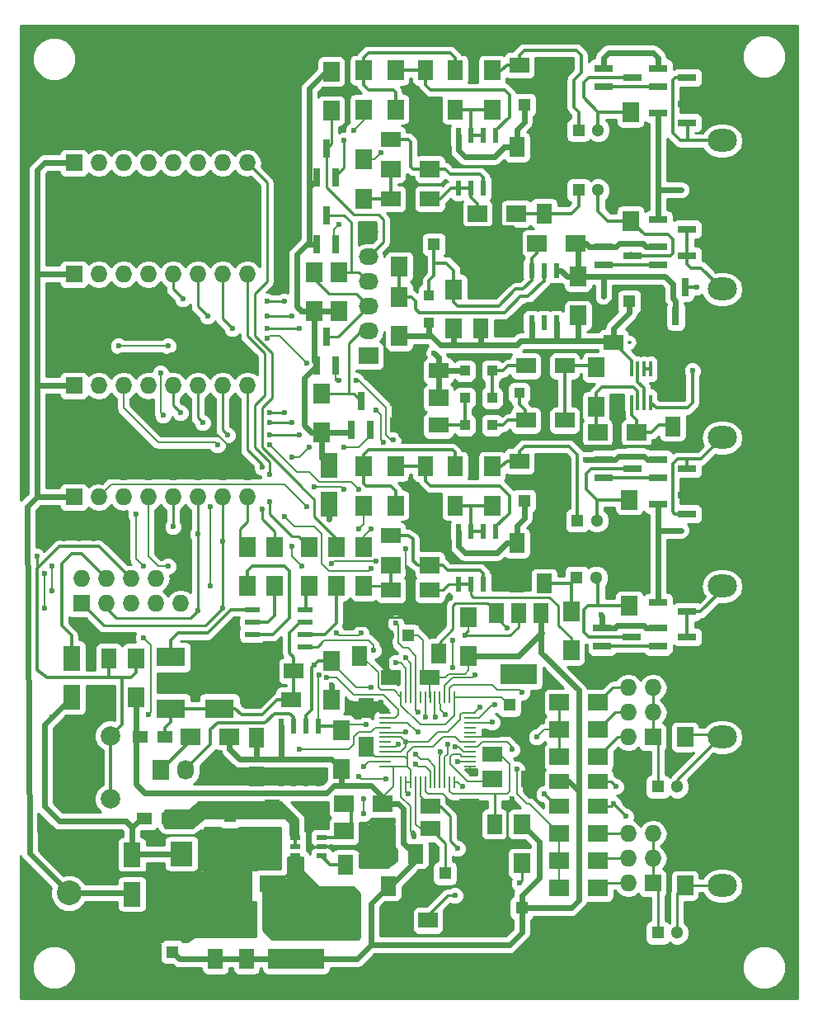
<source format=gtl>
G04 #@! TF.FileFunction,Copper,L1,Top,Signal*
%FSLAX46Y46*%
G04 Gerber Fmt 4.6, Leading zero omitted, Abs format (unit mm)*
G04 Created by KiCad (PCBNEW 4.0.6-e0-6349~52~ubuntu16.10.1) date Wed Jun  7 12:11:48 2017*
%MOMM*%
%LPD*%
G01*
G04 APERTURE LIST*
%ADD10C,0.100000*%
%ADD11R,1.727200X1.727200*%
%ADD12O,1.727200X1.727200*%
%ADD13R,1.600000X2.000000*%
%ADD14R,2.000000X1.600000*%
%ADD15R,1.300000X1.300000*%
%ADD16C,1.300000*%
%ADD17R,1.800860X2.499360*%
%ADD18R,2.301240X2.499360*%
%ADD19R,2.499360X1.800860*%
%ADD20R,1.100000X1.100000*%
%ADD21R,1.500000X1.250000*%
%ADD22O,4.000000X3.200000*%
%ADD23O,3.200000X4.000000*%
%ADD24O,3.000000X2.300000*%
%ADD25R,2.540000X2.540000*%
%ADD26C,2.540000*%
%ADD27R,5.800000X2.100000*%
%ADD28R,1.100000X0.600000*%
%ADD29R,2.032000X1.727200*%
%ADD30O,2.032000X1.727200*%
%ADD31R,1.727200X2.032000*%
%ADD32O,1.727200X2.032000*%
%ADD33R,1.700000X2.000000*%
%ADD34R,2.000000X1.700000*%
%ADD35R,1.300000X0.250000*%
%ADD36R,0.250000X1.300000*%
%ADD37R,0.600000X1.550000*%
%ADD38R,0.300000X1.600000*%
%ADD39R,1.550000X0.600000*%
%ADD40R,3.000000X1.980000*%
%ADD41R,0.800000X1.900000*%
%ADD42R,3.800000X2.000000*%
%ADD43R,1.500000X2.000000*%
%ADD44R,1.900000X0.800000*%
%ADD45C,2.000000*%
%ADD46C,0.600000*%
%ADD47C,0.300000*%
%ADD48C,0.250000*%
%ADD49C,0.200000*%
%ADD50C,0.600000*%
%ADD51C,0.254000*%
G04 APERTURE END LIST*
D10*
D11*
X69850000Y-117348000D03*
D12*
X69850000Y-114808000D03*
X72390000Y-117348000D03*
X72390000Y-114808000D03*
X74930000Y-117348000D03*
X74930000Y-114808000D03*
X77470000Y-117348000D03*
X77470000Y-114808000D03*
X80010000Y-117348000D03*
X80010000Y-114808000D03*
D13*
X72644000Y-122968000D03*
X72644000Y-126968000D03*
X98425000Y-118713500D03*
X98425000Y-122713500D03*
X106553000Y-118459500D03*
X106553000Y-122459500D03*
D14*
X101632000Y-124968000D03*
X105632000Y-124968000D03*
D13*
X101346000Y-150336000D03*
X101346000Y-146336000D03*
X99060000Y-128048000D03*
X99060000Y-132048000D03*
X104140000Y-147034000D03*
X104140000Y-143034000D03*
X87820500Y-135096000D03*
X87820500Y-131096000D03*
D14*
X116046000Y-132842000D03*
X112046000Y-132842000D03*
D13*
X112268000Y-139986000D03*
X112268000Y-143986000D03*
D14*
X109442000Y-149860000D03*
X105442000Y-149860000D03*
X105696000Y-140462000D03*
X109696000Y-140462000D03*
X105696000Y-138176000D03*
X109696000Y-138176000D03*
X118904000Y-135636000D03*
X122904000Y-135636000D03*
X122904000Y-138176000D03*
X118904000Y-138176000D03*
X101632000Y-110363000D03*
X105632000Y-110363000D03*
D13*
X105156000Y-103283000D03*
X105156000Y-107283000D03*
D14*
X101632000Y-69723000D03*
X105632000Y-69723000D03*
D13*
X105156000Y-62643000D03*
X105156000Y-66643000D03*
D14*
X105632000Y-115951000D03*
X101632000Y-115951000D03*
D13*
X108204000Y-107283000D03*
X108204000Y-103283000D03*
D14*
X105632000Y-75819000D03*
X101632000Y-75819000D03*
D13*
X108204000Y-66643000D03*
X108204000Y-62643000D03*
X117348000Y-115284000D03*
X117348000Y-111284000D03*
D14*
X114840000Y-102743000D03*
X118840000Y-102743000D03*
D13*
X117348000Y-77311000D03*
X117348000Y-73311000D03*
D14*
X114840000Y-62103000D03*
X118840000Y-62103000D03*
D15*
X120713500Y-114681000D03*
D16*
X122713500Y-114681000D03*
D15*
X120777000Y-108839000D03*
D16*
X122777000Y-108839000D03*
D15*
X120904000Y-74930000D03*
D16*
X122904000Y-74930000D03*
D15*
X120904000Y-68770500D03*
D16*
X122904000Y-68770500D03*
D15*
X115316000Y-106807000D03*
D16*
X117316000Y-106807000D03*
D15*
X115316000Y-66167000D03*
D16*
X117316000Y-66167000D03*
D15*
X129032000Y-151130000D03*
D16*
X131032000Y-151130000D03*
D15*
X129032000Y-136144000D03*
D16*
X131032000Y-136144000D03*
D13*
X114554000Y-111157000D03*
X114554000Y-115157000D03*
X114554000Y-70517000D03*
X114554000Y-74517000D03*
D15*
X126111000Y-86360000D03*
D16*
X128111000Y-86360000D03*
D13*
X130556000Y-99155000D03*
X130556000Y-95155000D03*
D14*
X128492000Y-90551000D03*
X124492000Y-90551000D03*
D13*
X110871000Y-85122000D03*
X110871000Y-89122000D03*
D15*
X106045000Y-80518000D03*
D16*
X108045000Y-80518000D03*
D14*
X115475000Y-98552000D03*
X119475000Y-98552000D03*
X115475000Y-92964000D03*
X119475000Y-92964000D03*
X102521000Y-99060000D03*
X106521000Y-99060000D03*
X102521000Y-93472000D03*
X106521000Y-93472000D03*
X91344500Y-127254000D03*
X87344500Y-127254000D03*
X87662000Y-124269500D03*
X91662000Y-124269500D03*
D13*
X96964500Y-148113500D03*
X96964500Y-144113500D03*
X89408000Y-138462000D03*
X89408000Y-142462000D03*
X86804500Y-153828500D03*
X86804500Y-149828500D03*
D15*
X85090000Y-139192000D03*
D16*
X85090000Y-141192000D03*
D13*
X83629500Y-153828500D03*
X83629500Y-149828500D03*
D15*
X79184500Y-153098500D03*
D16*
X79184500Y-151098500D03*
D17*
X95250000Y-107154980D03*
X95250000Y-103157020D03*
X68834000Y-126966980D03*
X68834000Y-122969020D03*
X75057000Y-143162020D03*
X75057000Y-147159980D03*
D18*
X80137000Y-143012160D03*
X80137000Y-147309840D03*
D19*
X89438480Y-146113500D03*
X85440520Y-146113500D03*
D20*
X105537000Y-88522000D03*
X105537000Y-85722000D03*
X117605000Y-95758000D03*
X114805000Y-95758000D03*
X112017000Y-99060000D03*
X109217000Y-99060000D03*
X109217000Y-96266000D03*
X112017000Y-96266000D03*
X112017000Y-93472000D03*
X109217000Y-93472000D03*
D21*
X76347000Y-139446000D03*
X78847000Y-139446000D03*
X75902500Y-131000500D03*
X78402500Y-131000500D03*
D22*
X135636000Y-141304000D03*
X135636000Y-151304000D03*
D23*
X140136000Y-146304000D03*
D24*
X135636000Y-146304000D03*
D22*
X135636000Y-126064000D03*
X135636000Y-136064000D03*
D23*
X140136000Y-131064000D03*
D24*
X135636000Y-131064000D03*
D25*
X68580000Y-141986000D03*
D26*
X68580000Y-147066000D03*
D22*
X135636000Y-110570000D03*
X135636000Y-120570000D03*
D23*
X140136000Y-115570000D03*
D24*
X135636000Y-115570000D03*
D22*
X135636000Y-95330000D03*
X135636000Y-105330000D03*
D23*
X140136000Y-100330000D03*
D24*
X135636000Y-100330000D03*
D22*
X135636000Y-80090000D03*
X135636000Y-90090000D03*
D23*
X140136000Y-85090000D03*
D24*
X135636000Y-85090000D03*
D22*
X135636000Y-64850000D03*
X135636000Y-74850000D03*
D23*
X140136000Y-69850000D03*
D24*
X135636000Y-69850000D03*
D27*
X91884500Y-153778500D03*
X91884500Y-149878500D03*
D28*
X94504500Y-143253500D03*
X94504500Y-142303500D03*
X94504500Y-141353500D03*
X91804500Y-141353500D03*
X91804500Y-142303500D03*
X91804500Y-143253500D03*
D29*
X99314000Y-91948000D03*
D30*
X99314000Y-89408000D03*
X99314000Y-86868000D03*
X99314000Y-84328000D03*
X99314000Y-81788000D03*
X99314000Y-79248000D03*
D31*
X78041500Y-134429500D03*
D32*
X80581500Y-134429500D03*
X83121500Y-134429500D03*
D11*
X69088000Y-106426000D03*
D12*
X69088000Y-103886000D03*
X71628000Y-106426000D03*
X71628000Y-103886000D03*
X74168000Y-106426000D03*
X74168000Y-103886000D03*
X76708000Y-106426000D03*
X76708000Y-103886000D03*
X79248000Y-106426000D03*
X79248000Y-103886000D03*
X81788000Y-106426000D03*
X81788000Y-103886000D03*
X84328000Y-106426000D03*
X84328000Y-103886000D03*
X86868000Y-106426000D03*
X86868000Y-103886000D03*
D11*
X69088000Y-94996000D03*
D12*
X69088000Y-92456000D03*
X71628000Y-94996000D03*
X71628000Y-92456000D03*
X74168000Y-94996000D03*
X74168000Y-92456000D03*
X76708000Y-94996000D03*
X76708000Y-92456000D03*
X79248000Y-94996000D03*
X79248000Y-92456000D03*
X81788000Y-94996000D03*
X81788000Y-92456000D03*
X84328000Y-94996000D03*
X84328000Y-92456000D03*
X86868000Y-94996000D03*
X86868000Y-92456000D03*
D11*
X69088000Y-83566000D03*
D12*
X69088000Y-81026000D03*
X71628000Y-83566000D03*
X71628000Y-81026000D03*
X74168000Y-83566000D03*
X74168000Y-81026000D03*
X76708000Y-83566000D03*
X76708000Y-81026000D03*
X79248000Y-83566000D03*
X79248000Y-81026000D03*
X81788000Y-83566000D03*
X81788000Y-81026000D03*
X84328000Y-83566000D03*
X84328000Y-81026000D03*
X86868000Y-83566000D03*
X86868000Y-81026000D03*
D11*
X69088000Y-72136000D03*
D12*
X69088000Y-69596000D03*
X71628000Y-72136000D03*
X71628000Y-69596000D03*
X74168000Y-72136000D03*
X74168000Y-69596000D03*
X76708000Y-72136000D03*
X76708000Y-69596000D03*
X79248000Y-72136000D03*
X79248000Y-69596000D03*
X81788000Y-72136000D03*
X81788000Y-69596000D03*
X84328000Y-72136000D03*
X84328000Y-69596000D03*
X86868000Y-72136000D03*
X86868000Y-69596000D03*
D11*
X128524000Y-146050000D03*
D12*
X125984000Y-146050000D03*
X128524000Y-143510000D03*
X125984000Y-143510000D03*
X128524000Y-140970000D03*
X125984000Y-140970000D03*
D11*
X128524000Y-131064000D03*
D12*
X125984000Y-131064000D03*
X128524000Y-128524000D03*
X125984000Y-128524000D03*
X128524000Y-125984000D03*
X125984000Y-125984000D03*
D33*
X75438000Y-126968000D03*
X75438000Y-122968000D03*
X94488000Y-99790000D03*
X94488000Y-95790000D03*
X93726000Y-87344000D03*
X93726000Y-83344000D03*
X96266000Y-87344000D03*
X96266000Y-83344000D03*
X95504000Y-62770000D03*
X95504000Y-66770000D03*
X109601000Y-122713500D03*
X109601000Y-118713500D03*
D34*
X85058000Y-131000500D03*
X81058000Y-131000500D03*
X112046000Y-135382000D03*
X116046000Y-135382000D03*
D33*
X95504000Y-127222000D03*
X95504000Y-123222000D03*
X96520000Y-134334000D03*
X96520000Y-130334000D03*
X115062000Y-143986000D03*
X115062000Y-139986000D03*
X98869500Y-115538000D03*
X98869500Y-111538000D03*
X98806000Y-103283000D03*
X98806000Y-107283000D03*
X98806000Y-75787000D03*
X98806000Y-71787000D03*
X98806000Y-62643000D03*
X98806000Y-66643000D03*
D34*
X105632000Y-113411000D03*
X101632000Y-113411000D03*
D33*
X102108000Y-103283000D03*
X102108000Y-107283000D03*
D34*
X105632000Y-72771000D03*
X101632000Y-72771000D03*
D33*
X102108000Y-62643000D03*
X102108000Y-66643000D03*
X120142000Y-118142000D03*
X120142000Y-122142000D03*
X112014000Y-103283000D03*
X112014000Y-107283000D03*
D34*
X114522000Y-77343000D03*
X110522000Y-77343000D03*
D33*
X112014000Y-62643000D03*
X112014000Y-66643000D03*
X126111000Y-117570000D03*
X126111000Y-113570000D03*
X126111000Y-106712000D03*
X126111000Y-110712000D03*
X126238000Y-78073000D03*
X126238000Y-74073000D03*
X126238000Y-66961000D03*
X126238000Y-70961000D03*
X131826000Y-146272000D03*
X131826000Y-142272000D03*
X131826000Y-131032000D03*
X131826000Y-127032000D03*
D34*
X118904000Y-146558000D03*
X122904000Y-146558000D03*
X118904000Y-143764000D03*
X122904000Y-143764000D03*
X118904000Y-140970000D03*
X122904000Y-140970000D03*
X118904000Y-133096000D03*
X122904000Y-133096000D03*
X118904000Y-130302000D03*
X122904000Y-130302000D03*
X118904000Y-127508000D03*
X122904000Y-127508000D03*
X122841000Y-99822000D03*
X126841000Y-99822000D03*
D33*
X108077000Y-89122000D03*
X108077000Y-85122000D03*
X102489000Y-85884000D03*
X102489000Y-89884000D03*
X102489000Y-78772000D03*
X102489000Y-82772000D03*
D34*
X116618000Y-80391000D03*
X120618000Y-80391000D03*
D33*
X120840500Y-83788500D03*
X120840500Y-87788500D03*
X122682000Y-93123000D03*
X122682000Y-97123000D03*
D34*
X102521000Y-96266000D03*
X106521000Y-96266000D03*
D33*
X86868000Y-111538000D03*
X86868000Y-115538000D03*
X89662000Y-111538000D03*
X89662000Y-115538000D03*
X93218000Y-111538000D03*
X93218000Y-115538000D03*
X96012000Y-111538000D03*
X96012000Y-115538000D03*
D34*
X100806000Y-137922000D03*
X96806000Y-137922000D03*
X96806000Y-140716000D03*
X100806000Y-140716000D03*
D35*
X109760000Y-134068000D03*
X109760000Y-133568000D03*
X109760000Y-133068000D03*
X109760000Y-132568000D03*
X109760000Y-132068000D03*
X109760000Y-131568000D03*
X109760000Y-131068000D03*
X109760000Y-130568000D03*
X109760000Y-130068000D03*
X109760000Y-129568000D03*
X109760000Y-129068000D03*
X109760000Y-128568000D03*
D36*
X108160000Y-126968000D03*
X107660000Y-126968000D03*
X107160000Y-126968000D03*
X106660000Y-126968000D03*
X106160000Y-126968000D03*
X105660000Y-126968000D03*
X105160000Y-126968000D03*
X104660000Y-126968000D03*
X104160000Y-126968000D03*
X103660000Y-126968000D03*
X103160000Y-126968000D03*
X102660000Y-126968000D03*
D35*
X101060000Y-128568000D03*
X101060000Y-129068000D03*
X101060000Y-129568000D03*
X101060000Y-130068000D03*
X101060000Y-130568000D03*
X101060000Y-131068000D03*
X101060000Y-131568000D03*
X101060000Y-132068000D03*
X101060000Y-132568000D03*
X101060000Y-133068000D03*
X101060000Y-133568000D03*
X101060000Y-134068000D03*
D36*
X102660000Y-135668000D03*
X103160000Y-135668000D03*
X103660000Y-135668000D03*
X104160000Y-135668000D03*
X104660000Y-135668000D03*
X105160000Y-135668000D03*
X105660000Y-135668000D03*
X106160000Y-135668000D03*
X106660000Y-135668000D03*
X107160000Y-135668000D03*
X107660000Y-135668000D03*
X108160000Y-135668000D03*
D37*
X90360500Y-135351500D03*
X91630500Y-135351500D03*
X92900500Y-135351500D03*
X94170500Y-135351500D03*
X94170500Y-129951500D03*
X92900500Y-129951500D03*
X91630500Y-129951500D03*
X90360500Y-129951500D03*
X108585000Y-115349000D03*
X109855000Y-115349000D03*
X111125000Y-115349000D03*
X112395000Y-115349000D03*
X112395000Y-109949000D03*
X111125000Y-109949000D03*
X109855000Y-109949000D03*
X108585000Y-109949000D03*
X108585000Y-74709000D03*
X109855000Y-74709000D03*
X111125000Y-74709000D03*
X112395000Y-74709000D03*
X112395000Y-69309000D03*
X111125000Y-69309000D03*
X109855000Y-69309000D03*
X108585000Y-69309000D03*
D38*
X128285000Y-93296000D03*
X127635000Y-93296000D03*
X126985000Y-93296000D03*
X126335000Y-93296000D03*
X128285000Y-96696000D03*
X127635000Y-96696000D03*
X126985000Y-96696000D03*
X126335000Y-96696000D03*
D37*
X118618000Y-83152000D03*
X117348000Y-83152000D03*
X116078000Y-83152000D03*
X114808000Y-83152000D03*
X114808000Y-88552000D03*
X116078000Y-88552000D03*
X117348000Y-88552000D03*
X118618000Y-88552000D03*
D39*
X87406500Y-117983000D03*
X87406500Y-119253000D03*
X87406500Y-120523000D03*
X87406500Y-121793000D03*
X92806500Y-121793000D03*
X92806500Y-120523000D03*
X92806500Y-119253000D03*
X92806500Y-117983000D03*
D40*
X84034000Y-128106000D03*
X84034000Y-122846000D03*
X79034000Y-122846000D03*
X79034000Y-128106000D03*
D41*
X97602000Y-99544000D03*
X99502000Y-99544000D03*
X98552000Y-96544000D03*
X94046000Y-92940000D03*
X95946000Y-92940000D03*
X94996000Y-89940000D03*
X94046000Y-80494000D03*
X95946000Y-80494000D03*
X94996000Y-77494000D03*
X94046000Y-73636000D03*
X95946000Y-73636000D03*
X94996000Y-70636000D03*
D42*
X114744500Y-124625500D03*
D43*
X114744500Y-118325500D03*
X112444500Y-118325500D03*
X117044500Y-118325500D03*
D44*
X123341000Y-119827000D03*
X123341000Y-121727000D03*
X126341000Y-120777000D03*
X123468000Y-102555000D03*
X123468000Y-104455000D03*
X126468000Y-103505000D03*
X123468000Y-80711000D03*
X123468000Y-82611000D03*
X126468000Y-81661000D03*
X123468000Y-62423000D03*
X123468000Y-64323000D03*
X126468000Y-63373000D03*
X129056000Y-119827000D03*
X129056000Y-121727000D03*
X132056000Y-120777000D03*
X129056000Y-102555000D03*
X129056000Y-104455000D03*
X132056000Y-103505000D03*
X129056000Y-80711000D03*
X129056000Y-82611000D03*
X132056000Y-81661000D03*
X129056000Y-62423000D03*
X129056000Y-64323000D03*
X132056000Y-63373000D03*
X132056000Y-118171000D03*
X132056000Y-116271000D03*
X129056000Y-117221000D03*
X132056000Y-108138000D03*
X132056000Y-106238000D03*
X129056000Y-107188000D03*
X132056000Y-78928000D03*
X132056000Y-77028000D03*
X129056000Y-77978000D03*
X132056000Y-68006000D03*
X132056000Y-66106000D03*
X129056000Y-67056000D03*
D41*
X130876000Y-87860000D03*
X132776000Y-87860000D03*
X131826000Y-84860000D03*
D45*
X72826000Y-137414000D03*
X68326000Y-137414000D03*
X72826000Y-130914000D03*
X68326000Y-130914000D03*
D15*
X113792000Y-127762000D03*
D16*
X113792000Y-129762000D03*
D15*
X103378000Y-120650000D03*
D16*
X101378000Y-120650000D03*
D15*
X115062000Y-148590000D03*
D16*
X113062000Y-148590000D03*
D15*
X107188000Y-145034000D03*
D16*
X109188000Y-145034000D03*
D46*
X96774000Y-69850000D03*
X65278000Y-112522000D03*
X114046000Y-132334000D03*
X113284000Y-113284000D03*
X113284000Y-114808000D03*
X103632000Y-104648000D03*
X106680000Y-108712000D03*
X103124000Y-117856000D03*
X107696000Y-116840000D03*
X80772000Y-87884000D03*
X81280000Y-89408000D03*
X79756000Y-89408000D03*
X78232000Y-86868000D03*
X79756000Y-87884000D03*
X82804000Y-100076000D03*
X70104000Y-119888000D03*
X71120000Y-120904000D03*
X68072000Y-108712000D03*
X69596000Y-108712000D03*
X71120000Y-108712000D03*
X72644000Y-108712000D03*
X72644000Y-109728000D03*
X72644000Y-110744000D03*
X71120000Y-110744000D03*
X69596000Y-110744000D03*
X68072000Y-110744000D03*
X76708000Y-102108000D03*
X78232000Y-102108000D03*
X79756000Y-102108000D03*
X81280000Y-102108000D03*
X89408000Y-123444000D03*
X89408000Y-121920000D03*
X79756000Y-124968000D03*
X78232000Y-124968000D03*
X79248000Y-125984000D03*
X80772000Y-125984000D03*
X83820000Y-125984000D03*
X87376000Y-141732000D03*
X87376000Y-143256000D03*
X85852000Y-143256000D03*
X80264000Y-149860000D03*
X81788000Y-150876000D03*
X81788000Y-149352000D03*
X82804000Y-147828000D03*
X82804000Y-146304000D03*
X82804000Y-144780000D03*
X82804000Y-143256000D03*
X84328000Y-143256000D03*
X101597091Y-143256008D03*
X101600000Y-142240000D03*
X100584000Y-142240000D03*
X100584000Y-143256000D03*
X99060000Y-143764000D03*
X99060000Y-142240000D03*
X99060000Y-140716000D03*
X70612000Y-125984000D03*
X103886000Y-140970000D03*
X105918000Y-147066000D03*
X93218000Y-138176000D03*
X81788000Y-125222000D03*
X80518000Y-107950000D03*
X66548000Y-74422000D03*
X103124000Y-111760000D03*
X105410000Y-111760000D03*
X100838000Y-123444000D03*
X103124000Y-131572000D03*
X100584000Y-127508000D03*
X114046000Y-137414000D03*
X109982000Y-134874000D03*
X116078000Y-137160000D03*
X110744000Y-128016000D03*
X128016000Y-72517000D03*
X124333000Y-112141000D03*
X85090000Y-144526000D03*
X84328000Y-144526000D03*
X100584000Y-144272000D03*
X113538000Y-119888000D03*
X117094000Y-120396000D03*
X93472000Y-133350000D03*
X95504000Y-125730000D03*
X103378000Y-136906000D03*
X108966000Y-136144000D03*
X104775000Y-89916000D03*
X108204000Y-147320000D03*
X108458000Y-142494000D03*
X98806000Y-134112000D03*
X117348000Y-136906000D03*
X124714000Y-136144000D03*
X114808000Y-146050000D03*
X125730000Y-139192000D03*
X124460000Y-137922000D03*
X131445000Y-109855000D03*
X131445000Y-74930000D03*
X106070400Y-91643200D03*
X95250000Y-108712000D03*
X66802000Y-129032000D03*
X96266000Y-99790000D03*
X98806000Y-138938000D03*
X98806000Y-137414000D03*
X104394000Y-128524000D03*
X100838000Y-100838000D03*
X100076000Y-97536000D03*
X102108000Y-119380000D03*
X96266000Y-78486000D03*
X102108000Y-123444000D03*
X99568000Y-125984000D03*
X96266000Y-94488000D03*
X84328000Y-117856000D03*
X93726000Y-123698000D03*
X92202000Y-89154000D03*
X88900000Y-89154000D03*
X85344000Y-89154000D03*
X89154000Y-100076000D03*
X84836000Y-100076000D03*
X92202000Y-100076000D03*
X84328000Y-110998000D03*
X99060000Y-129794000D03*
X103124000Y-122936000D03*
X91440000Y-102362000D03*
X93218000Y-101346000D03*
X96774000Y-101346000D03*
X81788000Y-118110000D03*
X94234000Y-124714000D03*
X91440000Y-87884000D03*
X88900000Y-87884000D03*
X82804000Y-87884000D03*
X91440000Y-98806000D03*
X89154000Y-98806000D03*
X82296000Y-98806000D03*
X81788000Y-110236000D03*
X92964000Y-107442000D03*
X112268000Y-127762000D03*
X96774000Y-105664000D03*
X93726000Y-105410000D03*
X91440000Y-111506000D03*
X92456000Y-113538000D03*
X95504000Y-113284000D03*
X100076000Y-113030000D03*
X110236000Y-124714000D03*
X78740000Y-113538000D03*
X96012000Y-120396000D03*
X98552000Y-120396000D03*
X105156000Y-129032000D03*
X90678000Y-108458000D03*
X99568000Y-113792000D03*
X107950000Y-121158000D03*
X107950000Y-123952000D03*
X107188000Y-128778000D03*
X90678000Y-86360000D03*
X88900000Y-86360000D03*
X80264000Y-86106000D03*
X90678000Y-97790000D03*
X89154000Y-97790000D03*
X80010000Y-97790000D03*
X79248000Y-109474000D03*
X101854000Y-100584000D03*
X92964000Y-92710000D03*
X98044000Y-94488000D03*
X73660000Y-90932000D03*
X78740000Y-90932000D03*
X88900000Y-90170000D03*
X112014000Y-129540000D03*
X89154000Y-101092000D03*
X83820000Y-101092000D03*
X115062000Y-126492000D03*
X98298000Y-105664000D03*
X88392000Y-107696000D03*
X88392000Y-103378000D03*
X103124000Y-130556000D03*
X75438000Y-108204000D03*
X76200000Y-113538000D03*
X76200000Y-120904000D03*
X76708000Y-128778000D03*
X98298000Y-135128000D03*
X101092000Y-135382000D03*
X83058000Y-115570000D03*
X83058000Y-107442000D03*
X78232000Y-98044000D03*
X77978000Y-93726000D03*
X104394000Y-130556000D03*
X89154000Y-104140000D03*
X89154000Y-106934000D03*
X92202000Y-132334000D03*
X66040000Y-114300000D03*
X66040000Y-117856000D03*
X94996000Y-124968000D03*
X66802000Y-113538000D03*
X66802000Y-116078000D03*
X106172000Y-129032000D03*
X109220000Y-120650000D03*
X107442000Y-131826000D03*
X99568000Y-109728000D03*
X106680000Y-132588000D03*
X98298000Y-109728000D03*
X104140000Y-132842000D03*
X100584000Y-71120000D03*
X97790000Y-68834000D03*
X104140000Y-133858000D03*
X108458000Y-133604000D03*
X114554000Y-134366000D03*
X108204000Y-132080000D03*
X116586000Y-131064000D03*
X121592300Y-102555000D03*
X123190000Y-118491000D03*
X126492000Y-60833000D03*
X123444000Y-85852000D03*
X99822000Y-122174000D03*
X102362000Y-131826000D03*
X133072000Y-84860000D03*
X132588000Y-93472000D03*
D47*
X126111000Y-90588000D02*
X126172000Y-90527000D01*
D48*
X95946000Y-73636000D02*
X95946000Y-73472000D01*
X95946000Y-73472000D02*
X96774000Y-72644000D01*
X96774000Y-72644000D02*
X96774000Y-69850000D01*
X65278000Y-112522000D02*
X65278000Y-112522000D01*
X65278000Y-112522000D02*
X65278000Y-113792000D01*
D49*
X109760000Y-132068000D02*
X110502000Y-132068000D01*
X114046000Y-132080000D02*
X114046000Y-132334000D01*
X113538000Y-131572000D02*
X114046000Y-132080000D01*
X110998000Y-131572000D02*
X113538000Y-131572000D01*
X110502000Y-132068000D02*
X110998000Y-131572000D01*
D47*
X72826000Y-130914000D02*
X72857500Y-130914000D01*
X72857500Y-130914000D02*
X74041000Y-129730500D01*
X74041000Y-129730500D02*
X74041000Y-124968000D01*
X72826000Y-137414000D02*
X72826000Y-130914000D01*
X72644000Y-124968000D02*
X72644000Y-122968000D01*
X74930000Y-114808000D02*
X72390000Y-112268000D01*
X75438000Y-124460000D02*
X75438000Y-122968000D01*
X74930000Y-124968000D02*
X75438000Y-124460000D01*
X66294000Y-124968000D02*
X72644000Y-124968000D01*
X72644000Y-124968000D02*
X74041000Y-124968000D01*
X74041000Y-124968000D02*
X74930000Y-124968000D01*
X65278000Y-124206000D02*
X66294000Y-124968000D01*
X65278000Y-113792000D02*
X65278000Y-124206000D01*
X67564000Y-111506000D02*
X65278000Y-113792000D01*
X71628000Y-111506000D02*
X67564000Y-111506000D01*
X72390000Y-112268000D02*
X71628000Y-111506000D01*
D49*
X113792000Y-113792000D02*
X113284000Y-113284000D01*
X113792000Y-113792000D02*
X114554000Y-114554000D01*
X114554000Y-115157000D02*
X114554000Y-114554000D01*
X105156000Y-107283000D02*
X105156000Y-106172000D01*
X105156000Y-106172000D02*
X103632000Y-104648000D01*
X105632000Y-108775500D02*
X106616500Y-108775500D01*
X106616500Y-108775500D02*
X106680000Y-108712000D01*
X103632000Y-117856000D02*
X103124000Y-117856000D01*
X106553000Y-118459500D02*
X106553000Y-117983000D01*
X106553000Y-117983000D02*
X107696000Y-116840000D01*
X84328000Y-89916000D02*
X83820000Y-89408000D01*
X83820000Y-89408000D02*
X82296000Y-89408000D01*
X82296000Y-89408000D02*
X80772000Y-87884000D01*
X84328000Y-92456000D02*
X84328000Y-89916000D01*
X80772000Y-89408000D02*
X81280000Y-89408000D01*
X79756000Y-89408000D02*
X80772000Y-89408000D01*
X78740000Y-86868000D02*
X78232000Y-86868000D01*
X79756000Y-87884000D02*
X78740000Y-86868000D01*
X84328000Y-103886000D02*
X84328000Y-102616000D01*
X83820000Y-100076000D02*
X82804000Y-100076000D01*
X84836000Y-101092000D02*
X83820000Y-100076000D01*
X84836000Y-102108000D02*
X84836000Y-101092000D01*
X84328000Y-102616000D02*
X84836000Y-102108000D01*
X71120000Y-120904000D02*
X70104000Y-119888000D01*
X68072000Y-108712000D02*
X69596000Y-108712000D01*
X71120000Y-108712000D02*
X72644000Y-108712000D01*
X72644000Y-109728000D02*
X72644000Y-110744000D01*
X71120000Y-110744000D02*
X69596000Y-110744000D01*
X78232000Y-102108000D02*
X76708000Y-102108000D01*
X81280000Y-102108000D02*
X79756000Y-102108000D01*
X87406500Y-121793000D02*
X89281000Y-121793000D01*
X88900000Y-122936000D02*
X88392000Y-122936000D01*
X89408000Y-123444000D02*
X88900000Y-122936000D01*
X89281000Y-121793000D02*
X89408000Y-121920000D01*
X79248000Y-125984000D02*
X78232000Y-124968000D01*
X83820000Y-125984000D02*
X80772000Y-125984000D01*
X87329010Y-144225010D02*
X86821010Y-144225010D01*
X87376000Y-143256000D02*
X87376000Y-141732000D01*
X86821010Y-144225010D02*
X85852000Y-143256000D01*
X85090000Y-143256000D02*
X84328000Y-143256000D01*
X81788000Y-149352000D02*
X81788000Y-150876000D01*
X82804000Y-146304000D02*
X82804000Y-147828000D01*
X82804000Y-143256000D02*
X82804000Y-144780000D01*
X100806000Y-140716000D02*
X99060000Y-140716000D01*
X101597091Y-142242909D02*
X101597091Y-143256008D01*
X101600000Y-142240000D02*
X101597091Y-142242909D01*
X100584000Y-143256000D02*
X100584000Y-142240000D01*
X99060000Y-142240000D02*
X99060000Y-143764000D01*
D47*
X94504500Y-142303500D02*
X99980500Y-142303500D01*
D49*
X135382000Y-77028000D02*
X135448000Y-77028000D01*
X135448000Y-77028000D02*
X135636000Y-77216000D01*
X132056000Y-66106000D02*
X134380000Y-66106000D01*
X134380000Y-66106000D02*
X135636000Y-64850000D01*
X130556000Y-95155000D02*
X130556000Y-93472000D01*
X130556000Y-93472000D02*
X132776000Y-91252000D01*
X109760000Y-128568000D02*
X108922000Y-128568000D01*
X105410000Y-131572000D02*
X103124000Y-131572000D01*
X106426000Y-130556000D02*
X105410000Y-131572000D01*
X107442000Y-130556000D02*
X106426000Y-130556000D01*
X108712000Y-129286000D02*
X107442000Y-130556000D01*
X108712000Y-128778000D02*
X108712000Y-129286000D01*
X108922000Y-128568000D02*
X108712000Y-128778000D01*
X72644000Y-126968000D02*
X71850000Y-126968000D01*
X71850000Y-126968000D02*
X70866000Y-125984000D01*
X70866000Y-125984000D02*
X70612000Y-125984000D01*
X101060000Y-132568000D02*
X102636000Y-132568000D01*
X102636000Y-132568000D02*
X103124000Y-132080000D01*
X103124000Y-132080000D02*
X103124000Y-131572000D01*
X102660000Y-137204000D02*
X103632000Y-138176000D01*
X103632000Y-138176000D02*
X103632000Y-140716000D01*
X103632000Y-140716000D02*
X103886000Y-140970000D01*
X102660000Y-135668000D02*
X102660000Y-137204000D01*
X105886000Y-147034000D02*
X104140000Y-147034000D01*
X105918000Y-147066000D02*
X105886000Y-147034000D01*
X94504500Y-142303500D02*
X93535500Y-142303500D01*
X93218000Y-141986000D02*
X93218000Y-138176000D01*
X93535500Y-142303500D02*
X93218000Y-141986000D01*
X84034000Y-122846000D02*
X84034000Y-122976000D01*
X84034000Y-122976000D02*
X81788000Y-125222000D01*
X80010000Y-114808000D02*
X80010000Y-110998000D01*
X80518000Y-110490000D02*
X80518000Y-107950000D01*
X80010000Y-110998000D02*
X80518000Y-110490000D01*
D48*
X69088000Y-81026000D02*
X69088000Y-76962000D01*
X69088000Y-76962000D02*
X66548000Y-74422000D01*
D49*
X105632000Y-110363000D02*
X105632000Y-111538000D01*
X103632000Y-114300000D02*
X103632000Y-117856000D01*
X103632000Y-117856000D02*
X103632000Y-118713500D01*
X103124000Y-113792000D02*
X103632000Y-114300000D01*
X103124000Y-111760000D02*
X103124000Y-113792000D01*
X105632000Y-111538000D02*
X105410000Y-111760000D01*
X98425000Y-118713500D02*
X99441500Y-118713500D01*
X99441500Y-118713500D02*
X101378000Y-120650000D01*
X100838000Y-123444000D02*
X101378000Y-123444000D01*
X101378000Y-123444000D02*
X101346000Y-123444000D01*
X101346000Y-123444000D02*
X101378000Y-123444000D01*
X100540000Y-127552000D02*
X100540000Y-128048000D01*
X100584000Y-127508000D02*
X100540000Y-127552000D01*
D48*
X101346000Y-150336000D02*
X102330000Y-150336000D01*
X107918000Y-151384000D02*
X109442000Y-149860000D01*
X103378000Y-151384000D02*
X107918000Y-151384000D01*
X102330000Y-150336000D02*
X103378000Y-151384000D01*
X114046000Y-137414000D02*
X114046000Y-138176000D01*
X113538000Y-142716000D02*
X112268000Y-143986000D01*
X113538000Y-138684000D02*
X113538000Y-142716000D01*
X114046000Y-138176000D02*
X113538000Y-138684000D01*
X109188000Y-145034000D02*
X109188000Y-149606000D01*
X109188000Y-149606000D02*
X109442000Y-149860000D01*
X109696000Y-140462000D02*
X109696000Y-141414000D01*
X109696000Y-141414000D02*
X112268000Y-143986000D01*
X109188000Y-145034000D02*
X111220000Y-145034000D01*
X111220000Y-145034000D02*
X112268000Y-143986000D01*
D49*
X101346000Y-150336000D02*
X101346000Y-149828000D01*
X101346000Y-149828000D02*
X104140000Y-147034000D01*
X113062000Y-148590000D02*
X110712000Y-148590000D01*
X110712000Y-148590000D02*
X109442000Y-149860000D01*
X109760000Y-134068000D02*
X109760000Y-134652000D01*
X109760000Y-134652000D02*
X109982000Y-134874000D01*
X116046000Y-137128000D02*
X116046000Y-135382000D01*
X116078000Y-137160000D02*
X116046000Y-137128000D01*
X109760000Y-128568000D02*
X110192000Y-128568000D01*
X110192000Y-128568000D02*
X110744000Y-128016000D01*
X101060000Y-131068000D02*
X102620000Y-131068000D01*
X102620000Y-131068000D02*
X103124000Y-131572000D01*
X103124000Y-132080000D02*
X102636000Y-132568000D01*
X103124000Y-131572000D02*
X103124000Y-132080000D01*
X105160000Y-135668000D02*
X105160000Y-136656000D01*
X108204000Y-138176000D02*
X109696000Y-138176000D01*
X106934000Y-136906000D02*
X108204000Y-138176000D01*
X105410000Y-136906000D02*
X106934000Y-136906000D01*
X105160000Y-136656000D02*
X105410000Y-136906000D01*
X99060000Y-128048000D02*
X100540000Y-128048000D01*
X100540000Y-128048000D02*
X101060000Y-128568000D01*
X101378000Y-120650000D02*
X101378000Y-123444000D01*
X101378000Y-123444000D02*
X101378000Y-124714000D01*
X101378000Y-124714000D02*
X101632000Y-124968000D01*
X116046000Y-133096000D02*
X116046000Y-135636000D01*
X113792000Y-130016000D02*
X114268000Y-130016000D01*
X114268000Y-130016000D02*
X116046000Y-131794000D01*
X116046000Y-131794000D02*
X116046000Y-133096000D01*
X111982000Y-144272000D02*
X112268000Y-143986000D01*
X109442000Y-138176000D02*
X109442000Y-140716000D01*
X109760000Y-131068000D02*
X112740000Y-131068000D01*
X112740000Y-131068000D02*
X113792000Y-130016000D01*
D48*
X135636000Y-151050000D02*
X135636000Y-150550000D01*
X135636000Y-150550000D02*
X140136000Y-146050000D01*
X135636000Y-141050000D02*
X135636000Y-141550000D01*
X135636000Y-141550000D02*
X140136000Y-146050000D01*
X135636000Y-135810000D02*
X135636000Y-135310000D01*
X135636000Y-135310000D02*
X140136000Y-130810000D01*
X135636000Y-125810000D02*
X135636000Y-126310000D01*
X135636000Y-126310000D02*
X140136000Y-130810000D01*
X135636000Y-120570000D02*
X135636000Y-125810000D01*
X135636000Y-135810000D02*
X135636000Y-141050000D01*
X131572000Y-126778000D02*
X134668000Y-126778000D01*
X134668000Y-126778000D02*
X135636000Y-125810000D01*
X131572000Y-142018000D02*
X134668000Y-142018000D01*
X134668000Y-142018000D02*
X135636000Y-141050000D01*
X84328000Y-103886000D02*
X86868000Y-103886000D01*
X81788000Y-103886000D02*
X84328000Y-103886000D01*
X79248000Y-103886000D02*
X81788000Y-103886000D01*
X76708000Y-103886000D02*
X79248000Y-103886000D01*
X74168000Y-103886000D02*
X76708000Y-103886000D01*
X71628000Y-103886000D02*
X74168000Y-103886000D01*
X69088000Y-103886000D02*
X71628000Y-103886000D01*
X71628000Y-81026000D02*
X69088000Y-81026000D01*
X76708000Y-81026000D02*
X74168000Y-81026000D01*
X74168000Y-81026000D02*
X71628000Y-81026000D01*
X79248000Y-81026000D02*
X76708000Y-81026000D01*
X81788000Y-81026000D02*
X79248000Y-81026000D01*
X84328000Y-81026000D02*
X81788000Y-81026000D01*
X86868000Y-81026000D02*
X84328000Y-81026000D01*
X71628000Y-92456000D02*
X69088000Y-92456000D01*
X74168000Y-92456000D02*
X71628000Y-92456000D01*
X76708000Y-92456000D02*
X74168000Y-92456000D01*
X79248000Y-92456000D02*
X76708000Y-92456000D01*
X81788000Y-92456000D02*
X79248000Y-92456000D01*
X84328000Y-92456000D02*
X81788000Y-92456000D01*
X86868000Y-92456000D02*
X83820000Y-92456000D01*
X83820000Y-92456000D02*
X84328000Y-92456000D01*
X106616500Y-118713500D02*
X103632000Y-118713500D01*
X103632000Y-118713500D02*
X98425000Y-118713500D01*
D47*
X83121500Y-134429500D02*
X85090000Y-134429500D01*
X85090000Y-134429500D02*
X85756500Y-135096000D01*
X85756500Y-135096000D02*
X87820500Y-135096000D01*
X92900500Y-135351500D02*
X94170500Y-135351500D01*
X91630500Y-135351500D02*
X92900500Y-135351500D01*
X90360500Y-135351500D02*
X91630500Y-135351500D01*
X87820500Y-135096000D02*
X90105000Y-135096000D01*
X90105000Y-135096000D02*
X90360500Y-135351500D01*
X85090000Y-125730000D02*
X84899500Y-125730000D01*
X85090000Y-125730000D02*
X87630000Y-125730000D01*
X87662000Y-125762000D02*
X87630000Y-125730000D01*
X84034000Y-124864500D02*
X84034000Y-122846000D01*
X84899500Y-125730000D02*
X84034000Y-124864500D01*
X68326000Y-130914000D02*
X68326000Y-137414000D01*
X72644000Y-126968000D02*
X71660000Y-126968000D01*
X70612000Y-128628000D02*
X68326000Y-130914000D01*
X70612000Y-128016000D02*
X70612000Y-128628000D01*
X71660000Y-126968000D02*
X70612000Y-128016000D01*
X69088000Y-103886000D02*
X86868000Y-103886000D01*
X69088000Y-92456000D02*
X86868000Y-92456000D01*
X69088000Y-81026000D02*
X86868000Y-81026000D01*
X69088000Y-69596000D02*
X86868000Y-69596000D01*
X87662000Y-125762000D02*
X87662000Y-124206000D01*
X87662000Y-125762000D02*
X87662000Y-127000000D01*
X87470000Y-121793000D02*
X87470000Y-124014000D01*
X87470000Y-124014000D02*
X87662000Y-124206000D01*
X114554000Y-115157000D02*
X114554000Y-115348000D01*
X117348000Y-111284000D02*
X123476000Y-111284000D01*
X123476000Y-111284000D02*
X124333000Y-112141000D01*
X117348000Y-111284000D02*
X117348000Y-106839000D01*
X117348000Y-106839000D02*
X117316000Y-106807000D01*
X114554000Y-115157000D02*
X114554000Y-113538000D01*
X117348000Y-112776000D02*
X117348000Y-111284000D01*
X116840000Y-113284000D02*
X117348000Y-112776000D01*
X114808000Y-113284000D02*
X116840000Y-113284000D01*
X114554000Y-113538000D02*
X114808000Y-113284000D01*
X117605000Y-99692000D02*
X117605000Y-100203000D01*
X117605000Y-95758000D02*
X117605000Y-99692000D01*
X117602000Y-100076000D02*
X117602000Y-100203000D01*
X117602000Y-100200000D02*
X117602000Y-100076000D01*
X117605000Y-100203000D02*
X117602000Y-100200000D01*
X131826000Y-101219000D02*
X132461000Y-101219000D01*
X133350000Y-97616000D02*
X135636000Y-95330000D01*
X133350000Y-100330000D02*
X133350000Y-97616000D01*
X132461000Y-101219000D02*
X133350000Y-100330000D01*
X126111000Y-72517000D02*
X128016000Y-72517000D01*
X114808000Y-88552000D02*
X114808000Y-87376000D01*
X127254000Y-84963000D02*
X128111000Y-85820000D01*
X125095000Y-84963000D02*
X127254000Y-84963000D01*
X124587000Y-85471000D02*
X125095000Y-84963000D01*
X124587000Y-86106000D02*
X124587000Y-85471000D01*
X123825000Y-86868000D02*
X124587000Y-86106000D01*
X122809000Y-86868000D02*
X123825000Y-86868000D01*
X121793000Y-85852000D02*
X122809000Y-86868000D01*
X118491000Y-85852000D02*
X121793000Y-85852000D01*
X117729000Y-86614000D02*
X118491000Y-85852000D01*
X115570000Y-86614000D02*
X117729000Y-86614000D01*
X114808000Y-87376000D02*
X115570000Y-86614000D01*
X128111000Y-85820000D02*
X128111000Y-86360000D01*
X132056000Y-77028000D02*
X135382000Y-77028000D01*
X135448000Y-77028000D02*
X135636000Y-77216000D01*
X132776000Y-87860000D02*
X132776000Y-91252000D01*
X132776000Y-91252000D02*
X132776000Y-91374000D01*
X132776000Y-91374000D02*
X133858000Y-92456000D01*
X133858000Y-92456000D02*
X135636000Y-92456000D01*
X132056000Y-116271000D02*
X132056000Y-114150000D01*
X132056000Y-114150000D02*
X135636000Y-110570000D01*
X135636000Y-107696000D02*
X140136000Y-107696000D01*
X140136000Y-107696000D02*
X140208000Y-107696000D01*
X140208000Y-107696000D02*
X140136000Y-107696000D01*
X140136000Y-100330000D02*
X140136000Y-107696000D01*
X140136000Y-107696000D02*
X140136000Y-115570000D01*
X132056000Y-106238000D02*
X132781000Y-106238000D01*
X132781000Y-106238000D02*
X134239000Y-107696000D01*
X134239000Y-107696000D02*
X135636000Y-107696000D01*
X135528000Y-74742000D02*
X135636000Y-74850000D01*
X135636000Y-120570000D02*
X135636000Y-120070000D01*
X135636000Y-120070000D02*
X140136000Y-115570000D01*
X135636000Y-110570000D02*
X135636000Y-107696000D01*
X135636000Y-107696000D02*
X135636000Y-105330000D01*
X135636000Y-92456000D02*
X140208000Y-92456000D01*
X135636000Y-90090000D02*
X135636000Y-92456000D01*
X135636000Y-92456000D02*
X135636000Y-95330000D01*
X135636000Y-77216000D02*
X140136000Y-77216000D01*
X140136000Y-77216000D02*
X140208000Y-77216000D01*
X140208000Y-77216000D02*
X140136000Y-77216000D01*
X140136000Y-69850000D02*
X140136000Y-69350000D01*
X140136000Y-69350000D02*
X135636000Y-64850000D01*
X140136000Y-69850000D02*
X140136000Y-77216000D01*
X140136000Y-77216000D02*
X140136000Y-85090000D01*
X140208000Y-88232000D02*
X140208000Y-92456000D01*
X140208000Y-88232000D02*
X140208000Y-85162000D01*
X140208000Y-92456000D02*
X140208000Y-100258000D01*
X140208000Y-100258000D02*
X140136000Y-100330000D01*
X113538000Y-100711000D02*
X103124000Y-100711000D01*
X103124000Y-100711000D02*
X102521000Y-100108000D01*
X102521000Y-99060000D02*
X102521000Y-100108000D01*
X117348000Y-73311000D02*
X118840000Y-73311000D01*
X119634000Y-72517000D02*
X126111000Y-72517000D01*
X126111000Y-72517000D02*
X126238000Y-72517000D01*
X118840000Y-73311000D02*
X119634000Y-72517000D01*
X117316000Y-66167000D02*
X117348000Y-66167000D01*
X117348000Y-66167000D02*
X118840000Y-64675000D01*
X118840000Y-64675000D02*
X118840000Y-62103000D01*
X117348000Y-73311000D02*
X117348000Y-66199000D01*
X117348000Y-66199000D02*
X117316000Y-66167000D01*
X112395000Y-78740000D02*
X114173000Y-78740000D01*
X114808000Y-81534000D02*
X114808000Y-83152000D01*
X114808000Y-80137000D02*
X114808000Y-81534000D01*
X114808000Y-80042000D02*
X114808000Y-80137000D01*
X114808000Y-79375000D02*
X114808000Y-80042000D01*
X114173000Y-78740000D02*
X114808000Y-79375000D01*
X112395000Y-74709000D02*
X112395000Y-78740000D01*
X112363000Y-78772000D02*
X110871000Y-78772000D01*
X112395000Y-78740000D02*
X112363000Y-78772000D01*
X114554000Y-74517000D02*
X115602000Y-74517000D01*
X115602000Y-74517000D02*
X116808000Y-73311000D01*
X116808000Y-73311000D02*
X117348000Y-73311000D01*
X112395000Y-74709000D02*
X114362000Y-74709000D01*
X114362000Y-74709000D02*
X114554000Y-74517000D01*
X105632000Y-69723000D02*
X106934000Y-69723000D01*
X112395000Y-73152000D02*
X112395000Y-74709000D01*
X111760000Y-72517000D02*
X112395000Y-73152000D01*
X108204000Y-72517000D02*
X111760000Y-72517000D01*
X107696000Y-72009000D02*
X108204000Y-72517000D01*
X107696000Y-70485000D02*
X107696000Y-72009000D01*
X106934000Y-69723000D02*
X107696000Y-70485000D01*
X105156000Y-66643000D02*
X105156000Y-67945000D01*
X105632000Y-68421000D02*
X105632000Y-69723000D01*
X105156000Y-67945000D02*
X105632000Y-68421000D01*
X140136000Y-100330000D02*
X140462000Y-100004000D01*
X126111000Y-112141000D02*
X126111000Y-113570000D01*
X126111000Y-110712000D02*
X126111000Y-112141000D01*
X126111000Y-112141000D02*
X126238000Y-112141000D01*
X124333000Y-112141000D02*
X126238000Y-112141000D01*
X117316000Y-106807000D02*
X117316000Y-106585000D01*
X117316000Y-106585000D02*
X118840000Y-105061000D01*
X118840000Y-105061000D02*
X118840000Y-102743000D01*
X117094000Y-107029000D02*
X117316000Y-106807000D01*
X105632000Y-110363000D02*
X107188000Y-110363000D01*
X112395000Y-113792000D02*
X112395000Y-115349000D01*
X111760000Y-113157000D02*
X112395000Y-113792000D01*
X108712000Y-113157000D02*
X111760000Y-113157000D01*
X107696000Y-112141000D02*
X108712000Y-113157000D01*
X107696000Y-110871000D02*
X107696000Y-112141000D01*
X107188000Y-110363000D02*
X107696000Y-110871000D01*
X105156000Y-107283000D02*
X105156000Y-108331000D01*
X105632000Y-108807000D02*
X105632000Y-108775500D01*
X105632000Y-108775500D02*
X105632000Y-110363000D01*
X105156000Y-108331000D02*
X105632000Y-108807000D01*
X114554000Y-115157000D02*
X114554000Y-114173000D01*
X112395000Y-115349000D02*
X114362000Y-115349000D01*
X114362000Y-115349000D02*
X114554000Y-115157000D01*
X128492000Y-90551000D02*
X130048000Y-90551000D01*
X130048000Y-90551000D02*
X130556000Y-91059000D01*
X130556000Y-92456000D02*
X130556000Y-95155000D01*
X128111000Y-86360000D02*
X128111000Y-87979000D01*
X128492000Y-88360000D02*
X128492000Y-90551000D01*
X128111000Y-87979000D02*
X128492000Y-88360000D01*
X102521000Y-93472000D02*
X102521000Y-96266000D01*
X102521000Y-96266000D02*
X102521000Y-99060000D01*
X130270000Y-94869000D02*
X130556000Y-95155000D01*
X135528000Y-74742000D02*
X135636000Y-74850000D01*
X126238000Y-70961000D02*
X126238000Y-72517000D01*
X126238000Y-72517000D02*
X126238000Y-74073000D01*
X135636000Y-74850000D02*
X135636000Y-77216000D01*
X135636000Y-77216000D02*
X135636000Y-80090000D01*
X108077000Y-78772000D02*
X108077000Y-80486000D01*
X108077000Y-80486000D02*
X108045000Y-80518000D01*
X110871000Y-78772000D02*
X110871000Y-85122000D01*
X108077000Y-78772000D02*
X110871000Y-78772000D01*
X102489000Y-78772000D02*
X104394000Y-78772000D01*
X104394000Y-78772000D02*
X108077000Y-78772000D01*
X114808000Y-88552000D02*
X114808000Y-88011000D01*
X140208000Y-85162000D02*
X140136000Y-85090000D01*
X139700000Y-85090000D02*
X140136000Y-85090000D01*
X140136000Y-69656000D02*
X140136000Y-69850000D01*
X68580000Y-141986000D02*
X68580000Y-142240000D01*
X68580000Y-142240000D02*
X71374000Y-145034000D01*
X71374000Y-145034000D02*
X77861160Y-145034000D01*
X77861160Y-145034000D02*
X80137000Y-147309840D01*
X101600000Y-143510000D02*
X100838000Y-144272000D01*
X100838000Y-144272000D02*
X100584000Y-144272000D01*
X101568000Y-140716000D02*
X101600000Y-143510000D01*
X83566000Y-144526000D02*
X84328000Y-144526000D01*
X84328000Y-144526000D02*
X85090000Y-144526000D01*
X89408000Y-142462000D02*
X89092020Y-142462000D01*
X89092020Y-142462000D02*
X87329010Y-144225010D01*
X87329010Y-144225010D02*
X85440520Y-146113500D01*
X85090000Y-141192000D02*
X85090000Y-143256000D01*
X85090000Y-143256000D02*
X85090000Y-144526000D01*
X85090000Y-144526000D02*
X85090000Y-145762980D01*
X85090000Y-145762980D02*
X85440520Y-146113500D01*
X79184500Y-151098500D02*
X79184500Y-148262340D01*
X79184500Y-148262340D02*
X80137000Y-147309840D01*
X99980500Y-142303500D02*
X101568000Y-140716000D01*
X83629500Y-149828500D02*
X83629500Y-147924520D01*
X84582000Y-147066000D02*
X84582000Y-146972020D01*
X84488020Y-147066000D02*
X84582000Y-147066000D01*
X83629500Y-147924520D02*
X84488020Y-147066000D01*
X86804500Y-149828500D02*
X86804500Y-147477480D01*
X86804500Y-147477480D02*
X85440520Y-146113500D01*
X80137000Y-147309840D02*
X84244180Y-147309840D01*
X84244180Y-147309840D02*
X84582000Y-146972020D01*
X84582000Y-146972020D02*
X85440520Y-146113500D01*
X84899500Y-141033500D02*
X85153500Y-141033500D01*
X89439500Y-142303500D02*
X89344500Y-142398500D01*
X117094000Y-100203000D02*
X117602000Y-100203000D01*
X117602000Y-100203000D02*
X120396000Y-100203000D01*
X114046000Y-100203000D02*
X113538000Y-100711000D01*
X117094000Y-100203000D02*
X114046000Y-100203000D01*
X121412000Y-101219000D02*
X131826000Y-101219000D01*
X131826000Y-101219000D02*
X131906000Y-101219000D01*
X120396000Y-100203000D02*
X121412000Y-101219000D01*
X130556000Y-92202000D02*
X130556000Y-92456000D01*
X130556000Y-91059000D02*
X130556000Y-91948000D01*
X130556000Y-91948000D02*
X130556000Y-92202000D01*
D48*
X112444500Y-118325500D02*
X112444500Y-118794500D01*
X112444500Y-118794500D02*
X113538000Y-119888000D01*
D49*
X112744000Y-126968000D02*
X112998000Y-126968000D01*
X108160000Y-126968000D02*
X112744000Y-126968000D01*
X112998000Y-126968000D02*
X113792000Y-127762000D01*
X98425000Y-122713500D02*
X98583500Y-122713500D01*
X98583500Y-122713500D02*
X100330000Y-124460000D01*
X101930000Y-126238000D02*
X102660000Y-126968000D01*
X100584000Y-126238000D02*
X101930000Y-126238000D01*
X100330000Y-125984000D02*
X100584000Y-126238000D01*
X100330000Y-124460000D02*
X100330000Y-125984000D01*
X102660000Y-126968000D02*
X102660000Y-127806000D01*
X108160000Y-128822000D02*
X108160000Y-126968000D01*
X107188000Y-129794000D02*
X108160000Y-128822000D01*
X104648000Y-129794000D02*
X107188000Y-129794000D01*
X102660000Y-127806000D02*
X104648000Y-129794000D01*
D48*
X98647500Y-122936000D02*
X98425000Y-122713500D01*
X112444500Y-118325500D02*
X112444500Y-118159500D01*
X112444500Y-118159500D02*
X111569500Y-117284500D01*
X106616500Y-121348500D02*
X106616500Y-122713500D01*
X108013500Y-119951500D02*
X106616500Y-121348500D01*
X108013500Y-117538500D02*
X108013500Y-119951500D01*
X108267500Y-117284500D02*
X108013500Y-117538500D01*
X111569500Y-117284500D02*
X108267500Y-117284500D01*
X112444500Y-118325500D02*
X112444500Y-118201502D01*
D49*
X100806000Y-137922000D02*
X100806000Y-137192000D01*
X100806000Y-137192000D02*
X101854000Y-136144000D01*
X101854000Y-136144000D02*
X101854000Y-134068000D01*
X101854000Y-134068000D02*
X101854000Y-134112000D01*
X101854000Y-134112000D02*
X101854000Y-134068000D01*
D50*
X117044500Y-120382000D02*
X117044500Y-122378500D01*
X120904000Y-126238000D02*
X120904000Y-136652000D01*
X117044500Y-122378500D02*
X120904000Y-126238000D01*
X99568000Y-152400000D02*
X113792000Y-152400000D01*
X115062000Y-151130000D02*
X115062000Y-148590000D01*
X113792000Y-152400000D02*
X115062000Y-151130000D01*
X99568000Y-136017000D02*
X98552000Y-136017000D01*
X117080000Y-120382000D02*
X117044500Y-120382000D01*
X117044500Y-120382000D02*
X117044500Y-120382000D01*
X117094000Y-120396000D02*
X117080000Y-120382000D01*
D49*
X103378000Y-120650000D02*
X104394000Y-120650000D01*
X104902000Y-121158000D02*
X104902000Y-124238000D01*
X104394000Y-120650000D02*
X104902000Y-121158000D01*
X104902000Y-124238000D02*
X105632000Y-124968000D01*
X103334000Y-133350000D02*
X103334000Y-132632000D01*
X108712000Y-131568000D02*
X108204000Y-131064000D01*
X108204000Y-131064000D02*
X106934000Y-131064000D01*
X106934000Y-131064000D02*
X106426000Y-131572000D01*
X108712000Y-131568000D02*
X109760000Y-131568000D01*
X105918000Y-132080000D02*
X106426000Y-131572000D01*
X103886000Y-132080000D02*
X105918000Y-132080000D01*
X103334000Y-132632000D02*
X103886000Y-132080000D01*
X105632000Y-124968000D02*
X107188000Y-124968000D01*
X109601000Y-124186998D02*
X109601000Y-122713500D01*
X109220000Y-124567998D02*
X109601000Y-124186998D01*
X107588002Y-124567998D02*
X109220000Y-124567998D01*
X107188000Y-124968000D02*
X107588002Y-124567998D01*
X75438000Y-126968000D02*
X75438000Y-130536000D01*
X75438000Y-130536000D02*
X75902500Y-131000500D01*
D50*
X95504000Y-127222000D02*
X95504000Y-125730000D01*
D49*
X108160000Y-135668000D02*
X108490000Y-135668000D01*
X103160000Y-136688000D02*
X103160000Y-135668000D01*
X103378000Y-136906000D02*
X103160000Y-136688000D01*
X108490000Y-135668000D02*
X108966000Y-136144000D01*
D50*
X118904000Y-135636000D02*
X119888000Y-135636000D01*
X119888000Y-135636000D02*
X120904000Y-136652000D01*
X120904000Y-147828000D02*
X120142000Y-148590000D01*
X120142000Y-148590000D02*
X115062000Y-148590000D01*
X120904000Y-136652000D02*
X120904000Y-147828000D01*
D49*
X108160000Y-135668000D02*
X108236000Y-135668000D01*
D50*
X101568000Y-137922000D02*
X102362000Y-137922000D01*
X102870000Y-138430000D02*
X102870000Y-141986000D01*
X102362000Y-137922000D02*
X102870000Y-138430000D01*
X102870000Y-141986000D02*
X104140000Y-143034000D01*
X115062000Y-148590000D02*
X115062000Y-147320000D01*
X115062000Y-147320000D02*
X116840000Y-145542000D01*
X116840000Y-145542000D02*
X116840000Y-141764000D01*
X116840000Y-141764000D02*
X115062000Y-139986000D01*
X91884500Y-153778500D02*
X98189500Y-153778500D01*
X99568000Y-148114000D02*
X101346000Y-146336000D01*
X99568000Y-152400000D02*
X99568000Y-148114000D01*
X98189500Y-153778500D02*
X99568000Y-152400000D01*
X101346000Y-146336000D02*
X101568000Y-146336000D01*
X101568000Y-146336000D02*
X104140000Y-143764000D01*
X104140000Y-143764000D02*
X104140000Y-143034000D01*
D49*
X99060000Y-132048000D02*
X99060000Y-132080000D01*
X99060000Y-132080000D02*
X100048000Y-133068000D01*
X100048000Y-133068000D02*
X101060000Y-133068000D01*
X109601000Y-122713500D02*
X109601000Y-123571000D01*
X101060000Y-133068000D02*
X103096000Y-133068000D01*
X103334000Y-133306000D02*
X103334000Y-133350000D01*
X103334000Y-133350000D02*
X103334000Y-134068000D01*
X103096000Y-133068000D02*
X103334000Y-133306000D01*
X101060000Y-134068000D02*
X101854000Y-134068000D01*
X101854000Y-134068000D02*
X103334000Y-134068000D01*
X103660000Y-134394000D02*
X103660000Y-135668000D01*
X103334000Y-134068000D02*
X103660000Y-134394000D01*
X103660000Y-135668000D02*
X103160000Y-135668000D01*
X105632000Y-124968000D02*
X105632000Y-126940000D01*
X105632000Y-126940000D02*
X105660000Y-126968000D01*
D50*
X109601000Y-122713500D02*
X114713000Y-122713500D01*
X114713000Y-122713500D02*
X117044500Y-120382000D01*
X117044500Y-120382000D02*
X117044500Y-118325500D01*
X90360500Y-133350000D02*
X93472000Y-133350000D01*
X93472000Y-133350000D02*
X95536000Y-133350000D01*
X95536000Y-133350000D02*
X96520000Y-134334000D01*
X96520000Y-136017000D02*
X96520000Y-134334000D01*
X90360500Y-129951500D02*
X90360500Y-133350000D01*
X90170000Y-133223000D02*
X90170000Y-133350000D01*
X90233500Y-133223000D02*
X90170000Y-133223000D01*
X90360500Y-133350000D02*
X90233500Y-133223000D01*
X87820500Y-131096000D02*
X87820500Y-133350000D01*
X87820500Y-133350000D02*
X87757000Y-133350000D01*
X85058000Y-131000500D02*
X85058000Y-132302000D01*
X85058000Y-132302000D02*
X86106000Y-133350000D01*
X86106000Y-133350000D02*
X87757000Y-133350000D01*
X87757000Y-133350000D02*
X90170000Y-133350000D01*
X87725000Y-131000500D02*
X87820500Y-131096000D01*
X101568000Y-137922000D02*
X101473000Y-137922000D01*
X101473000Y-137922000D02*
X99568000Y-136017000D01*
X98552000Y-136017000D02*
X98171000Y-136017000D01*
X98171000Y-136017000D02*
X96520000Y-136017000D01*
X96520000Y-136017000D02*
X95758000Y-136017000D01*
X95758000Y-136017000D02*
X94996000Y-136779000D01*
X76327000Y-136779000D02*
X75438000Y-135890000D01*
X84645500Y-136779000D02*
X76327000Y-136779000D01*
X75438000Y-135890000D02*
X75438000Y-126968000D01*
X85153500Y-136779000D02*
X84645500Y-136779000D01*
X92265500Y-136779000D02*
X85153500Y-136779000D01*
X94996000Y-136779000D02*
X92265500Y-136779000D01*
X82296000Y-153828500D02*
X83629500Y-153828500D01*
X79184500Y-153098500D02*
X79914500Y-153828500D01*
D47*
X126335000Y-93296000D02*
X126335000Y-92394000D01*
X126335000Y-92394000D02*
X124492000Y-90551000D01*
D50*
X104775000Y-89916000D02*
X104743000Y-89884000D01*
X104743000Y-89884000D02*
X104775000Y-89916000D01*
X104775000Y-89916000D02*
X104775000Y-89884000D01*
X108585000Y-69309000D02*
X108585000Y-70866000D01*
X113252000Y-70517000D02*
X114554000Y-70517000D01*
X112268000Y-71501000D02*
X113252000Y-70517000D01*
X109220000Y-71501000D02*
X112268000Y-71501000D01*
X108585000Y-70866000D02*
X109220000Y-71501000D01*
X114554000Y-70517000D02*
X114554000Y-68707000D01*
X115316000Y-67945000D02*
X115316000Y-66167000D01*
X114554000Y-68707000D02*
X115316000Y-67945000D01*
X113030000Y-90805000D02*
X114554000Y-90805000D01*
X110744000Y-90805000D02*
X113030000Y-90805000D01*
X114935000Y-90424000D02*
X116078000Y-90424000D01*
X114554000Y-90805000D02*
X114935000Y-90424000D01*
X110871000Y-89122000D02*
X110871000Y-90805000D01*
X110871000Y-90805000D02*
X110744000Y-90805000D01*
X108077000Y-89122000D02*
X108077000Y-90805000D01*
X108077000Y-90805000D02*
X108204000Y-90805000D01*
X105537000Y-88522000D02*
X105537000Y-89884000D01*
X105537000Y-89884000D02*
X105759000Y-89884000D01*
X102489000Y-89884000D02*
X104775000Y-89884000D01*
X104775000Y-89884000D02*
X105759000Y-89884000D01*
X106680000Y-90805000D02*
X108204000Y-90805000D01*
X108204000Y-90805000D02*
X110744000Y-90805000D01*
X105759000Y-89884000D02*
X106680000Y-90805000D01*
X114554000Y-111157000D02*
X114554000Y-109347000D01*
X115316000Y-108585000D02*
X115316000Y-106807000D01*
X114554000Y-109347000D02*
X115316000Y-108585000D01*
X108585000Y-109949000D02*
X108585000Y-111506000D01*
X113506000Y-111157000D02*
X114554000Y-111157000D01*
X112522000Y-112141000D02*
X113506000Y-111157000D01*
X109220000Y-112141000D02*
X112522000Y-112141000D01*
X108585000Y-111506000D02*
X109220000Y-112141000D01*
X124492000Y-90551000D02*
X124492000Y-89122000D01*
X126111000Y-87503000D02*
X126111000Y-86360000D01*
X124492000Y-89122000D02*
X126111000Y-87503000D01*
X120840500Y-87788500D02*
X120840500Y-90424000D01*
X120904000Y-90297000D02*
X120904000Y-90424000D01*
X120904000Y-90360500D02*
X120904000Y-90297000D01*
X120840500Y-90424000D02*
X120904000Y-90360500D01*
X120142000Y-90424000D02*
X120904000Y-90424000D01*
X120904000Y-90424000D02*
X124365000Y-90424000D01*
X124365000Y-90424000D02*
X124492000Y-90551000D01*
X118618000Y-90424000D02*
X120142000Y-90424000D01*
X118618000Y-90424000D02*
X118491000Y-90424000D01*
X115951000Y-90424000D02*
X118491000Y-90424000D01*
X116078000Y-90424000D02*
X115951000Y-90424000D01*
X116078000Y-88552000D02*
X116078000Y-90424000D01*
X118618000Y-88552000D02*
X118618000Y-90424000D01*
X91884500Y-153778500D02*
X86854500Y-153778500D01*
X86854500Y-153778500D02*
X86804500Y-153828500D01*
X86804500Y-153828500D02*
X82296000Y-153828500D01*
X82296000Y-153828500D02*
X79914500Y-153828500D01*
D47*
X86854500Y-153778500D02*
X86804500Y-153828500D01*
D48*
X112268000Y-139986000D02*
X112268000Y-136906000D01*
D49*
X112046000Y-133096000D02*
X113030000Y-133096000D01*
X113030000Y-133096000D02*
X113792000Y-133858000D01*
X113538000Y-136906000D02*
X112268000Y-136906000D01*
X113792000Y-136652000D02*
X113538000Y-136906000D01*
X113792000Y-133858000D02*
X113792000Y-136652000D01*
X112268000Y-136906000D02*
X107950000Y-136906000D01*
X107660000Y-136616000D02*
X107950000Y-136906000D01*
X107660000Y-135668000D02*
X107660000Y-136616000D01*
X112046000Y-139764000D02*
X112268000Y-139986000D01*
X111792000Y-140462000D02*
X112268000Y-139986000D01*
D48*
X107188000Y-145034000D02*
X107188000Y-141954000D01*
X107188000Y-141954000D02*
X105696000Y-140462000D01*
D49*
X104160000Y-135668000D02*
X104160000Y-139974000D01*
X104648000Y-140462000D02*
X105696000Y-140462000D01*
X104160000Y-139974000D02*
X104648000Y-140462000D01*
D48*
X105188000Y-140208000D02*
X105442000Y-140462000D01*
X105442000Y-149860000D02*
X105442000Y-149320000D01*
X105442000Y-149320000D02*
X107442000Y-147320000D01*
X107442000Y-147320000D02*
X108204000Y-147320000D01*
X108458000Y-142494000D02*
X107696000Y-141732000D01*
X107696000Y-141732000D02*
X107696000Y-139192000D01*
X107696000Y-139192000D02*
X106680000Y-138176000D01*
X106680000Y-138176000D02*
X105696000Y-138176000D01*
D49*
X104660000Y-135668000D02*
X104660000Y-137140000D01*
X104660000Y-137140000D02*
X105696000Y-138176000D01*
X99350000Y-133568000D02*
X98806000Y-134112000D01*
X101060000Y-133568000D02*
X99350000Y-133568000D01*
D48*
X122904000Y-135636000D02*
X124206000Y-135636000D01*
X117348000Y-136906000D02*
X118618000Y-138176000D01*
X124206000Y-135636000D02*
X124714000Y-136144000D01*
X118618000Y-138176000D02*
X118904000Y-138176000D01*
X124460000Y-137922000D02*
X125730000Y-139192000D01*
X115062000Y-145796000D02*
X115062000Y-143986000D01*
X114808000Y-146050000D02*
X115062000Y-145796000D01*
X124460000Y-137922000D02*
X124206000Y-138176000D01*
X122904000Y-138176000D02*
X124206000Y-138176000D01*
D49*
X115062000Y-143986000D02*
X115634000Y-143986000D01*
D47*
X105632000Y-113411000D02*
X104394000Y-113411000D01*
X103378000Y-110363000D02*
X101632000Y-110363000D01*
X103886000Y-110744000D02*
X103378000Y-110363000D01*
X103899678Y-113030739D02*
X103886000Y-110744000D01*
X104394000Y-113411000D02*
X103899678Y-113030739D01*
X105632000Y-113411000D02*
X106934000Y-113411000D01*
X111125000Y-114300000D02*
X111125000Y-115349000D01*
X110744000Y-113919000D02*
X111125000Y-114300000D01*
X107442000Y-113919000D02*
X110744000Y-113919000D01*
X106934000Y-113411000D02*
X107442000Y-113919000D01*
X105664000Y-105283000D02*
X105918000Y-105283000D01*
X105156000Y-103283000D02*
X105156000Y-104775000D01*
X105664000Y-105283000D02*
X105156000Y-104775000D01*
X113538000Y-108331000D02*
X112395000Y-109474000D01*
X113792000Y-108077000D02*
X113538000Y-108331000D01*
X113792000Y-106299000D02*
X113792000Y-108077000D01*
X112776000Y-105283000D02*
X113792000Y-106299000D01*
X105918000Y-105283000D02*
X112776000Y-105283000D01*
X105918000Y-105283000D02*
X105918000Y-105283000D01*
X112395000Y-109949000D02*
X112395000Y-109474000D01*
X102108000Y-103283000D02*
X105156000Y-103283000D01*
X105632000Y-72771000D02*
X107188000Y-72771000D01*
X111125000Y-73660000D02*
X111125000Y-74709000D01*
X110744000Y-73279000D02*
X111125000Y-73660000D01*
X107696000Y-73279000D02*
X110744000Y-73279000D01*
X107188000Y-72771000D02*
X107696000Y-73279000D01*
X101632000Y-69723000D02*
X103378000Y-69723000D01*
X103886000Y-72771000D02*
X105632000Y-72771000D01*
X103632000Y-72517000D02*
X103886000Y-72771000D01*
X103632000Y-69977000D02*
X103632000Y-72517000D01*
X103378000Y-69723000D02*
X103632000Y-69977000D01*
X112395000Y-69309000D02*
X112395000Y-68834000D01*
X112395000Y-68834000D02*
X113792000Y-67437000D01*
X113792000Y-67437000D02*
X113792000Y-65151000D01*
X113792000Y-65151000D02*
X113284000Y-64643000D01*
X113284000Y-64643000D02*
X105664000Y-64643000D01*
X105664000Y-64643000D02*
X105156000Y-64135000D01*
X105156000Y-64135000D02*
X105156000Y-62643000D01*
X102108000Y-62643000D02*
X105156000Y-62643000D01*
D48*
X120142000Y-122142000D02*
X120142000Y-120904000D01*
X120142000Y-120904000D02*
X118808500Y-119570500D01*
X118808500Y-119570500D02*
X118808500Y-117602000D01*
X118808500Y-117602000D02*
X117919500Y-116713000D01*
X110934500Y-116713000D02*
X110109000Y-116713000D01*
X117919500Y-116713000D02*
X110934500Y-116713000D01*
X110109000Y-116713000D02*
X109855000Y-116459000D01*
X109855000Y-116459000D02*
X109855000Y-115349000D01*
X105632000Y-115951000D02*
X106934000Y-115951000D01*
X107536000Y-115349000D02*
X108585000Y-115349000D01*
X106934000Y-115951000D02*
X107536000Y-115349000D01*
D47*
X109855000Y-115349000D02*
X108585000Y-115349000D01*
D48*
X98869500Y-115538000D02*
X101219000Y-115538000D01*
X101219000Y-115538000D02*
X101632000Y-115951000D01*
D47*
X101632000Y-116459000D02*
X101632000Y-113411000D01*
X101346000Y-116173000D02*
X101632000Y-116459000D01*
X109855000Y-108331000D02*
X109855000Y-107283000D01*
X109728000Y-107315000D02*
X109728000Y-107283000D01*
X109823000Y-107315000D02*
X109728000Y-107315000D01*
X109855000Y-107283000D02*
X109823000Y-107315000D01*
X108204000Y-107283000D02*
X109728000Y-107283000D01*
X109728000Y-107283000D02*
X112014000Y-107283000D01*
X109855000Y-109949000D02*
X109855000Y-108331000D01*
X109855000Y-108331000D02*
X109855000Y-108204000D01*
X110776000Y-107283000D02*
X112014000Y-107283000D01*
X109855000Y-109949000D02*
X111125000Y-109949000D01*
X108204000Y-103283000D02*
X108204000Y-101854000D01*
X106680000Y-101600000D02*
X99314000Y-101600000D01*
X99314000Y-101600000D02*
X98806000Y-102108000D01*
X98806000Y-102108000D02*
X98806000Y-103283000D01*
X107950000Y-101600000D02*
X106680000Y-101600000D01*
X108204000Y-101854000D02*
X107950000Y-101600000D01*
X98806000Y-103283000D02*
X98806000Y-105029000D01*
X102108000Y-105791000D02*
X102108000Y-107283000D01*
X101600000Y-105283000D02*
X102108000Y-105791000D01*
X99060000Y-105283000D02*
X101600000Y-105283000D01*
X98806000Y-105029000D02*
X99060000Y-105283000D01*
X109855000Y-74709000D02*
X109855000Y-75692000D01*
X110522000Y-76359000D02*
X110522000Y-77343000D01*
X109855000Y-75692000D02*
X110522000Y-76359000D01*
X108585000Y-74709000D02*
X109855000Y-74709000D01*
X105632000Y-75819000D02*
X106680000Y-75819000D01*
X107790000Y-74709000D02*
X108585000Y-74709000D01*
X106680000Y-75819000D02*
X107790000Y-74709000D01*
X101632000Y-72771000D02*
X101632000Y-75819000D01*
X101632000Y-75819000D02*
X101600000Y-75787000D01*
X101600000Y-75787000D02*
X98806000Y-75787000D01*
X109855000Y-69309000D02*
X111125000Y-69309000D01*
X109855000Y-69309000D02*
X109855000Y-66643000D01*
X109728000Y-66675000D02*
X109728000Y-66643000D01*
X109823000Y-66675000D02*
X109728000Y-66675000D01*
X109855000Y-66643000D02*
X109823000Y-66675000D01*
X108204000Y-66643000D02*
X109728000Y-66643000D01*
X109728000Y-66643000D02*
X112014000Y-66643000D01*
X98806000Y-62643000D02*
X98806000Y-64135000D01*
X102108000Y-64897000D02*
X102108000Y-66643000D01*
X101854000Y-64643000D02*
X102108000Y-64897000D01*
X99314000Y-64643000D02*
X101854000Y-64643000D01*
X98806000Y-64135000D02*
X99314000Y-64643000D01*
X98806000Y-62643000D02*
X98806000Y-61341000D01*
X108204000Y-61341000D02*
X108204000Y-62643000D01*
X107696000Y-60833000D02*
X108204000Y-61341000D01*
X99314000Y-60833000D02*
X107696000Y-60833000D01*
X98806000Y-61341000D02*
X99314000Y-60833000D01*
X120142000Y-118142000D02*
X120142000Y-115315500D01*
X120142000Y-115315500D02*
X120110500Y-115284000D01*
X120110500Y-115284000D02*
X120713500Y-114681000D01*
X117348000Y-115284000D02*
X120110500Y-115284000D01*
X120110500Y-115284000D02*
X120713500Y-114681000D01*
X113538000Y-102743000D02*
X114840000Y-102743000D01*
X114840000Y-102743000D02*
X114840000Y-101695000D01*
X120777000Y-102108000D02*
X120777000Y-108585000D01*
X119888000Y-101219000D02*
X120777000Y-102108000D01*
X115316000Y-101219000D02*
X119888000Y-101219000D01*
X114840000Y-101695000D02*
X115316000Y-101219000D01*
X112014000Y-103283000D02*
X112998000Y-103283000D01*
X112998000Y-103283000D02*
X113538000Y-102743000D01*
X120904000Y-74930000D02*
X120904000Y-76581000D01*
X120174000Y-77311000D02*
X117348000Y-77311000D01*
X120904000Y-76581000D02*
X120174000Y-77311000D01*
X114522000Y-77343000D02*
X117316000Y-77343000D01*
X117316000Y-77343000D02*
X117348000Y-77311000D01*
X120650000Y-60579000D02*
X115316000Y-60579000D01*
X114840000Y-61055000D02*
X115316000Y-60579000D01*
X114840000Y-61055000D02*
X114840000Y-62103000D01*
X120904000Y-66929000D02*
X120904000Y-68770500D01*
X120396000Y-66421000D02*
X120904000Y-66929000D01*
X120396000Y-63627000D02*
X120396000Y-66421000D01*
X121158000Y-62865000D02*
X120396000Y-63627000D01*
X121158000Y-61087000D02*
X121158000Y-62865000D01*
X120650000Y-60579000D02*
X121158000Y-61087000D01*
X112014000Y-62643000D02*
X112998000Y-62643000D01*
X112998000Y-62643000D02*
X113538000Y-62103000D01*
X113538000Y-62103000D02*
X114840000Y-62103000D01*
X122904000Y-116173000D02*
X122904000Y-117570000D01*
X122904000Y-114681000D02*
X122904000Y-116173000D01*
X122936000Y-117602000D02*
X122936000Y-117570000D01*
X122904000Y-117570000D02*
X122936000Y-117602000D01*
X124333000Y-117570000D02*
X122936000Y-117570000D01*
X122936000Y-117570000D02*
X121825000Y-117570000D01*
X121920000Y-120777000D02*
X126341000Y-120777000D01*
X121412000Y-120269000D02*
X121920000Y-120777000D01*
X121412000Y-117983000D02*
X121412000Y-120269000D01*
X121825000Y-117570000D02*
X121412000Y-117983000D01*
X124301000Y-117570000D02*
X124333000Y-117570000D01*
X124333000Y-117570000D02*
X126111000Y-117570000D01*
X126468000Y-103505000D02*
X122174000Y-103505000D01*
X121666000Y-105601000D02*
X122777000Y-106712000D01*
X121666000Y-104013000D02*
X121666000Y-105601000D01*
X122174000Y-103505000D02*
X121666000Y-104013000D01*
X123190000Y-106712000D02*
X123031000Y-106712000D01*
X122777000Y-106712000D02*
X122777000Y-106807000D01*
X122777000Y-106807000D02*
X122777000Y-107315000D01*
X123031000Y-106712000D02*
X122777000Y-106712000D01*
X123285000Y-106712000D02*
X123190000Y-106712000D01*
X123190000Y-106712000D02*
X126111000Y-106712000D01*
X122777000Y-108585000D02*
X122777000Y-107315000D01*
X122777000Y-107315000D02*
X122777000Y-107220000D01*
X126468000Y-81661000D02*
X130302000Y-81661000D01*
X127667000Y-79502000D02*
X126238000Y-78073000D01*
X130048000Y-79502000D02*
X127667000Y-79502000D01*
X130556000Y-80010000D02*
X130048000Y-79502000D01*
X130556000Y-81407000D02*
X130556000Y-80010000D01*
X130302000Y-81661000D02*
X130556000Y-81407000D01*
X122904000Y-74930000D02*
X122904000Y-77057000D01*
X122904000Y-77057000D02*
X123920000Y-78073000D01*
X123920000Y-78073000D02*
X126238000Y-78073000D01*
X126238000Y-81431000D02*
X126468000Y-81661000D01*
X122904000Y-68770500D02*
X122904000Y-66929000D01*
X122904000Y-66929000D02*
X126206000Y-66929000D01*
X126206000Y-66929000D02*
X126238000Y-66961000D01*
X122904000Y-66929000D02*
X122904000Y-66897000D01*
X121412000Y-63881000D02*
X121920000Y-63373000D01*
X121412000Y-65405000D02*
X121412000Y-63881000D01*
X122904000Y-66897000D02*
X121412000Y-65405000D01*
X121920000Y-63373000D02*
X126468000Y-63373000D01*
D48*
X128524000Y-140970000D02*
X128524000Y-143510000D01*
X128524000Y-143510000D02*
X128524000Y-146050000D01*
X129032000Y-151130000D02*
X129032000Y-146558000D01*
X129032000Y-146558000D02*
X128524000Y-146050000D01*
X131032000Y-151130000D02*
X131032000Y-147066000D01*
X131032000Y-147066000D02*
X131826000Y-146272000D01*
X131826000Y-146272000D02*
X135604000Y-146272000D01*
X135604000Y-146272000D02*
X135636000Y-146304000D01*
X135604000Y-146018000D02*
X135636000Y-146050000D01*
X131032000Y-151130000D02*
X131032000Y-150654000D01*
X128524000Y-125984000D02*
X128524000Y-128524000D01*
X128524000Y-131064000D02*
X128524000Y-128524000D01*
X129032000Y-136144000D02*
X129032000Y-131572000D01*
X129032000Y-131572000D02*
X128524000Y-131064000D01*
X129032000Y-131572000D02*
X128016000Y-130556000D01*
X131572000Y-130778000D02*
X135604000Y-130778000D01*
X135604000Y-130778000D02*
X135636000Y-130810000D01*
X131032000Y-135636000D02*
X131032000Y-135414000D01*
X131032000Y-135414000D02*
X135636000Y-130810000D01*
D47*
X126841000Y-99822000D02*
X128397000Y-99822000D01*
X129159000Y-99060000D02*
X130397000Y-99060000D01*
X126335000Y-96696000D02*
X126335000Y-98014000D01*
X126841000Y-98520000D02*
X126841000Y-99822000D01*
X126335000Y-98014000D02*
X126841000Y-98520000D01*
X130397000Y-99060000D02*
X130429000Y-99028000D01*
X128397000Y-99822000D02*
X129159000Y-99060000D01*
X111950500Y-86804500D02*
X112712500Y-86804500D01*
X108458000Y-86804500D02*
X108077000Y-86423500D01*
X108077000Y-85122000D02*
X108077000Y-86423500D01*
X111315500Y-86804500D02*
X108775500Y-86804500D01*
X108775500Y-86804500D02*
X108458000Y-86804500D01*
X111315500Y-86804500D02*
X111950500Y-86804500D01*
X116078000Y-84201000D02*
X115189000Y-85090000D01*
X115189000Y-85090000D02*
X114427000Y-85090000D01*
X116078000Y-84201000D02*
X116078000Y-83152000D01*
X112712500Y-86804500D02*
X114427000Y-85090000D01*
X116078000Y-83152000D02*
X116078000Y-81915000D01*
X116078000Y-81915000D02*
X116618000Y-81375000D01*
X116618000Y-81375000D02*
X116618000Y-80391000D01*
X106045000Y-82423000D02*
X106045000Y-83693000D01*
X105537000Y-84201000D02*
X105537000Y-85722000D01*
X106045000Y-83693000D02*
X105537000Y-84201000D01*
X108077000Y-85122000D02*
X108077000Y-83185000D01*
X106045000Y-82423000D02*
X106045000Y-80518000D01*
X107315000Y-82423000D02*
X106045000Y-82423000D01*
X108077000Y-83185000D02*
X107315000Y-82423000D01*
X112017000Y-99060000D02*
X113157000Y-99060000D01*
X113665000Y-98552000D02*
X115475000Y-98552000D01*
X113157000Y-99060000D02*
X113665000Y-98552000D01*
X115475000Y-98552000D02*
X115443000Y-98520000D01*
X115443000Y-98520000D02*
X115443000Y-97536000D01*
X115443000Y-97536000D02*
X114805000Y-96898000D01*
X114805000Y-96898000D02*
X114805000Y-95758000D01*
X119475000Y-92964000D02*
X122523000Y-92964000D01*
X122523000Y-92964000D02*
X122682000Y-93123000D01*
X122587000Y-92964000D02*
X122809000Y-92742000D01*
X119475000Y-98552000D02*
X119475000Y-92964000D01*
X112017000Y-93472000D02*
X113157000Y-93472000D01*
X113665000Y-92964000D02*
X115475000Y-92964000D01*
X113157000Y-93472000D02*
X113665000Y-92964000D01*
X112017000Y-96266000D02*
X112017000Y-93472000D01*
X106521000Y-99060000D02*
X109217000Y-99060000D01*
X109217000Y-99060000D02*
X109217000Y-96266000D01*
D50*
X129056000Y-107188000D02*
X129056000Y-109855000D01*
X129056000Y-77978000D02*
X129056000Y-74930000D01*
X129056000Y-74930000D02*
X129032000Y-74930000D01*
X130048000Y-109855000D02*
X129056000Y-109855000D01*
X130048000Y-109855000D02*
X131445000Y-109855000D01*
X129032000Y-74930000D02*
X131445000Y-74930000D01*
X129032000Y-75692000D02*
X129032000Y-74930000D01*
X129032000Y-77954000D02*
X129032000Y-75692000D01*
X129032000Y-74930000D02*
X129032000Y-70485000D01*
X129056000Y-109855000D02*
X129540000Y-109855000D01*
X106521000Y-93472000D02*
X106521000Y-92093800D01*
X106521000Y-92093800D02*
X106070400Y-91643200D01*
X129032000Y-77954000D02*
X129056000Y-77978000D01*
X129056000Y-117221000D02*
X129056000Y-107188000D01*
X129056000Y-70485000D02*
X129032000Y-70485000D01*
X129032000Y-70485000D02*
X129056000Y-70485000D01*
X129056000Y-70485000D02*
X129056000Y-67183000D01*
X106521000Y-96266000D02*
X106521000Y-93472000D01*
X106521000Y-93472000D02*
X109217000Y-93472000D01*
D47*
X84034000Y-128106000D02*
X85624500Y-128106000D01*
X89979500Y-127254000D02*
X91344500Y-127254000D01*
X88455500Y-128778000D02*
X89979500Y-127254000D01*
X86296500Y-128778000D02*
X88455500Y-128778000D01*
X85624500Y-128106000D02*
X86296500Y-128778000D01*
X78402500Y-131000500D02*
X78402500Y-130131500D01*
X79034000Y-129500000D02*
X79034000Y-128106000D01*
X78402500Y-130131500D02*
X79034000Y-129500000D01*
X91662000Y-127000000D02*
X91662000Y-124206000D01*
X79034000Y-128106000D02*
X84034000Y-128106000D01*
X92870000Y-119253000D02*
X92329000Y-119253000D01*
X92329000Y-119253000D02*
X91186000Y-120396000D01*
X91186000Y-120396000D02*
X91186000Y-122428000D01*
X91186000Y-122428000D02*
X91662000Y-122904000D01*
X91662000Y-122904000D02*
X91662000Y-124206000D01*
X89438480Y-146113500D02*
X90106500Y-146113500D01*
X90106500Y-146113500D02*
X91804500Y-144415500D01*
X91804500Y-144415500D02*
X91804500Y-143253500D01*
X96964500Y-148113500D02*
X93649500Y-148113500D01*
X93649500Y-148113500D02*
X91884500Y-149878500D01*
X89438480Y-146113500D02*
X89438480Y-147432480D01*
X89438480Y-147432480D02*
X91884500Y-149878500D01*
X96964500Y-144113500D02*
X95364500Y-144113500D01*
X95364500Y-144113500D02*
X94504500Y-143253500D01*
X85090000Y-139192000D02*
X79101000Y-139192000D01*
X79101000Y-139192000D02*
X78847000Y-139446000D01*
X89408000Y-138462000D02*
X85820000Y-138462000D01*
X85820000Y-138462000D02*
X85090000Y-139192000D01*
X91804500Y-141353500D02*
X91804500Y-139556500D01*
X90710000Y-138462000D02*
X89408000Y-138462000D01*
X91804500Y-139556500D02*
X90710000Y-138462000D01*
X91804500Y-141353500D02*
X91804500Y-142303500D01*
D50*
X95250000Y-107154980D02*
X95250000Y-108712000D01*
X66802000Y-129032000D02*
X68834000Y-127000000D01*
X68834000Y-127000000D02*
X68834000Y-126966980D01*
X67564000Y-139700000D02*
X66040000Y-138176000D01*
X74422000Y-139700000D02*
X67564000Y-139700000D01*
X75057000Y-140335000D02*
X74422000Y-139700000D01*
X66040000Y-129760980D02*
X68834000Y-126966980D01*
X66040000Y-138176000D02*
X66040000Y-129760980D01*
X76347000Y-139446000D02*
X75946000Y-139446000D01*
X75946000Y-139446000D02*
X75057000Y-140335000D01*
X75057000Y-140335000D02*
X75057000Y-143162020D01*
X80137000Y-143012160D02*
X75206860Y-143012160D01*
X75206860Y-143012160D02*
X75057000Y-143162020D01*
D47*
X75206860Y-143012160D02*
X75057000Y-143162020D01*
D50*
X95504000Y-62770000D02*
X94964000Y-62770000D01*
X94964000Y-62770000D02*
X93218000Y-64516000D01*
X93218000Y-64516000D02*
X93218000Y-74676000D01*
X94046000Y-73636000D02*
X94046000Y-73848000D01*
X94046000Y-73848000D02*
X93218000Y-74676000D01*
X93218000Y-74676000D02*
X93218000Y-80494000D01*
X94488000Y-99790000D02*
X94488000Y-102395020D01*
X94488000Y-102395020D02*
X95250000Y-103157020D01*
X94488000Y-99790000D02*
X96266000Y-99790000D01*
X96266000Y-99790000D02*
X97356000Y-99790000D01*
X97356000Y-99790000D02*
X97602000Y-99544000D01*
X94046000Y-92940000D02*
X94004000Y-92940000D01*
X94004000Y-92940000D02*
X92710000Y-94234000D01*
X93440000Y-99790000D02*
X94488000Y-99790000D01*
X92710000Y-99060000D02*
X93440000Y-99790000D01*
X92710000Y-94234000D02*
X92710000Y-99060000D01*
X93726000Y-87344000D02*
X93726000Y-92456000D01*
X93726000Y-92456000D02*
X94046000Y-92940000D01*
X94046000Y-80494000D02*
X93218000Y-80494000D01*
X93218000Y-80494000D02*
X92988000Y-80494000D01*
X92424000Y-87344000D02*
X93726000Y-87344000D01*
X91948000Y-86868000D02*
X92424000Y-87344000D01*
X91948000Y-81534000D02*
X91948000Y-86868000D01*
X92988000Y-80494000D02*
X91948000Y-81534000D01*
X96266000Y-87344000D02*
X93726000Y-87344000D01*
D47*
X69850000Y-112268000D02*
X68834000Y-112268000D01*
X72390000Y-114808000D02*
X69850000Y-112268000D01*
X68834000Y-120650000D02*
X68834000Y-122969020D01*
X67818000Y-119634000D02*
X68834000Y-120650000D01*
X67818000Y-113284000D02*
X67818000Y-119634000D01*
X68834000Y-112268000D02*
X67818000Y-113284000D01*
D50*
X65278000Y-106426000D02*
X69088000Y-106426000D01*
X65278000Y-106426000D02*
X64262000Y-107442000D01*
X65278000Y-94996000D02*
X65278000Y-106426000D01*
X65278000Y-83566000D02*
X65278000Y-94996000D01*
X69088000Y-72136000D02*
X66040000Y-72136000D01*
X65278000Y-72898000D02*
X65278000Y-83566000D01*
X66040000Y-72136000D02*
X65278000Y-72898000D01*
X64516000Y-142748000D02*
X64516000Y-143002000D01*
X68580000Y-147066000D02*
X65024000Y-143510000D01*
X65024000Y-143510000D02*
X64516000Y-143002000D01*
X64262000Y-107442000D02*
X64516000Y-142748000D01*
X65278000Y-94996000D02*
X69088000Y-94996000D01*
X65278000Y-83566000D02*
X69088000Y-83566000D01*
X68580000Y-147066000D02*
X74963020Y-147066000D01*
X74963020Y-147066000D02*
X75057000Y-147159980D01*
D47*
X132056000Y-120777000D02*
X132056000Y-118171000D01*
X132056000Y-118171000D02*
X133416000Y-118171000D01*
X133416000Y-118171000D02*
X135636000Y-115951000D01*
X135636000Y-115951000D02*
X135636000Y-115570000D01*
X132056000Y-103505000D02*
X132056000Y-102489000D01*
X132080000Y-102616000D02*
X132080000Y-102489000D01*
X132080000Y-102513000D02*
X132080000Y-102616000D01*
X132056000Y-102489000D02*
X132080000Y-102513000D01*
X132056000Y-108138000D02*
X130744000Y-108138000D01*
X133477000Y-102489000D02*
X135636000Y-100330000D01*
X131064000Y-102489000D02*
X132080000Y-102489000D01*
X132080000Y-102489000D02*
X133477000Y-102489000D01*
X130556000Y-102997000D02*
X131064000Y-102489000D01*
X130556000Y-107950000D02*
X130556000Y-102997000D01*
X130744000Y-108138000D02*
X130556000Y-107950000D01*
X132056000Y-81661000D02*
X132056000Y-82526000D01*
X133477000Y-82931000D02*
X135636000Y-85090000D01*
X132461000Y-82931000D02*
X133477000Y-82931000D01*
X132056000Y-82526000D02*
X132461000Y-82931000D01*
X132056000Y-78928000D02*
X132056000Y-81661000D01*
X135636000Y-85090000D02*
X135636000Y-84836000D01*
X132080000Y-69850000D02*
X132080000Y-68030000D01*
X132080000Y-68030000D02*
X132056000Y-68006000D01*
X130556000Y-68707000D02*
X130556000Y-69088000D01*
X130810000Y-63373000D02*
X130556000Y-63627000D01*
X130556000Y-63627000D02*
X130556000Y-68707000D01*
X132056000Y-63373000D02*
X130810000Y-63373000D01*
X131318000Y-69850000D02*
X132080000Y-69850000D01*
X132080000Y-69850000D02*
X135636000Y-69850000D01*
X130556000Y-69088000D02*
X131318000Y-69850000D01*
X97568000Y-137922000D02*
X97568000Y-140716000D01*
X94504500Y-141353500D02*
X97184500Y-141353500D01*
X97184500Y-141353500D02*
X97504500Y-141033500D01*
D48*
X99314000Y-89408000D02*
X98552000Y-89408000D01*
X98552000Y-89408000D02*
X97282000Y-90678000D01*
X97282000Y-90678000D02*
X97282000Y-95790000D01*
X94488000Y-95790000D02*
X97282000Y-95790000D01*
X97282000Y-95790000D02*
X97798000Y-95790000D01*
X97798000Y-95790000D02*
X98552000Y-96544000D01*
X94996000Y-89940000D02*
X96242000Y-89940000D01*
X96242000Y-89940000D02*
X99314000Y-86868000D01*
X93726000Y-83344000D02*
X93726000Y-84074000D01*
X93726000Y-84074000D02*
X95250000Y-85598000D01*
X95250000Y-85598000D02*
X98044000Y-85598000D01*
X98044000Y-85598000D02*
X99314000Y-86868000D01*
X94996000Y-77494000D02*
X96798000Y-77494000D01*
X97536000Y-78232000D02*
X97536000Y-83344000D01*
X96798000Y-77494000D02*
X97536000Y-78232000D01*
X96266000Y-83344000D02*
X97536000Y-83344000D01*
X97536000Y-83344000D02*
X98330000Y-83344000D01*
X98330000Y-83344000D02*
X99314000Y-84328000D01*
X95504000Y-66770000D02*
X95504000Y-70128000D01*
X95504000Y-70128000D02*
X94996000Y-70636000D01*
X94996000Y-70636000D02*
X94996000Y-74676000D01*
X100838000Y-80264000D02*
X99314000Y-81788000D01*
X100838000Y-77978000D02*
X100838000Y-80264000D01*
X100330000Y-77470000D02*
X100838000Y-77978000D01*
X97790000Y-77470000D02*
X100330000Y-77470000D01*
X94996000Y-74676000D02*
X97790000Y-77470000D01*
D49*
X98806000Y-137414000D02*
X98806000Y-138938000D01*
X104160000Y-128290000D02*
X104394000Y-128524000D01*
X104160000Y-126968000D02*
X104160000Y-128290000D01*
X100838000Y-100838000D02*
X100584000Y-100584000D01*
X100584000Y-100584000D02*
X100584000Y-98044000D01*
X100584000Y-98044000D02*
X100076000Y-97536000D01*
X104160000Y-122702000D02*
X103378000Y-121920000D01*
X103378000Y-121920000D02*
X102870000Y-121920000D01*
X102870000Y-121920000D02*
X102362000Y-121412000D01*
X102362000Y-121412000D02*
X102362000Y-119634000D01*
X102362000Y-119634000D02*
X102108000Y-119380000D01*
X104160000Y-126968000D02*
X104160000Y-122702000D01*
X95758000Y-78994000D02*
X95758000Y-80306000D01*
X96266000Y-78486000D02*
X95758000Y-78994000D01*
X95758000Y-80306000D02*
X95946000Y-80494000D01*
D47*
X81058000Y-131000500D02*
X81058000Y-131413000D01*
X81058000Y-131413000D02*
X78041500Y-134429500D01*
X86360000Y-129603500D02*
X88709500Y-129603500D01*
X80581500Y-134366000D02*
X83121500Y-131826000D01*
X83121500Y-131826000D02*
X83121500Y-130302000D01*
X83121500Y-130302000D02*
X83820000Y-129603500D01*
X83820000Y-129603500D02*
X86360000Y-129603500D01*
X91630500Y-129032000D02*
X91630500Y-129951500D01*
X91249500Y-128651000D02*
X91630500Y-129032000D01*
X89662000Y-128651000D02*
X91249500Y-128651000D01*
X88709500Y-129603500D02*
X89662000Y-128651000D01*
X80581500Y-134429500D02*
X80581500Y-134366000D01*
D49*
X103160000Y-124242000D02*
X103160000Y-123988000D01*
X103160000Y-124242000D02*
X103160000Y-126968000D01*
X102616000Y-123444000D02*
X102108000Y-123444000D01*
X103160000Y-123988000D02*
X102616000Y-123444000D01*
X95504000Y-123222000D02*
X95504000Y-123444000D01*
X95504000Y-123444000D02*
X98044000Y-125984000D01*
X98044000Y-125984000D02*
X99568000Y-125984000D01*
X95946000Y-92940000D02*
X95946000Y-94422000D01*
X96012000Y-94488000D02*
X96266000Y-94488000D01*
X95946000Y-94422000D02*
X96012000Y-94488000D01*
X94234000Y-123222000D02*
X94202000Y-123222000D01*
X94202000Y-123222000D02*
X93726000Y-123698000D01*
X99568000Y-125984000D02*
X99536000Y-125984000D01*
D48*
X84328000Y-110998000D02*
X84328000Y-117856000D01*
X72136000Y-119634000D02*
X69850000Y-117348000D01*
X82550000Y-119634000D02*
X72136000Y-119634000D01*
X84328000Y-117856000D02*
X82550000Y-119634000D01*
X84328000Y-83566000D02*
X84328000Y-88138000D01*
X88900000Y-89154000D02*
X92202000Y-89154000D01*
X84328000Y-88138000D02*
X85344000Y-89154000D01*
X84328000Y-99568000D02*
X84836000Y-100076000D01*
X84328000Y-94996000D02*
X84328000Y-99568000D01*
X89154000Y-100076000D02*
X92202000Y-100076000D01*
X84328000Y-106426000D02*
X84328000Y-110998000D01*
D47*
X92900500Y-129951500D02*
X92900500Y-128841500D01*
X94234000Y-123222000D02*
X95504000Y-123222000D01*
X93472000Y-123952000D02*
X94202000Y-123222000D01*
X93472000Y-128270000D02*
X93472000Y-123952000D01*
X92900500Y-128841500D02*
X93472000Y-128270000D01*
D49*
X103660000Y-124968000D02*
X103660000Y-123472000D01*
X99060000Y-129794000D02*
X97060000Y-129794000D01*
X103660000Y-123472000D02*
X103124000Y-122936000D01*
X99502000Y-99544000D02*
X99502000Y-100142000D01*
X99502000Y-100142000D02*
X98298000Y-101346000D01*
X92202000Y-102362000D02*
X91440000Y-102362000D01*
X93218000Y-101346000D02*
X92202000Y-102362000D01*
X98298000Y-101346000D02*
X96774000Y-101346000D01*
X103660000Y-124940000D02*
X103660000Y-124968000D01*
X103660000Y-124968000D02*
X103660000Y-126968000D01*
X97060000Y-129794000D02*
X96520000Y-130334000D01*
X99502000Y-99544000D02*
X99502000Y-99634000D01*
X94170500Y-129951500D02*
X94170500Y-124777500D01*
X94170500Y-124777500D02*
X94234000Y-124714000D01*
D48*
X73406000Y-118872000D02*
X81026000Y-118872000D01*
X81026000Y-118872000D02*
X81788000Y-118110000D01*
X73406000Y-118872000D02*
X72390000Y-117856000D01*
X81788000Y-110236000D02*
X81788000Y-118110000D01*
X72390000Y-117348000D02*
X72390000Y-117856000D01*
X81788000Y-83566000D02*
X81788000Y-86868000D01*
X88900000Y-87884000D02*
X91440000Y-87884000D01*
X81788000Y-86868000D02*
X82804000Y-87884000D01*
X81788000Y-94996000D02*
X81788000Y-98298000D01*
X89154000Y-98806000D02*
X91440000Y-98806000D01*
X81788000Y-98298000D02*
X82296000Y-98806000D01*
X81788000Y-106426000D02*
X81788000Y-110236000D01*
D47*
X94170500Y-129951500D02*
X96137500Y-129951500D01*
X96137500Y-129951500D02*
X96520000Y-130334000D01*
D49*
X85598000Y-105156000D02*
X72898000Y-105156000D01*
X92964000Y-107442000D02*
X90678000Y-105156000D01*
X90678000Y-105156000D02*
X85598000Y-105156000D01*
X110708000Y-129068000D02*
X112014000Y-127762000D01*
X112014000Y-127762000D02*
X112268000Y-127762000D01*
X109760000Y-129068000D02*
X110708000Y-129068000D01*
X96520000Y-105410000D02*
X93726000Y-105410000D01*
X96774000Y-105664000D02*
X96520000Y-105410000D01*
X72898000Y-105156000D02*
X71628000Y-106426000D01*
X95758000Y-113030000D02*
X95504000Y-113284000D01*
X91440000Y-112522000D02*
X91440000Y-111506000D01*
X92456000Y-113538000D02*
X91440000Y-112522000D01*
X109474000Y-124968000D02*
X109982000Y-124968000D01*
X107160000Y-125758000D02*
X107950000Y-124968000D01*
X107950000Y-124968000D02*
X109474000Y-124968000D01*
X107160000Y-126968000D02*
X107160000Y-125758000D01*
X95758000Y-113030000D02*
X96012000Y-113030000D01*
X100076000Y-113030000D02*
X95758000Y-113030000D01*
X109982000Y-124968000D02*
X110236000Y-124714000D01*
X105160000Y-126968000D02*
X105160000Y-129028000D01*
X76708000Y-112522000D02*
X76708000Y-106426000D01*
X77724000Y-113538000D02*
X76708000Y-112522000D01*
X78740000Y-113538000D02*
X77724000Y-113538000D01*
X96266000Y-120650000D02*
X96012000Y-120396000D01*
X98298000Y-120650000D02*
X96266000Y-120650000D01*
X98552000Y-120396000D02*
X98298000Y-120650000D01*
X105160000Y-129028000D02*
X105156000Y-129032000D01*
X95250000Y-114046000D02*
X99314000Y-114046000D01*
X94488000Y-110236000D02*
X93726000Y-109474000D01*
X93726000Y-109474000D02*
X91694000Y-109474000D01*
X90678000Y-108458000D02*
X91694000Y-109474000D01*
X106680000Y-128270000D02*
X106660000Y-126968000D01*
X94488000Y-113284000D02*
X94488000Y-110998000D01*
X95250000Y-114046000D02*
X94488000Y-113284000D01*
X107950000Y-123952000D02*
X107950000Y-121158000D01*
X106680000Y-128270000D02*
X107188000Y-128778000D01*
X94488000Y-110998000D02*
X94488000Y-110236000D01*
X99314000Y-114046000D02*
X99568000Y-113792000D01*
D48*
X79248000Y-83566000D02*
X79248000Y-85090000D01*
X88900000Y-86360000D02*
X90678000Y-86360000D01*
X79248000Y-85090000D02*
X80264000Y-86106000D01*
X79248000Y-94996000D02*
X79248000Y-97028000D01*
X89154000Y-97790000D02*
X90678000Y-97790000D01*
X80010000Y-97790000D02*
X80010000Y-97790000D01*
X79248000Y-97028000D02*
X80010000Y-97790000D01*
X79248000Y-106426000D02*
X79248000Y-109474000D01*
X86106000Y-111538000D02*
X86106000Y-109728000D01*
X86868000Y-108966000D02*
X86868000Y-106426000D01*
X86106000Y-109728000D02*
X86868000Y-108966000D01*
D49*
X100584000Y-96774000D02*
X101092000Y-97282000D01*
X89154000Y-89916000D02*
X88900000Y-90170000D01*
X92964000Y-92710000D02*
X90170000Y-89916000D01*
X90170000Y-89916000D02*
X89154000Y-89916000D01*
X98298000Y-94488000D02*
X98044000Y-94488000D01*
X100584000Y-96774000D02*
X98298000Y-94488000D01*
X78740000Y-90932000D02*
X73660000Y-90932000D01*
X101600000Y-100584000D02*
X101854000Y-100584000D01*
X101092000Y-100076000D02*
X101600000Y-100584000D01*
X101092000Y-97282000D02*
X101092000Y-100076000D01*
X111986000Y-129568000D02*
X112014000Y-129540000D01*
X111986000Y-129568000D02*
X109760000Y-129568000D01*
X92964000Y-103886000D02*
X93218000Y-103886000D01*
X91948000Y-103886000D02*
X89154000Y-101092000D01*
X83820000Y-101092000D02*
X83566000Y-100838000D01*
X83566000Y-100838000D02*
X77724000Y-100838000D01*
X77724000Y-100838000D02*
X74168000Y-97282000D01*
X74168000Y-94996000D02*
X74168000Y-97282000D01*
X107660000Y-126020000D02*
X107950000Y-125730000D01*
X107950000Y-125730000D02*
X112014000Y-125730000D01*
X112014000Y-125730000D02*
X112522000Y-126238000D01*
X112522000Y-126238000D02*
X114808000Y-126238000D01*
X114808000Y-126238000D02*
X115062000Y-126492000D01*
X107660000Y-126020000D02*
X107660000Y-126968000D01*
X92964000Y-103886000D02*
X91948000Y-103886000D01*
X97536000Y-104902000D02*
X98298000Y-105664000D01*
X94234000Y-104902000D02*
X97536000Y-104902000D01*
X93218000Y-103886000D02*
X94234000Y-104902000D01*
D48*
X88392000Y-103124000D02*
X88392000Y-103378000D01*
X88646000Y-108966000D02*
X89662000Y-109982000D01*
X89662000Y-111538000D02*
X89662000Y-109982000D01*
X86868000Y-101600000D02*
X88392000Y-103124000D01*
X86868000Y-100838000D02*
X86868000Y-94996000D01*
X86868000Y-100838000D02*
X86868000Y-101600000D01*
X88392000Y-108712000D02*
X88646000Y-108966000D01*
X88392000Y-107696000D02*
X88392000Y-108712000D01*
D49*
X101060000Y-130568000D02*
X103112000Y-130568000D01*
X103112000Y-130568000D02*
X103124000Y-130556000D01*
X75438000Y-112776000D02*
X75438000Y-108204000D01*
X76200000Y-113538000D02*
X75438000Y-112776000D01*
X76962000Y-121666000D02*
X76200000Y-120904000D01*
X76962000Y-128524000D02*
X76962000Y-121666000D01*
X76708000Y-128778000D02*
X76962000Y-128524000D01*
X98552000Y-135382000D02*
X98298000Y-135128000D01*
X101092000Y-135382000D02*
X98552000Y-135382000D01*
X102870000Y-129568000D02*
X103350000Y-129568000D01*
X83058000Y-115570000D02*
X83058000Y-107442000D01*
X78232000Y-98044000D02*
X77978000Y-97790000D01*
X77978000Y-97790000D02*
X77978000Y-93726000D01*
X104140000Y-130358000D02*
X104394000Y-130556000D01*
X103350000Y-129568000D02*
X104140000Y-130358000D01*
X101060000Y-129568000D02*
X102870000Y-129568000D01*
X102870000Y-129568000D02*
X102898000Y-129568000D01*
D48*
X87630000Y-101346000D02*
X88900000Y-102616000D01*
X89154000Y-106934000D02*
X89154000Y-108204000D01*
X89154000Y-108204000D02*
X89408000Y-108458000D01*
X86868000Y-89916000D02*
X88392000Y-91440000D01*
X86868000Y-83566000D02*
X86868000Y-89408000D01*
X86868000Y-89408000D02*
X86868000Y-89916000D01*
X88646000Y-91694000D02*
X88392000Y-91440000D01*
X88646000Y-96012000D02*
X88646000Y-91694000D01*
X87630000Y-97028000D02*
X88646000Y-96012000D01*
X87630000Y-101346000D02*
X87630000Y-97028000D01*
X92170000Y-110490000D02*
X93218000Y-111538000D01*
X91440000Y-110490000D02*
X92170000Y-110490000D01*
X89408000Y-108458000D02*
X91440000Y-110490000D01*
X89154000Y-102870000D02*
X89154000Y-104140000D01*
X88900000Y-102616000D02*
X89154000Y-102870000D01*
X93218000Y-111538000D02*
X93218000Y-111252000D01*
D49*
X100056000Y-130068000D02*
X101060000Y-130068000D01*
X97282000Y-132334000D02*
X92202000Y-132334000D01*
X97790000Y-131826000D02*
X97282000Y-132334000D01*
X97790000Y-131064000D02*
X97790000Y-131826000D01*
X98298000Y-130556000D02*
X97790000Y-131064000D01*
X99568000Y-130556000D02*
X98298000Y-130556000D01*
X100056000Y-130068000D02*
X99568000Y-130556000D01*
X66040000Y-117856000D02*
X66040000Y-114300000D01*
X96012000Y-124968000D02*
X94996000Y-124968000D01*
X101060000Y-129068000D02*
X102072000Y-129068000D01*
X99822000Y-126746000D02*
X97790000Y-126746000D01*
X100838000Y-126746000D02*
X99822000Y-126746000D01*
X102362000Y-128270000D02*
X100838000Y-126746000D01*
X102362000Y-128778000D02*
X102362000Y-128270000D01*
X102072000Y-129068000D02*
X102362000Y-128778000D01*
X97790000Y-126746000D02*
X96012000Y-124968000D01*
X66802000Y-116078000D02*
X66802000Y-113538000D01*
D48*
X92468687Y-105397327D02*
X92468687Y-105422687D01*
X89408000Y-96266000D02*
X89408000Y-91694000D01*
X89408000Y-96266000D02*
X88392000Y-97282000D01*
X88392000Y-97282000D02*
X88406014Y-101330234D01*
X88406014Y-101330234D02*
X92468687Y-105397327D01*
X86868000Y-72136000D02*
X88646000Y-73914000D01*
X88900000Y-74168000D02*
X88646000Y-73914000D01*
X88900000Y-84328000D02*
X88900000Y-74168000D01*
X87630000Y-85598000D02*
X88900000Y-84328000D01*
X87630000Y-89916000D02*
X87630000Y-85598000D01*
X89408000Y-91694000D02*
X87630000Y-89916000D01*
X93726000Y-108458000D02*
X96012000Y-110744000D01*
X93726000Y-106680000D02*
X93726000Y-108458000D01*
X92468687Y-105422687D02*
X93726000Y-106680000D01*
X96012000Y-110744000D02*
X96012000Y-111538000D01*
X96012000Y-110744000D02*
X96012000Y-111538000D01*
X96012000Y-111538000D02*
X96012000Y-111252000D01*
X125984000Y-146050000D02*
X123412000Y-146050000D01*
X123412000Y-146050000D02*
X122904000Y-146558000D01*
X125984000Y-143510000D02*
X123158000Y-143510000D01*
X123158000Y-143510000D02*
X122904000Y-143764000D01*
X125984000Y-140970000D02*
X122904000Y-140970000D01*
X125984000Y-131064000D02*
X124936000Y-131064000D01*
X124936000Y-131064000D02*
X122904000Y-133096000D01*
X125984000Y-128524000D02*
X124682000Y-128524000D01*
X124682000Y-128524000D02*
X122904000Y-130302000D01*
X125984000Y-125984000D02*
X124428000Y-125984000D01*
X124428000Y-125984000D02*
X122904000Y-127508000D01*
D49*
X106160000Y-126968000D02*
X106160000Y-129020000D01*
X106172000Y-129032000D02*
X106160000Y-129020000D01*
X109220000Y-120650000D02*
X109093000Y-120650000D01*
X109601000Y-118713500D02*
X109601000Y-120142000D01*
X109601000Y-120142000D02*
X109093000Y-120650000D01*
D48*
X114744500Y-118325500D02*
X114744500Y-119761000D01*
X109093000Y-120650000D02*
X109601000Y-120142000D01*
X113855500Y-120650000D02*
X109093000Y-120650000D01*
X114744500Y-119761000D02*
X113855500Y-120650000D01*
D49*
X108966000Y-133068000D02*
X108938000Y-133068000D01*
X108938000Y-133068000D02*
X108712000Y-132842000D01*
X108712000Y-132842000D02*
X107950000Y-132842000D01*
X107950000Y-132842000D02*
X107696000Y-133096000D01*
X109474000Y-135636000D02*
X112046000Y-135636000D01*
X107696000Y-133858000D02*
X109474000Y-135636000D01*
X107696000Y-133096000D02*
X107696000Y-133858000D01*
X109760000Y-133068000D02*
X108966000Y-133068000D01*
X108966000Y-133068000D02*
X108938000Y-133068000D01*
X107160000Y-135668000D02*
X107160000Y-133066312D01*
X107442000Y-132784312D02*
X107442000Y-131826000D01*
X107160000Y-133066312D02*
X107442000Y-132784312D01*
X107414000Y-131854000D02*
X107442000Y-131826000D01*
X98869500Y-110426500D02*
X98869500Y-111538000D01*
X99568000Y-109728000D02*
X98869500Y-110426500D01*
X106660000Y-133330000D02*
X106680000Y-132588000D01*
X106660000Y-135668000D02*
X106660000Y-133330000D01*
X98806000Y-109220000D02*
X98806000Y-107283000D01*
X98298000Y-109728000D02*
X98806000Y-109220000D01*
X106160000Y-134100000D02*
X105410000Y-133350000D01*
X105410000Y-133350000D02*
X104648000Y-133350000D01*
X104648000Y-133350000D02*
X104140000Y-132842000D01*
X106160000Y-135668000D02*
X106160000Y-134100000D01*
X99917000Y-71787000D02*
X98806000Y-71787000D01*
X100584000Y-71120000D02*
X99917000Y-71787000D01*
X97790000Y-68834000D02*
X98806000Y-67818000D01*
X98806000Y-66643000D02*
X98806000Y-67818000D01*
X105660000Y-134616000D02*
X105156000Y-134112000D01*
X105156000Y-134112000D02*
X104394000Y-134112000D01*
X104394000Y-134112000D02*
X104140000Y-133858000D01*
X105660000Y-134616000D02*
X105660000Y-135668000D01*
X118904000Y-143764000D02*
X118904000Y-140970000D01*
X118904000Y-146558000D02*
X118904000Y-143764000D01*
X109760000Y-133568000D02*
X108494000Y-133568000D01*
X108494000Y-133568000D02*
X108458000Y-133604000D01*
X114554000Y-134366000D02*
X114554000Y-136906000D01*
X114554000Y-136906000D02*
X115570000Y-137922000D01*
X115570000Y-137922000D02*
X115856000Y-137922000D01*
X115856000Y-137922000D02*
X118904000Y-140970000D01*
X109057998Y-132568000D02*
X108569998Y-132080000D01*
X108569998Y-132080000D02*
X108204000Y-132080000D01*
X116586000Y-131064000D02*
X117348000Y-130302000D01*
X118904000Y-130302000D02*
X117348000Y-130302000D01*
X109057998Y-132568000D02*
X109760000Y-132568000D01*
D48*
X118904000Y-130302000D02*
X118904000Y-127508000D01*
X118904000Y-133096000D02*
X118904000Y-130302000D01*
D47*
X122682000Y-97123000D02*
X122682000Y-95758000D01*
X126935002Y-95566002D02*
X126935002Y-96696000D01*
X126492000Y-95123000D02*
X126935002Y-95566002D01*
X123317000Y-95123000D02*
X126492000Y-95123000D01*
X122682000Y-95758000D02*
X123317000Y-95123000D01*
X126935002Y-96696000D02*
X126985000Y-96696000D01*
X122682000Y-97123000D02*
X122682000Y-99663000D01*
X122682000Y-99663000D02*
X122841000Y-99822000D01*
X112522000Y-87503000D02*
X113284000Y-87503000D01*
X112522000Y-87503000D02*
X110553500Y-87503000D01*
X110553500Y-87503000D02*
X104521000Y-87503000D01*
X104521000Y-87503000D02*
X104140000Y-87122000D01*
X104140000Y-87122000D02*
X104140000Y-86296500D01*
X104140000Y-86296500D02*
X103727500Y-85884000D01*
X102489000Y-85884000D02*
X103727500Y-85884000D01*
X117348000Y-84264500D02*
X117284500Y-84264500D01*
X117348000Y-84264500D02*
X117348000Y-83152000D01*
X115697000Y-85852000D02*
X114935000Y-85852000D01*
X117284500Y-84264500D02*
X115697000Y-85852000D01*
X113284000Y-87503000D02*
X114935000Y-85852000D01*
X102489000Y-85884000D02*
X102489000Y-82772000D01*
D50*
X123341000Y-118642000D02*
X123341000Y-119827000D01*
X123190000Y-118491000D02*
X123341000Y-118642000D01*
X126492000Y-60833000D02*
X128524000Y-60833000D01*
X129056000Y-61365000D02*
X129056000Y-62423000D01*
X128524000Y-60833000D02*
X129056000Y-61365000D01*
X123468000Y-61317000D02*
X123468000Y-62423000D01*
X123952000Y-60833000D02*
X123468000Y-61317000D01*
X126492000Y-60833000D02*
X123952000Y-60833000D01*
X123468000Y-102555000D02*
X121592300Y-102555000D01*
X123444000Y-85852000D02*
X123444000Y-83788500D01*
X123444000Y-83788500D02*
X123444000Y-83820000D01*
X123444000Y-83820000D02*
X123444000Y-83788500D01*
X130876000Y-87860000D02*
X130876000Y-86299000D01*
X130876000Y-86299000D02*
X130556000Y-85979000D01*
X130556000Y-85979000D02*
X130556000Y-84582000D01*
X130556000Y-84582000D02*
X129762500Y-83788500D01*
X129762500Y-83788500D02*
X128492500Y-83788500D01*
X128492500Y-83788500D02*
X123444000Y-83788500D01*
X123444000Y-83788500D02*
X120840500Y-83788500D01*
D47*
X130876000Y-87019000D02*
X130876000Y-87823000D01*
D50*
X123468000Y-80711000D02*
X124775000Y-80711000D01*
X127828000Y-80711000D02*
X129056000Y-80711000D01*
X127508000Y-80391000D02*
X127828000Y-80711000D01*
X125095000Y-80391000D02*
X127508000Y-80391000D01*
X124775000Y-80711000D02*
X125095000Y-80391000D01*
X123341000Y-119827000D02*
X124648000Y-119827000D01*
X124648000Y-119827000D02*
X124841000Y-119634000D01*
X124841000Y-119634000D02*
X127635000Y-119634000D01*
X127635000Y-119634000D02*
X127828000Y-119827000D01*
X127828000Y-119827000D02*
X129056000Y-119827000D01*
X123468000Y-102555000D02*
X124648000Y-102555000D01*
X127955000Y-102555000D02*
X129056000Y-102555000D01*
X127635000Y-102235000D02*
X127955000Y-102555000D01*
X124968000Y-102235000D02*
X127635000Y-102235000D01*
X124648000Y-102555000D02*
X124968000Y-102235000D01*
X121285000Y-80296000D02*
X121253000Y-80264000D01*
X120872000Y-83820000D02*
X120840500Y-83788500D01*
X118618000Y-83152000D02*
X119093000Y-83152000D01*
X119729500Y-83788500D02*
X120840500Y-83788500D01*
X119093000Y-83152000D02*
X119729500Y-83788500D01*
X120840500Y-83788500D02*
X120840500Y-80613500D01*
X120840500Y-80613500D02*
X120618000Y-80391000D01*
X120618000Y-80391000D02*
X121666000Y-80391000D01*
X121986000Y-80711000D02*
X123468000Y-80711000D01*
X121666000Y-80391000D02*
X121986000Y-80711000D01*
D47*
X87470000Y-120523000D02*
X89535000Y-120523000D01*
X86868000Y-114046000D02*
X86868000Y-115538000D01*
X87376000Y-113538000D02*
X86868000Y-114046000D01*
X90678000Y-113538000D02*
X87376000Y-113538000D01*
X91186000Y-114046000D02*
X90678000Y-113538000D01*
X91186000Y-118872000D02*
X91186000Y-114046000D01*
X89535000Y-120523000D02*
X91186000Y-118872000D01*
X87470000Y-119253000D02*
X89027000Y-119253000D01*
X89662000Y-118618000D02*
X89662000Y-115538000D01*
X89027000Y-119253000D02*
X89662000Y-118618000D01*
X92870000Y-117983000D02*
X92870000Y-115886000D01*
X92870000Y-115886000D02*
X93218000Y-115538000D01*
X92870000Y-120523000D02*
X94869000Y-120523000D01*
X96012000Y-119380000D02*
X96012000Y-115538000D01*
X94869000Y-120523000D02*
X96012000Y-119380000D01*
D49*
X102120000Y-132068000D02*
X101060000Y-132068000D01*
X102120000Y-132068000D02*
X102362000Y-131826000D01*
X94742000Y-121158000D02*
X94488000Y-121412000D01*
X99314000Y-121158000D02*
X94742000Y-121158000D01*
X99822000Y-121666000D02*
X99314000Y-121158000D01*
X99822000Y-122174000D02*
X99822000Y-121666000D01*
X99822000Y-122174000D02*
X99822000Y-122174000D01*
D48*
X92806500Y-121793000D02*
X94107000Y-121793000D01*
X94107000Y-121793000D02*
X94488000Y-121412000D01*
D47*
X128285000Y-93296000D02*
X127635000Y-93296000D01*
X126985000Y-94600000D02*
X126985000Y-93296000D01*
X127635000Y-96696000D02*
X127635000Y-95250000D01*
X127635000Y-95250000D02*
X126985000Y-94600000D01*
X79756000Y-120396000D02*
X82804000Y-120396000D01*
X79034000Y-121118000D02*
X79756000Y-120396000D01*
X87470000Y-117983000D02*
X85979000Y-117983000D01*
X79034000Y-121118000D02*
X79034000Y-122846000D01*
X85217000Y-117983000D02*
X85979000Y-117983000D01*
X82804000Y-120396000D02*
X85217000Y-117983000D01*
X78446000Y-122592000D02*
X78904000Y-122592000D01*
X123341000Y-121727000D02*
X129056000Y-121727000D01*
X129056000Y-104455000D02*
X123468000Y-104455000D01*
X123468000Y-82611000D02*
X129056000Y-82611000D01*
X129056000Y-64323000D02*
X123468000Y-64323000D01*
X132842000Y-84860000D02*
X133072000Y-84860000D01*
X128871000Y-97282000D02*
X128285000Y-96696000D01*
X132080000Y-97282000D02*
X128871000Y-97282000D01*
X132588000Y-96774000D02*
X132080000Y-97282000D01*
X132588000Y-93472000D02*
X132588000Y-96774000D01*
X131826000Y-84860000D02*
X132842000Y-84860000D01*
X133072000Y-84860000D02*
X133096000Y-84836000D01*
X128270000Y-96681000D02*
X128285000Y-96696000D01*
D51*
G36*
X84188110Y-140438431D02*
X84440000Y-140489440D01*
X85740000Y-140489440D01*
X85975317Y-140445162D01*
X86146514Y-140335000D01*
X90297000Y-140335000D01*
X90297000Y-144565630D01*
X88188800Y-144565630D01*
X87953483Y-144609908D01*
X87886516Y-144653000D01*
X87376000Y-144653000D01*
X87326590Y-144663006D01*
X87284965Y-144691447D01*
X87257685Y-144733841D01*
X87249000Y-144780000D01*
X87249000Y-147828000D01*
X87259006Y-147877410D01*
X87287447Y-147919035D01*
X87329841Y-147946315D01*
X87376000Y-147955000D01*
X87757000Y-147955000D01*
X87757000Y-151511000D01*
X81534000Y-151511000D01*
X81463553Y-151532330D01*
X80733548Y-152019000D01*
X80312709Y-152019000D01*
X80298590Y-151997059D01*
X80086390Y-151852069D01*
X79834500Y-151801060D01*
X78534500Y-151801060D01*
X78299183Y-151845338D01*
X78083059Y-151984410D01*
X78059425Y-152019000D01*
X78030606Y-152019000D01*
X77851000Y-151839394D01*
X77851000Y-145848606D01*
X78284606Y-145415000D01*
X81788000Y-145415000D01*
X81837410Y-145404994D01*
X81877803Y-145377803D01*
X82385803Y-144869803D01*
X82413666Y-144827789D01*
X82423000Y-144780000D01*
X82423000Y-140514606D01*
X82602606Y-140335000D01*
X84036734Y-140335000D01*
X84188110Y-140438431D01*
X84188110Y-140438431D01*
G37*
X84188110Y-140438431D02*
X84440000Y-140489440D01*
X85740000Y-140489440D01*
X85975317Y-140445162D01*
X86146514Y-140335000D01*
X90297000Y-140335000D01*
X90297000Y-144565630D01*
X88188800Y-144565630D01*
X87953483Y-144609908D01*
X87886516Y-144653000D01*
X87376000Y-144653000D01*
X87326590Y-144663006D01*
X87284965Y-144691447D01*
X87257685Y-144733841D01*
X87249000Y-144780000D01*
X87249000Y-147828000D01*
X87259006Y-147877410D01*
X87287447Y-147919035D01*
X87329841Y-147946315D01*
X87376000Y-147955000D01*
X87757000Y-147955000D01*
X87757000Y-151511000D01*
X81534000Y-151511000D01*
X81463553Y-151532330D01*
X80733548Y-152019000D01*
X80312709Y-152019000D01*
X80298590Y-151997059D01*
X80086390Y-151852069D01*
X79834500Y-151801060D01*
X78534500Y-151801060D01*
X78299183Y-151845338D01*
X78083059Y-151984410D01*
X78059425Y-152019000D01*
X78030606Y-152019000D01*
X77851000Y-151839394D01*
X77851000Y-145848606D01*
X78284606Y-145415000D01*
X81788000Y-145415000D01*
X81837410Y-145404994D01*
X81877803Y-145377803D01*
X82385803Y-144869803D01*
X82413666Y-144827789D01*
X82423000Y-144780000D01*
X82423000Y-140514606D01*
X82602606Y-140335000D01*
X84036734Y-140335000D01*
X84188110Y-140438431D01*
G36*
X92583000Y-144780000D02*
X92593006Y-144829410D01*
X92620197Y-144869803D01*
X94144197Y-146393803D01*
X94186211Y-146421666D01*
X94234000Y-146431000D01*
X97737394Y-146431000D01*
X98425000Y-147118606D01*
X98425000Y-151585394D01*
X98245394Y-151765000D01*
X89460606Y-151765000D01*
X88519000Y-150823394D01*
X88519000Y-145669000D01*
X90932000Y-145669000D01*
X90981410Y-145658994D01*
X91023035Y-145630553D01*
X91050315Y-145588159D01*
X91059000Y-145542000D01*
X91059000Y-143383000D01*
X92583000Y-143383000D01*
X92583000Y-144780000D01*
X92583000Y-144780000D01*
G37*
X92583000Y-144780000D02*
X92593006Y-144829410D01*
X92620197Y-144869803D01*
X94144197Y-146393803D01*
X94186211Y-146421666D01*
X94234000Y-146431000D01*
X97737394Y-146431000D01*
X98425000Y-147118606D01*
X98425000Y-151585394D01*
X98245394Y-151765000D01*
X89460606Y-151765000D01*
X88519000Y-150823394D01*
X88519000Y-145669000D01*
X90932000Y-145669000D01*
X90981410Y-145658994D01*
X91023035Y-145630553D01*
X91050315Y-145588159D01*
X91059000Y-145542000D01*
X91059000Y-143383000D01*
X92583000Y-143383000D01*
X92583000Y-144780000D01*
G36*
X92075000Y-139498606D02*
X92075000Y-141097000D01*
X91313000Y-141097000D01*
X91313000Y-139954000D01*
X91302994Y-139904590D01*
X91275803Y-139864197D01*
X90767803Y-139356197D01*
X90725789Y-139328334D01*
X90678000Y-139319000D01*
X82550000Y-139319000D01*
X82500590Y-139329006D01*
X82470664Y-139346830D01*
X81235452Y-140335000D01*
X78538606Y-140335000D01*
X78359000Y-140155394D01*
X78359000Y-138736606D01*
X78538606Y-138557000D01*
X80772000Y-138557000D01*
X80821410Y-138546994D01*
X80851336Y-138529170D01*
X81870299Y-137714000D01*
X90290394Y-137714000D01*
X92075000Y-139498606D01*
X92075000Y-139498606D01*
G37*
X92075000Y-139498606D02*
X92075000Y-141097000D01*
X91313000Y-141097000D01*
X91313000Y-139954000D01*
X91302994Y-139904590D01*
X91275803Y-139864197D01*
X90767803Y-139356197D01*
X90725789Y-139328334D01*
X90678000Y-139319000D01*
X82550000Y-139319000D01*
X82500590Y-139329006D01*
X82470664Y-139346830D01*
X81235452Y-140335000D01*
X78538606Y-140335000D01*
X78359000Y-140155394D01*
X78359000Y-138736606D01*
X78538606Y-138557000D01*
X80772000Y-138557000D01*
X80821410Y-138546994D01*
X80851336Y-138529170D01*
X81870299Y-137714000D01*
X90290394Y-137714000D01*
X92075000Y-139498606D01*
G36*
X101935000Y-141986000D02*
X101943802Y-142030251D01*
X101939259Y-142075139D01*
X101979134Y-142207874D01*
X102006173Y-142343809D01*
X102031240Y-142381324D01*
X102044220Y-142424533D01*
X102131853Y-142531903D01*
X102208855Y-142647145D01*
X102235000Y-142664614D01*
X102235000Y-143700500D01*
X101303667Y-144399000D01*
X98425000Y-144399000D01*
X98425000Y-143054606D01*
X99403803Y-142075803D01*
X99431666Y-142033789D01*
X99441000Y-141986000D01*
X99441000Y-140081000D01*
X101935000Y-140081000D01*
X101935000Y-141986000D01*
X101935000Y-141986000D01*
G37*
X101935000Y-141986000D02*
X101943802Y-142030251D01*
X101939259Y-142075139D01*
X101979134Y-142207874D01*
X102006173Y-142343809D01*
X102031240Y-142381324D01*
X102044220Y-142424533D01*
X102131853Y-142531903D01*
X102208855Y-142647145D01*
X102235000Y-142664614D01*
X102235000Y-143700500D01*
X101303667Y-144399000D01*
X98425000Y-144399000D01*
X98425000Y-143054606D01*
X99403803Y-142075803D01*
X99431666Y-142033789D01*
X99441000Y-141986000D01*
X99441000Y-140081000D01*
X101935000Y-140081000D01*
X101935000Y-141986000D01*
G36*
X143383000Y-157861000D02*
X63627000Y-157861000D01*
X63627000Y-155128619D01*
X64820613Y-155128619D01*
X65160155Y-155950372D01*
X65788321Y-156579636D01*
X66609481Y-156920611D01*
X67498619Y-156921387D01*
X68320372Y-156581845D01*
X68949636Y-155953679D01*
X69290611Y-155132519D01*
X69291387Y-154243381D01*
X68951845Y-153421628D01*
X68323679Y-152792364D01*
X67502519Y-152451389D01*
X66613381Y-152450613D01*
X65791628Y-152790155D01*
X65162364Y-153418321D01*
X64821389Y-154239481D01*
X64820613Y-155128619D01*
X63627000Y-155128619D01*
X63627000Y-143233256D01*
X63652173Y-143359809D01*
X63854855Y-143663145D01*
X64362853Y-144171142D01*
X64362855Y-144171145D01*
X66734537Y-146542827D01*
X66675332Y-146685410D01*
X66674670Y-147443265D01*
X66964078Y-148143686D01*
X67499495Y-148680039D01*
X68199410Y-148970668D01*
X68957265Y-148971330D01*
X69657686Y-148681922D01*
X70194039Y-148146505D01*
X70254458Y-148001000D01*
X73509130Y-148001000D01*
X73509130Y-148409660D01*
X73553408Y-148644977D01*
X73692480Y-148861101D01*
X73904680Y-149006091D01*
X74156570Y-149057100D01*
X75957430Y-149057100D01*
X76192747Y-149012822D01*
X76408871Y-148873750D01*
X76553861Y-148661550D01*
X76604870Y-148409660D01*
X76604870Y-145910300D01*
X76560592Y-145674983D01*
X76421520Y-145458859D01*
X76209320Y-145313869D01*
X75957430Y-145262860D01*
X74156570Y-145262860D01*
X73921253Y-145307138D01*
X73705129Y-145446210D01*
X73560139Y-145658410D01*
X73509130Y-145910300D01*
X73509130Y-146131000D01*
X70254879Y-146131000D01*
X70195922Y-145988314D01*
X69660505Y-145451961D01*
X68960590Y-145161332D01*
X68202735Y-145160670D01*
X68057125Y-145220835D01*
X65685145Y-142848855D01*
X65685142Y-142848853D01*
X65450059Y-142613769D01*
X65423208Y-138881498D01*
X66902855Y-140361145D01*
X67206191Y-140563827D01*
X67564000Y-140635000D01*
X74034710Y-140635000D01*
X74122000Y-140722290D01*
X74122000Y-141271405D01*
X73921253Y-141309178D01*
X73705129Y-141448250D01*
X73560139Y-141660450D01*
X73509130Y-141912340D01*
X73509130Y-144411700D01*
X73553408Y-144647017D01*
X73692480Y-144863141D01*
X73904680Y-145008131D01*
X74156570Y-145059140D01*
X75957430Y-145059140D01*
X76192747Y-145014862D01*
X76408871Y-144875790D01*
X76553861Y-144663590D01*
X76604870Y-144411700D01*
X76604870Y-143947160D01*
X78338940Y-143947160D01*
X78338940Y-144261840D01*
X78383218Y-144497157D01*
X78522290Y-144713281D01*
X78734490Y-144858271D01*
X78986380Y-144909280D01*
X81287620Y-144909280D01*
X81522937Y-144865002D01*
X81739061Y-144725930D01*
X81884051Y-144513730D01*
X81935060Y-144261840D01*
X81935060Y-141762480D01*
X81890782Y-141527163D01*
X81751710Y-141311039D01*
X81539510Y-141166049D01*
X81287620Y-141115040D01*
X78986380Y-141115040D01*
X78751063Y-141159318D01*
X78534939Y-141298390D01*
X78389949Y-141510590D01*
X78338940Y-141762480D01*
X78338940Y-142077160D01*
X76604870Y-142077160D01*
X76604870Y-141912340D01*
X76560592Y-141677023D01*
X76421520Y-141460899D01*
X76209320Y-141315909D01*
X75992000Y-141271901D01*
X75992000Y-140722290D01*
X75995850Y-140718440D01*
X77097000Y-140718440D01*
X77332317Y-140674162D01*
X77548441Y-140535090D01*
X77596134Y-140465289D01*
X77632910Y-140522441D01*
X77744145Y-140598444D01*
X77782987Y-140657013D01*
X78036987Y-140911013D01*
X78238949Y-141046971D01*
X78486000Y-141097000D01*
X81280000Y-141097000D01*
X81452514Y-141073117D01*
X81676681Y-140957852D01*
X82169000Y-140563997D01*
X82169000Y-144727394D01*
X81735394Y-145161000D01*
X78232000Y-145161000D01*
X78184211Y-145170334D01*
X78142197Y-145198197D01*
X77634197Y-145706197D01*
X77607006Y-145746590D01*
X77597000Y-145796000D01*
X77597000Y-151892000D01*
X77606334Y-151939789D01*
X77634197Y-151981803D01*
X77888197Y-152235803D01*
X77925101Y-152260646D01*
X77887060Y-152448500D01*
X77887060Y-153748500D01*
X77931338Y-153983817D01*
X78070410Y-154199941D01*
X78282610Y-154344931D01*
X78534500Y-154395940D01*
X79159650Y-154395940D01*
X79253355Y-154489645D01*
X79556691Y-154692327D01*
X79914500Y-154763500D01*
X82182060Y-154763500D01*
X82182060Y-154828500D01*
X82226338Y-155063817D01*
X82365410Y-155279941D01*
X82577610Y-155424931D01*
X82829500Y-155475940D01*
X84429500Y-155475940D01*
X84664817Y-155431662D01*
X84880941Y-155292590D01*
X85025931Y-155080390D01*
X85076940Y-154828500D01*
X85076940Y-154763500D01*
X85357060Y-154763500D01*
X85357060Y-154828500D01*
X85401338Y-155063817D01*
X85540410Y-155279941D01*
X85752610Y-155424931D01*
X86004500Y-155475940D01*
X87604500Y-155475940D01*
X87839817Y-155431662D01*
X88055941Y-155292590D01*
X88200931Y-155080390D01*
X88251940Y-154828500D01*
X88251940Y-154713500D01*
X88337060Y-154713500D01*
X88337060Y-154828500D01*
X88381338Y-155063817D01*
X88520410Y-155279941D01*
X88732610Y-155424931D01*
X88984500Y-155475940D01*
X94784500Y-155475940D01*
X95019817Y-155431662D01*
X95235941Y-155292590D01*
X95347977Y-155128619D01*
X137718613Y-155128619D01*
X138058155Y-155950372D01*
X138686321Y-156579636D01*
X139507481Y-156920611D01*
X140396619Y-156921387D01*
X141218372Y-156581845D01*
X141847636Y-155953679D01*
X142188611Y-155132519D01*
X142189387Y-154243381D01*
X141849845Y-153421628D01*
X141221679Y-152792364D01*
X140400519Y-152451389D01*
X139511381Y-152450613D01*
X138689628Y-152790155D01*
X138060364Y-153418321D01*
X137719389Y-154239481D01*
X137718613Y-155128619D01*
X95347977Y-155128619D01*
X95380931Y-155080390D01*
X95431940Y-154828500D01*
X95431940Y-154713500D01*
X98189500Y-154713500D01*
X98547309Y-154642327D01*
X98850645Y-154439645D01*
X99955290Y-153335000D01*
X113792000Y-153335000D01*
X114149809Y-153263827D01*
X114453145Y-153061145D01*
X115723145Y-151791145D01*
X115925827Y-151487809D01*
X115997000Y-151130000D01*
X115997000Y-149811192D01*
X116163441Y-149704090D01*
X116285808Y-149525000D01*
X120142000Y-149525000D01*
X120499809Y-149453827D01*
X120803145Y-149251145D01*
X121565145Y-148489145D01*
X121767827Y-148185809D01*
X121798028Y-148033980D01*
X121904000Y-148055440D01*
X123904000Y-148055440D01*
X124139317Y-148011162D01*
X124355441Y-147872090D01*
X124500431Y-147659890D01*
X124551440Y-147408000D01*
X124551440Y-146810000D01*
X124694738Y-146810000D01*
X124894971Y-147109670D01*
X125381152Y-147434526D01*
X125954641Y-147548600D01*
X126013359Y-147548600D01*
X126586848Y-147434526D01*
X127052442Y-147123426D01*
X127057238Y-147148917D01*
X127196310Y-147365041D01*
X127408510Y-147510031D01*
X127660400Y-147561040D01*
X128272000Y-147561040D01*
X128272000Y-149853258D01*
X128146683Y-149876838D01*
X127930559Y-150015910D01*
X127785569Y-150228110D01*
X127734560Y-150480000D01*
X127734560Y-151780000D01*
X127778838Y-152015317D01*
X127917910Y-152231441D01*
X128130110Y-152376431D01*
X128382000Y-152427440D01*
X129682000Y-152427440D01*
X129917317Y-152383162D01*
X130133441Y-152244090D01*
X130212687Y-152128109D01*
X130303155Y-152218735D01*
X130775276Y-152414777D01*
X131286481Y-152415223D01*
X131758943Y-152220005D01*
X132120735Y-151858845D01*
X132316777Y-151386724D01*
X132317223Y-150875519D01*
X132122005Y-150403057D01*
X131792000Y-150072475D01*
X131792000Y-147919440D01*
X132676000Y-147919440D01*
X132911317Y-147875162D01*
X133127441Y-147736090D01*
X133272431Y-147523890D01*
X133323440Y-147272000D01*
X133323440Y-147032000D01*
X133625056Y-147032000D01*
X133981987Y-147566186D01*
X134561083Y-147953125D01*
X135244173Y-148089000D01*
X136027827Y-148089000D01*
X136710917Y-147953125D01*
X137290013Y-147566186D01*
X137676952Y-146987090D01*
X137812827Y-146304000D01*
X137676952Y-145620910D01*
X137290013Y-145041814D01*
X136710917Y-144654875D01*
X136027827Y-144519000D01*
X135244173Y-144519000D01*
X134561083Y-144654875D01*
X133981987Y-145041814D01*
X133667819Y-145512000D01*
X133323440Y-145512000D01*
X133323440Y-145272000D01*
X133279162Y-145036683D01*
X133140090Y-144820559D01*
X132927890Y-144675569D01*
X132676000Y-144624560D01*
X130976000Y-144624560D01*
X130740683Y-144668838D01*
X130524559Y-144807910D01*
X130379569Y-145020110D01*
X130328560Y-145272000D01*
X130328560Y-146781656D01*
X130272000Y-147066000D01*
X130272000Y-150072994D01*
X130212746Y-150132145D01*
X130146090Y-150028559D01*
X129933890Y-149883569D01*
X129792000Y-149854836D01*
X129792000Y-147407960D01*
X129839041Y-147377690D01*
X129984031Y-147165490D01*
X130035040Y-146913600D01*
X130035040Y-145186400D01*
X129990762Y-144951083D01*
X129851690Y-144734959D01*
X129639490Y-144589969D01*
X129595869Y-144581136D01*
X129613029Y-144569670D01*
X129937885Y-144083489D01*
X130051959Y-143510000D01*
X129937885Y-142936511D01*
X129613029Y-142450330D01*
X129298248Y-142240000D01*
X129613029Y-142029670D01*
X129937885Y-141543489D01*
X130051959Y-140970000D01*
X129937885Y-140396511D01*
X129613029Y-139910330D01*
X129126848Y-139585474D01*
X128553359Y-139471400D01*
X128494641Y-139471400D01*
X127921152Y-139585474D01*
X127434971Y-139910330D01*
X127254000Y-140181172D01*
X127073029Y-139910330D01*
X126586848Y-139585474D01*
X126579616Y-139584035D01*
X126664838Y-139378799D01*
X126665162Y-139006833D01*
X126523117Y-138663057D01*
X126260327Y-138399808D01*
X125916799Y-138257162D01*
X125869923Y-138257121D01*
X125395122Y-137782320D01*
X125395162Y-137736833D01*
X125253117Y-137393057D01*
X124990327Y-137129808D01*
X124868294Y-137079135D01*
X124899167Y-137079162D01*
X125242943Y-136937117D01*
X125506192Y-136674327D01*
X125648838Y-136330799D01*
X125649162Y-135958833D01*
X125507117Y-135615057D01*
X125244327Y-135351808D01*
X124900799Y-135209162D01*
X124853923Y-135209121D01*
X124743401Y-135098599D01*
X124551440Y-134970335D01*
X124551440Y-134836000D01*
X124507162Y-134600683D01*
X124370416Y-134388174D01*
X124500431Y-134197890D01*
X124551440Y-133946000D01*
X124551440Y-132523362D01*
X124928637Y-132146165D01*
X125381152Y-132448526D01*
X125954641Y-132562600D01*
X126013359Y-132562600D01*
X126586848Y-132448526D01*
X127052442Y-132137426D01*
X127057238Y-132162917D01*
X127196310Y-132379041D01*
X127408510Y-132524031D01*
X127660400Y-132575040D01*
X128272000Y-132575040D01*
X128272000Y-134867258D01*
X128146683Y-134890838D01*
X127930559Y-135029910D01*
X127785569Y-135242110D01*
X127734560Y-135494000D01*
X127734560Y-136794000D01*
X127778838Y-137029317D01*
X127917910Y-137245441D01*
X128130110Y-137390431D01*
X128382000Y-137441440D01*
X129682000Y-137441440D01*
X129917317Y-137397162D01*
X130133441Y-137258090D01*
X130212687Y-137142109D01*
X130303155Y-137232735D01*
X130775276Y-137428777D01*
X131286481Y-137429223D01*
X131758943Y-137234005D01*
X132120735Y-136872845D01*
X132316777Y-136400724D01*
X132317223Y-135889519D01*
X132122005Y-135417057D01*
X132112883Y-135407919D01*
X134766764Y-132754038D01*
X135244173Y-132849000D01*
X136027827Y-132849000D01*
X136710917Y-132713125D01*
X137290013Y-132326186D01*
X137676952Y-131747090D01*
X137812827Y-131064000D01*
X137676952Y-130380910D01*
X137290013Y-129801814D01*
X136710917Y-129414875D01*
X136027827Y-129279000D01*
X135244173Y-129279000D01*
X134561083Y-129414875D01*
X133981987Y-129801814D01*
X133837536Y-130018000D01*
X133320806Y-130018000D01*
X133279162Y-129796683D01*
X133140090Y-129580559D01*
X132927890Y-129435569D01*
X132676000Y-129384560D01*
X130976000Y-129384560D01*
X130740683Y-129428838D01*
X130524559Y-129567910D01*
X130379569Y-129780110D01*
X130328560Y-130032000D01*
X130328560Y-132032000D01*
X130372838Y-132267317D01*
X130511910Y-132483441D01*
X130724110Y-132628431D01*
X130976000Y-132679440D01*
X132676000Y-132679440D01*
X132695410Y-132675788D01*
X130494599Y-134876599D01*
X130403149Y-135013464D01*
X130305057Y-135053995D01*
X130212746Y-135146145D01*
X130146090Y-135042559D01*
X129933890Y-134897569D01*
X129792000Y-134868836D01*
X129792000Y-132421960D01*
X129839041Y-132391690D01*
X129984031Y-132179490D01*
X130035040Y-131927600D01*
X130035040Y-130200400D01*
X129990762Y-129965083D01*
X129851690Y-129748959D01*
X129639490Y-129603969D01*
X129595869Y-129595136D01*
X129613029Y-129583670D01*
X129937885Y-129097489D01*
X130051959Y-128524000D01*
X129937885Y-127950511D01*
X129613029Y-127464330D01*
X129298248Y-127254000D01*
X129613029Y-127043670D01*
X129937885Y-126557489D01*
X130051959Y-125984000D01*
X129937885Y-125410511D01*
X129613029Y-124924330D01*
X129126848Y-124599474D01*
X128553359Y-124485400D01*
X128494641Y-124485400D01*
X127921152Y-124599474D01*
X127434971Y-124924330D01*
X127254000Y-125195172D01*
X127073029Y-124924330D01*
X126586848Y-124599474D01*
X126013359Y-124485400D01*
X125954641Y-124485400D01*
X125381152Y-124599474D01*
X124894971Y-124924330D01*
X124694738Y-125224000D01*
X124428000Y-125224000D01*
X124217563Y-125265859D01*
X124137160Y-125281852D01*
X123890599Y-125446599D01*
X123326638Y-126010560D01*
X121904000Y-126010560D01*
X121797736Y-126030555D01*
X121767827Y-125880191D01*
X121565145Y-125576855D01*
X119777730Y-123789440D01*
X120992000Y-123789440D01*
X121227317Y-123745162D01*
X121443441Y-123606090D01*
X121588431Y-123393890D01*
X121639440Y-123142000D01*
X121639440Y-121506193D01*
X121743560Y-121526904D01*
X121743560Y-122127000D01*
X121787838Y-122362317D01*
X121926910Y-122578441D01*
X122139110Y-122723431D01*
X122391000Y-122774440D01*
X124291000Y-122774440D01*
X124526317Y-122730162D01*
X124742441Y-122591090D01*
X124796481Y-122512000D01*
X127599156Y-122512000D01*
X127641910Y-122578441D01*
X127854110Y-122723431D01*
X128106000Y-122774440D01*
X130006000Y-122774440D01*
X130241317Y-122730162D01*
X130457441Y-122591090D01*
X130602431Y-122378890D01*
X130653440Y-122127000D01*
X130653440Y-121636319D01*
X130854110Y-121773431D01*
X131106000Y-121824440D01*
X133006000Y-121824440D01*
X133241317Y-121780162D01*
X133457441Y-121641090D01*
X133602431Y-121428890D01*
X133653440Y-121177000D01*
X133653440Y-120377000D01*
X133609162Y-120141683D01*
X133470090Y-119925559D01*
X133257890Y-119780569D01*
X133006000Y-119729560D01*
X132841000Y-119729560D01*
X132841000Y-119218440D01*
X133006000Y-119218440D01*
X133241317Y-119174162D01*
X133457441Y-119035090D01*
X133526499Y-118934020D01*
X133716407Y-118896245D01*
X133971079Y-118726079D01*
X135342158Y-117355000D01*
X136027827Y-117355000D01*
X136710917Y-117219125D01*
X137290013Y-116832186D01*
X137676952Y-116253090D01*
X137812827Y-115570000D01*
X137676952Y-114886910D01*
X137290013Y-114307814D01*
X136710917Y-113920875D01*
X136027827Y-113785000D01*
X135244173Y-113785000D01*
X134561083Y-113920875D01*
X133981987Y-114307814D01*
X133595048Y-114886910D01*
X133459173Y-115570000D01*
X133595048Y-116253090D01*
X133846871Y-116629971D01*
X133284257Y-117192585D01*
X133257890Y-117174569D01*
X133006000Y-117123560D01*
X131106000Y-117123560D01*
X130870683Y-117167838D01*
X130654559Y-117306910D01*
X130653440Y-117308548D01*
X130653440Y-116821000D01*
X130609162Y-116585683D01*
X130470090Y-116369559D01*
X130257890Y-116224569D01*
X130006000Y-116173560D01*
X129991000Y-116173560D01*
X129991000Y-110790000D01*
X131444184Y-110790000D01*
X131630167Y-110790162D01*
X131973943Y-110648117D01*
X132237192Y-110385327D01*
X132379838Y-110041799D01*
X132380162Y-109669833D01*
X132238117Y-109326057D01*
X132097745Y-109185440D01*
X133006000Y-109185440D01*
X133241317Y-109141162D01*
X133457441Y-109002090D01*
X133602431Y-108789890D01*
X133653440Y-108538000D01*
X133653440Y-107738000D01*
X133609162Y-107502683D01*
X133470090Y-107286559D01*
X133257890Y-107141569D01*
X133006000Y-107090560D01*
X131341000Y-107090560D01*
X131341000Y-104552440D01*
X133006000Y-104552440D01*
X133241317Y-104508162D01*
X133457441Y-104369090D01*
X133602431Y-104156890D01*
X133653440Y-103905000D01*
X133653440Y-103238904D01*
X133777407Y-103214245D01*
X134032079Y-103044079D01*
X135008113Y-102068045D01*
X135244173Y-102115000D01*
X136027827Y-102115000D01*
X136710917Y-101979125D01*
X137290013Y-101592186D01*
X137676952Y-101013090D01*
X137812827Y-100330000D01*
X137676952Y-99646910D01*
X137290013Y-99067814D01*
X136710917Y-98680875D01*
X136027827Y-98545000D01*
X135244173Y-98545000D01*
X134561083Y-98680875D01*
X133981987Y-99067814D01*
X133595048Y-99646910D01*
X133459173Y-100330000D01*
X133595048Y-101013090D01*
X133694264Y-101161578D01*
X133151842Y-101704000D01*
X131064000Y-101704000D01*
X130763594Y-101763755D01*
X130585429Y-101882800D01*
X130470090Y-101703559D01*
X130257890Y-101558569D01*
X130006000Y-101507560D01*
X128196927Y-101507560D01*
X127992809Y-101371173D01*
X127732731Y-101319440D01*
X127841000Y-101319440D01*
X128076317Y-101275162D01*
X128292441Y-101136090D01*
X128437431Y-100923890D01*
X128488440Y-100672000D01*
X128488440Y-100588811D01*
X128697407Y-100547245D01*
X128952079Y-100377079D01*
X129118948Y-100210210D01*
X129152838Y-100390317D01*
X129291910Y-100606441D01*
X129504110Y-100751431D01*
X129756000Y-100802440D01*
X131356000Y-100802440D01*
X131591317Y-100758162D01*
X131807441Y-100619090D01*
X131952431Y-100406890D01*
X132003440Y-100155000D01*
X132003440Y-98155000D01*
X131986882Y-98067000D01*
X132080000Y-98067000D01*
X132380407Y-98007245D01*
X132635079Y-97837079D01*
X133143076Y-97329081D01*
X133143079Y-97329079D01*
X133313245Y-97074406D01*
X133373000Y-96774000D01*
X133373000Y-94009506D01*
X133380192Y-94002327D01*
X133522838Y-93658799D01*
X133523162Y-93286833D01*
X133381117Y-92943057D01*
X133118327Y-92679808D01*
X132774799Y-92537162D01*
X132402833Y-92536838D01*
X132059057Y-92678883D01*
X131795808Y-92941673D01*
X131653162Y-93285201D01*
X131652838Y-93657167D01*
X131794883Y-94000943D01*
X131803000Y-94009074D01*
X131803000Y-96448843D01*
X131754842Y-96497000D01*
X129196158Y-96497000D01*
X129082440Y-96383282D01*
X129082440Y-95896000D01*
X129038162Y-95660683D01*
X128899090Y-95444559D01*
X128686890Y-95299569D01*
X128435000Y-95248560D01*
X128419714Y-95248560D01*
X128360245Y-94949594D01*
X128222498Y-94743440D01*
X128435000Y-94743440D01*
X128670317Y-94699162D01*
X128886441Y-94560090D01*
X129031431Y-94347890D01*
X129082440Y-94096000D01*
X129082440Y-92496000D01*
X129038162Y-92260683D01*
X128899090Y-92044559D01*
X128686890Y-91899569D01*
X128435000Y-91848560D01*
X128135000Y-91848560D01*
X127953576Y-91882697D01*
X127785000Y-91848560D01*
X127485000Y-91848560D01*
X127303576Y-91882697D01*
X127135000Y-91848560D01*
X126896520Y-91848560D01*
X126890079Y-91838921D01*
X126372202Y-91321044D01*
X126411407Y-91313245D01*
X126666079Y-91143079D01*
X126727079Y-91082079D01*
X126897245Y-90827407D01*
X126957000Y-90527000D01*
X126897245Y-90226593D01*
X126727079Y-89971921D01*
X126472407Y-89801755D01*
X126172000Y-89742000D01*
X126138982Y-89748568D01*
X126095162Y-89515683D01*
X125956090Y-89299559D01*
X125766365Y-89169925D01*
X126772145Y-88164145D01*
X126974827Y-87860809D01*
X127028164Y-87592669D01*
X127212441Y-87474090D01*
X127357431Y-87261890D01*
X127408440Y-87010000D01*
X127408440Y-85710000D01*
X127364162Y-85474683D01*
X127225090Y-85258559D01*
X127012890Y-85113569D01*
X126761000Y-85062560D01*
X125461000Y-85062560D01*
X125225683Y-85106838D01*
X125009559Y-85245910D01*
X124864569Y-85458110D01*
X124813560Y-85710000D01*
X124813560Y-87010000D01*
X124857838Y-87245317D01*
X124931664Y-87360046D01*
X123830855Y-88460855D01*
X123628173Y-88764191D01*
X123560668Y-89103560D01*
X123492000Y-89103560D01*
X123256683Y-89147838D01*
X123040559Y-89286910D01*
X122902477Y-89489000D01*
X121775500Y-89489000D01*
X121775500Y-89419946D01*
X121925817Y-89391662D01*
X122141941Y-89252590D01*
X122286931Y-89040390D01*
X122337940Y-88788500D01*
X122337940Y-86788500D01*
X122293662Y-86553183D01*
X122154590Y-86337059D01*
X121942390Y-86192069D01*
X121690500Y-86141060D01*
X119990500Y-86141060D01*
X119755183Y-86185338D01*
X119539059Y-86324410D01*
X119394069Y-86536610D01*
X119343060Y-86788500D01*
X119343060Y-87298891D01*
X119169890Y-87180569D01*
X118918000Y-87129560D01*
X118318000Y-87129560D01*
X118082683Y-87173838D01*
X117983472Y-87237678D01*
X117899890Y-87180569D01*
X117648000Y-87129560D01*
X117048000Y-87129560D01*
X116812683Y-87173838D01*
X116713472Y-87237678D01*
X116629890Y-87180569D01*
X116378000Y-87129560D01*
X115778000Y-87129560D01*
X115542683Y-87173838D01*
X115326559Y-87312910D01*
X115181569Y-87525110D01*
X115130560Y-87777000D01*
X115130560Y-89327000D01*
X115143000Y-89393113D01*
X115143000Y-89489000D01*
X114935000Y-89489000D01*
X114577191Y-89560173D01*
X114273855Y-89762855D01*
X114166710Y-89870000D01*
X112318440Y-89870000D01*
X112318440Y-88288000D01*
X113284000Y-88288000D01*
X113584407Y-88228245D01*
X113839079Y-88058079D01*
X115260158Y-86637000D01*
X115697000Y-86637000D01*
X115997407Y-86577245D01*
X116252079Y-86407079D01*
X117711713Y-84947445D01*
X117903079Y-84819579D01*
X118073245Y-84564906D01*
X118080899Y-84526426D01*
X118318000Y-84574440D01*
X118918000Y-84574440D01*
X119153317Y-84530162D01*
X119171422Y-84518512D01*
X119343060Y-84633196D01*
X119343060Y-84788500D01*
X119387338Y-85023817D01*
X119526410Y-85239941D01*
X119738610Y-85384931D01*
X119990500Y-85435940D01*
X121690500Y-85435940D01*
X121925817Y-85391662D01*
X122141941Y-85252590D01*
X122286931Y-85040390D01*
X122337940Y-84788500D01*
X122337940Y-84723500D01*
X122509000Y-84723500D01*
X122509000Y-85851184D01*
X122508838Y-86037167D01*
X122650883Y-86380943D01*
X122913673Y-86644192D01*
X123257201Y-86786838D01*
X123629167Y-86787162D01*
X123972943Y-86645117D01*
X124236192Y-86382327D01*
X124378838Y-86038799D01*
X124379162Y-85666833D01*
X124379000Y-85666441D01*
X124379000Y-84723500D01*
X129375210Y-84723500D01*
X129621000Y-84969290D01*
X129621000Y-85979000D01*
X129692173Y-86336809D01*
X129893366Y-86637917D01*
X129879569Y-86658110D01*
X129828560Y-86910000D01*
X129828560Y-88810000D01*
X129872838Y-89045317D01*
X130011910Y-89261441D01*
X130224110Y-89406431D01*
X130476000Y-89457440D01*
X131276000Y-89457440D01*
X131511317Y-89413162D01*
X131727441Y-89274090D01*
X131872431Y-89061890D01*
X131923440Y-88810000D01*
X131923440Y-86910000D01*
X131879162Y-86674683D01*
X131811000Y-86568756D01*
X131811000Y-86457440D01*
X132226000Y-86457440D01*
X132461317Y-86413162D01*
X132677441Y-86274090D01*
X132822431Y-86061890D01*
X132873440Y-85810000D01*
X132873440Y-85789954D01*
X132885201Y-85794838D01*
X133257167Y-85795162D01*
X133573444Y-85664479D01*
X133595048Y-85773090D01*
X133981987Y-86352186D01*
X134561083Y-86739125D01*
X135244173Y-86875000D01*
X136027827Y-86875000D01*
X136710917Y-86739125D01*
X137290013Y-86352186D01*
X137676952Y-85773090D01*
X137812827Y-85090000D01*
X137676952Y-84406910D01*
X137290013Y-83827814D01*
X136710917Y-83440875D01*
X136027827Y-83305000D01*
X135244173Y-83305000D01*
X135008113Y-83351955D01*
X134032079Y-82375921D01*
X133777407Y-82205755D01*
X133630062Y-82176446D01*
X133653440Y-82061000D01*
X133653440Y-81261000D01*
X133609162Y-81025683D01*
X133470090Y-80809559D01*
X133257890Y-80664569D01*
X133006000Y-80613560D01*
X132841000Y-80613560D01*
X132841000Y-79975440D01*
X133006000Y-79975440D01*
X133241317Y-79931162D01*
X133457441Y-79792090D01*
X133602431Y-79579890D01*
X133653440Y-79328000D01*
X133653440Y-78528000D01*
X133609162Y-78292683D01*
X133470090Y-78076559D01*
X133257890Y-77931569D01*
X133006000Y-77880560D01*
X131106000Y-77880560D01*
X130870683Y-77924838D01*
X130654559Y-78063910D01*
X130653440Y-78065548D01*
X130653440Y-77578000D01*
X130609162Y-77342683D01*
X130470090Y-77126559D01*
X130257890Y-76981569D01*
X130006000Y-76930560D01*
X129991000Y-76930560D01*
X129991000Y-75865000D01*
X131444184Y-75865000D01*
X131630167Y-75865162D01*
X131973943Y-75723117D01*
X132237192Y-75460327D01*
X132379838Y-75116799D01*
X132380162Y-74744833D01*
X132238117Y-74401057D01*
X131975327Y-74137808D01*
X131631799Y-73995162D01*
X131259833Y-73994838D01*
X131259441Y-73995000D01*
X129967000Y-73995000D01*
X129967000Y-70605656D01*
X129991000Y-70485000D01*
X129991000Y-69628231D01*
X130000921Y-69643079D01*
X130762921Y-70405079D01*
X131017594Y-70575245D01*
X131318000Y-70635000D01*
X133663142Y-70635000D01*
X133981987Y-71112186D01*
X134561083Y-71499125D01*
X135244173Y-71635000D01*
X136027827Y-71635000D01*
X136710917Y-71499125D01*
X137290013Y-71112186D01*
X137676952Y-70533090D01*
X137812827Y-69850000D01*
X137676952Y-69166910D01*
X137290013Y-68587814D01*
X136710917Y-68200875D01*
X136027827Y-68065000D01*
X135244173Y-68065000D01*
X134561083Y-68200875D01*
X133981987Y-68587814D01*
X133663142Y-69065000D01*
X132865000Y-69065000D01*
X132865000Y-69053440D01*
X133006000Y-69053440D01*
X133241317Y-69009162D01*
X133457441Y-68870090D01*
X133602431Y-68657890D01*
X133653440Y-68406000D01*
X133653440Y-67606000D01*
X133609162Y-67370683D01*
X133470090Y-67154559D01*
X133257890Y-67009569D01*
X133006000Y-66958560D01*
X131341000Y-66958560D01*
X131341000Y-64420440D01*
X133006000Y-64420440D01*
X133241317Y-64376162D01*
X133457441Y-64237090D01*
X133602431Y-64024890D01*
X133653440Y-63773000D01*
X133653440Y-62973000D01*
X133609162Y-62737683D01*
X133470090Y-62521559D01*
X133257890Y-62376569D01*
X133006000Y-62325560D01*
X131106000Y-62325560D01*
X130870683Y-62369838D01*
X130654559Y-62508910D01*
X130653440Y-62510548D01*
X130653440Y-62023000D01*
X130609162Y-61787683D01*
X130524825Y-61656619D01*
X137718613Y-61656619D01*
X138058155Y-62478372D01*
X138686321Y-63107636D01*
X139507481Y-63448611D01*
X140396619Y-63449387D01*
X141218372Y-63109845D01*
X141847636Y-62481679D01*
X142188611Y-61660519D01*
X142189387Y-60771381D01*
X141849845Y-59949628D01*
X141221679Y-59320364D01*
X140400519Y-58979389D01*
X139511381Y-58978613D01*
X138689628Y-59318155D01*
X138060364Y-59946321D01*
X137719389Y-60767481D01*
X137718613Y-61656619D01*
X130524825Y-61656619D01*
X130470090Y-61571559D01*
X130257890Y-61426569D01*
X130006000Y-61375560D01*
X129991000Y-61375560D01*
X129991000Y-61365000D01*
X129919827Y-61007191D01*
X129717145Y-60703855D01*
X129185145Y-60171855D01*
X128881809Y-59969173D01*
X128524000Y-59898000D01*
X126492816Y-59898000D01*
X126306833Y-59897838D01*
X126306441Y-59898000D01*
X123952000Y-59898000D01*
X123594191Y-59969173D01*
X123290855Y-60171855D01*
X122806855Y-60655855D01*
X122604173Y-60959191D01*
X122533000Y-61317000D01*
X122533000Y-61375560D01*
X122518000Y-61375560D01*
X122282683Y-61419838D01*
X122066559Y-61558910D01*
X121943000Y-61739745D01*
X121943000Y-61087000D01*
X121883245Y-60786594D01*
X121713079Y-60531921D01*
X121713076Y-60531919D01*
X121205079Y-60023921D01*
X120950407Y-59853755D01*
X120650000Y-59794000D01*
X115316000Y-59794000D01*
X115015594Y-59853755D01*
X114760921Y-60023921D01*
X114284921Y-60499921D01*
X114180927Y-60655560D01*
X113840000Y-60655560D01*
X113604683Y-60699838D01*
X113388559Y-60838910D01*
X113243569Y-61051110D01*
X113228858Y-61123757D01*
X113115890Y-61046569D01*
X112864000Y-60995560D01*
X111164000Y-60995560D01*
X110928683Y-61039838D01*
X110712559Y-61178910D01*
X110567569Y-61391110D01*
X110516560Y-61643000D01*
X110516560Y-63643000D01*
X110557015Y-63858000D01*
X109607901Y-63858000D01*
X109651440Y-63643000D01*
X109651440Y-61643000D01*
X109607162Y-61407683D01*
X109468090Y-61191559D01*
X109255890Y-61046569D01*
X109004000Y-60995560D01*
X108899154Y-60995560D01*
X108759079Y-60785921D01*
X108759076Y-60785919D01*
X108251079Y-60277921D01*
X107996407Y-60107755D01*
X107696000Y-60048000D01*
X99314000Y-60048000D01*
X99013594Y-60107755D01*
X98758921Y-60277921D01*
X98758919Y-60277924D01*
X98250921Y-60785921D01*
X98110845Y-60995560D01*
X97956000Y-60995560D01*
X97720683Y-61039838D01*
X97504559Y-61178910D01*
X97359569Y-61391110D01*
X97308560Y-61643000D01*
X97308560Y-63643000D01*
X97352838Y-63878317D01*
X97491910Y-64094441D01*
X97704110Y-64239431D01*
X97956000Y-64290440D01*
X98051919Y-64290440D01*
X98080755Y-64435407D01*
X98250921Y-64690079D01*
X98556403Y-64995560D01*
X97956000Y-64995560D01*
X97720683Y-65039838D01*
X97504559Y-65178910D01*
X97359569Y-65391110D01*
X97308560Y-65643000D01*
X97308560Y-67643000D01*
X97352838Y-67878317D01*
X97416197Y-67976780D01*
X97261057Y-68040883D01*
X96997808Y-68303673D01*
X96855162Y-68647201D01*
X96854929Y-68915070D01*
X96588833Y-68914838D01*
X96264000Y-69049056D01*
X96264000Y-68417440D01*
X96354000Y-68417440D01*
X96589317Y-68373162D01*
X96805441Y-68234090D01*
X96950431Y-68021890D01*
X97001440Y-67770000D01*
X97001440Y-65770000D01*
X96957162Y-65534683D01*
X96818090Y-65318559D01*
X96605890Y-65173569D01*
X96354000Y-65122560D01*
X94654000Y-65122560D01*
X94418683Y-65166838D01*
X94202559Y-65305910D01*
X94153000Y-65378442D01*
X94153000Y-64903290D01*
X94641401Y-64414889D01*
X94654000Y-64417440D01*
X96354000Y-64417440D01*
X96589317Y-64373162D01*
X96805441Y-64234090D01*
X96950431Y-64021890D01*
X97001440Y-63770000D01*
X97001440Y-61770000D01*
X96957162Y-61534683D01*
X96818090Y-61318559D01*
X96605890Y-61173569D01*
X96354000Y-61122560D01*
X94654000Y-61122560D01*
X94418683Y-61166838D01*
X94202559Y-61305910D01*
X94057569Y-61518110D01*
X94006560Y-61770000D01*
X94006560Y-62405150D01*
X92556855Y-63854855D01*
X92354173Y-64158191D01*
X92283000Y-64516000D01*
X92283000Y-79876710D01*
X91286855Y-80872855D01*
X91084173Y-81176191D01*
X91013000Y-81534000D01*
X91013000Y-85486701D01*
X90864799Y-85425162D01*
X90492833Y-85424838D01*
X90149057Y-85566883D01*
X90115882Y-85600000D01*
X89462463Y-85600000D01*
X89430327Y-85567808D01*
X89086799Y-85425162D01*
X88877822Y-85424980D01*
X89437401Y-84865401D01*
X89602148Y-84618840D01*
X89660000Y-84328000D01*
X89660000Y-74168000D01*
X89629537Y-74014855D01*
X89602148Y-73877160D01*
X89437401Y-73630599D01*
X88320775Y-72513973D01*
X88395959Y-72136000D01*
X88281885Y-71562511D01*
X87957029Y-71076330D01*
X87470848Y-70751474D01*
X86897359Y-70637400D01*
X86838641Y-70637400D01*
X86265152Y-70751474D01*
X85778971Y-71076330D01*
X85598000Y-71347172D01*
X85417029Y-71076330D01*
X84930848Y-70751474D01*
X84357359Y-70637400D01*
X84298641Y-70637400D01*
X83725152Y-70751474D01*
X83238971Y-71076330D01*
X83058000Y-71347172D01*
X82877029Y-71076330D01*
X82390848Y-70751474D01*
X81817359Y-70637400D01*
X81758641Y-70637400D01*
X81185152Y-70751474D01*
X80698971Y-71076330D01*
X80518000Y-71347172D01*
X80337029Y-71076330D01*
X79850848Y-70751474D01*
X79277359Y-70637400D01*
X79218641Y-70637400D01*
X78645152Y-70751474D01*
X78158971Y-71076330D01*
X77978000Y-71347172D01*
X77797029Y-71076330D01*
X77310848Y-70751474D01*
X76737359Y-70637400D01*
X76678641Y-70637400D01*
X76105152Y-70751474D01*
X75618971Y-71076330D01*
X75438000Y-71347172D01*
X75257029Y-71076330D01*
X74770848Y-70751474D01*
X74197359Y-70637400D01*
X74138641Y-70637400D01*
X73565152Y-70751474D01*
X73078971Y-71076330D01*
X72898000Y-71347172D01*
X72717029Y-71076330D01*
X72230848Y-70751474D01*
X71657359Y-70637400D01*
X71598641Y-70637400D01*
X71025152Y-70751474D01*
X70559558Y-71062574D01*
X70554762Y-71037083D01*
X70415690Y-70820959D01*
X70203490Y-70675969D01*
X69951600Y-70624960D01*
X68224400Y-70624960D01*
X67989083Y-70669238D01*
X67772959Y-70808310D01*
X67627969Y-71020510D01*
X67591419Y-71201000D01*
X66040000Y-71201000D01*
X65682191Y-71272173D01*
X65378855Y-71474855D01*
X64616855Y-72236855D01*
X64414173Y-72540191D01*
X64343000Y-72898000D01*
X64343000Y-106038710D01*
X63627000Y-106754710D01*
X63627000Y-61910619D01*
X64820613Y-61910619D01*
X65160155Y-62732372D01*
X65788321Y-63361636D01*
X66609481Y-63702611D01*
X67498619Y-63703387D01*
X68320372Y-63363845D01*
X68949636Y-62735679D01*
X69290611Y-61914519D01*
X69291387Y-61025381D01*
X68951845Y-60203628D01*
X68323679Y-59574364D01*
X67502519Y-59233389D01*
X66613381Y-59232613D01*
X65791628Y-59572155D01*
X65162364Y-60200321D01*
X64821389Y-61021481D01*
X64820613Y-61910619D01*
X63627000Y-61910619D01*
X63627000Y-58039000D01*
X143383000Y-58039000D01*
X143383000Y-157861000D01*
X143383000Y-157861000D01*
G37*
X143383000Y-157861000D02*
X63627000Y-157861000D01*
X63627000Y-155128619D01*
X64820613Y-155128619D01*
X65160155Y-155950372D01*
X65788321Y-156579636D01*
X66609481Y-156920611D01*
X67498619Y-156921387D01*
X68320372Y-156581845D01*
X68949636Y-155953679D01*
X69290611Y-155132519D01*
X69291387Y-154243381D01*
X68951845Y-153421628D01*
X68323679Y-152792364D01*
X67502519Y-152451389D01*
X66613381Y-152450613D01*
X65791628Y-152790155D01*
X65162364Y-153418321D01*
X64821389Y-154239481D01*
X64820613Y-155128619D01*
X63627000Y-155128619D01*
X63627000Y-143233256D01*
X63652173Y-143359809D01*
X63854855Y-143663145D01*
X64362853Y-144171142D01*
X64362855Y-144171145D01*
X66734537Y-146542827D01*
X66675332Y-146685410D01*
X66674670Y-147443265D01*
X66964078Y-148143686D01*
X67499495Y-148680039D01*
X68199410Y-148970668D01*
X68957265Y-148971330D01*
X69657686Y-148681922D01*
X70194039Y-148146505D01*
X70254458Y-148001000D01*
X73509130Y-148001000D01*
X73509130Y-148409660D01*
X73553408Y-148644977D01*
X73692480Y-148861101D01*
X73904680Y-149006091D01*
X74156570Y-149057100D01*
X75957430Y-149057100D01*
X76192747Y-149012822D01*
X76408871Y-148873750D01*
X76553861Y-148661550D01*
X76604870Y-148409660D01*
X76604870Y-145910300D01*
X76560592Y-145674983D01*
X76421520Y-145458859D01*
X76209320Y-145313869D01*
X75957430Y-145262860D01*
X74156570Y-145262860D01*
X73921253Y-145307138D01*
X73705129Y-145446210D01*
X73560139Y-145658410D01*
X73509130Y-145910300D01*
X73509130Y-146131000D01*
X70254879Y-146131000D01*
X70195922Y-145988314D01*
X69660505Y-145451961D01*
X68960590Y-145161332D01*
X68202735Y-145160670D01*
X68057125Y-145220835D01*
X65685145Y-142848855D01*
X65685142Y-142848853D01*
X65450059Y-142613769D01*
X65423208Y-138881498D01*
X66902855Y-140361145D01*
X67206191Y-140563827D01*
X67564000Y-140635000D01*
X74034710Y-140635000D01*
X74122000Y-140722290D01*
X74122000Y-141271405D01*
X73921253Y-141309178D01*
X73705129Y-141448250D01*
X73560139Y-141660450D01*
X73509130Y-141912340D01*
X73509130Y-144411700D01*
X73553408Y-144647017D01*
X73692480Y-144863141D01*
X73904680Y-145008131D01*
X74156570Y-145059140D01*
X75957430Y-145059140D01*
X76192747Y-145014862D01*
X76408871Y-144875790D01*
X76553861Y-144663590D01*
X76604870Y-144411700D01*
X76604870Y-143947160D01*
X78338940Y-143947160D01*
X78338940Y-144261840D01*
X78383218Y-144497157D01*
X78522290Y-144713281D01*
X78734490Y-144858271D01*
X78986380Y-144909280D01*
X81287620Y-144909280D01*
X81522937Y-144865002D01*
X81739061Y-144725930D01*
X81884051Y-144513730D01*
X81935060Y-144261840D01*
X81935060Y-141762480D01*
X81890782Y-141527163D01*
X81751710Y-141311039D01*
X81539510Y-141166049D01*
X81287620Y-141115040D01*
X78986380Y-141115040D01*
X78751063Y-141159318D01*
X78534939Y-141298390D01*
X78389949Y-141510590D01*
X78338940Y-141762480D01*
X78338940Y-142077160D01*
X76604870Y-142077160D01*
X76604870Y-141912340D01*
X76560592Y-141677023D01*
X76421520Y-141460899D01*
X76209320Y-141315909D01*
X75992000Y-141271901D01*
X75992000Y-140722290D01*
X75995850Y-140718440D01*
X77097000Y-140718440D01*
X77332317Y-140674162D01*
X77548441Y-140535090D01*
X77596134Y-140465289D01*
X77632910Y-140522441D01*
X77744145Y-140598444D01*
X77782987Y-140657013D01*
X78036987Y-140911013D01*
X78238949Y-141046971D01*
X78486000Y-141097000D01*
X81280000Y-141097000D01*
X81452514Y-141073117D01*
X81676681Y-140957852D01*
X82169000Y-140563997D01*
X82169000Y-144727394D01*
X81735394Y-145161000D01*
X78232000Y-145161000D01*
X78184211Y-145170334D01*
X78142197Y-145198197D01*
X77634197Y-145706197D01*
X77607006Y-145746590D01*
X77597000Y-145796000D01*
X77597000Y-151892000D01*
X77606334Y-151939789D01*
X77634197Y-151981803D01*
X77888197Y-152235803D01*
X77925101Y-152260646D01*
X77887060Y-152448500D01*
X77887060Y-153748500D01*
X77931338Y-153983817D01*
X78070410Y-154199941D01*
X78282610Y-154344931D01*
X78534500Y-154395940D01*
X79159650Y-154395940D01*
X79253355Y-154489645D01*
X79556691Y-154692327D01*
X79914500Y-154763500D01*
X82182060Y-154763500D01*
X82182060Y-154828500D01*
X82226338Y-155063817D01*
X82365410Y-155279941D01*
X82577610Y-155424931D01*
X82829500Y-155475940D01*
X84429500Y-155475940D01*
X84664817Y-155431662D01*
X84880941Y-155292590D01*
X85025931Y-155080390D01*
X85076940Y-154828500D01*
X85076940Y-154763500D01*
X85357060Y-154763500D01*
X85357060Y-154828500D01*
X85401338Y-155063817D01*
X85540410Y-155279941D01*
X85752610Y-155424931D01*
X86004500Y-155475940D01*
X87604500Y-155475940D01*
X87839817Y-155431662D01*
X88055941Y-155292590D01*
X88200931Y-155080390D01*
X88251940Y-154828500D01*
X88251940Y-154713500D01*
X88337060Y-154713500D01*
X88337060Y-154828500D01*
X88381338Y-155063817D01*
X88520410Y-155279941D01*
X88732610Y-155424931D01*
X88984500Y-155475940D01*
X94784500Y-155475940D01*
X95019817Y-155431662D01*
X95235941Y-155292590D01*
X95347977Y-155128619D01*
X137718613Y-155128619D01*
X138058155Y-155950372D01*
X138686321Y-156579636D01*
X139507481Y-156920611D01*
X140396619Y-156921387D01*
X141218372Y-156581845D01*
X141847636Y-155953679D01*
X142188611Y-155132519D01*
X142189387Y-154243381D01*
X141849845Y-153421628D01*
X141221679Y-152792364D01*
X140400519Y-152451389D01*
X139511381Y-152450613D01*
X138689628Y-152790155D01*
X138060364Y-153418321D01*
X137719389Y-154239481D01*
X137718613Y-155128619D01*
X95347977Y-155128619D01*
X95380931Y-155080390D01*
X95431940Y-154828500D01*
X95431940Y-154713500D01*
X98189500Y-154713500D01*
X98547309Y-154642327D01*
X98850645Y-154439645D01*
X99955290Y-153335000D01*
X113792000Y-153335000D01*
X114149809Y-153263827D01*
X114453145Y-153061145D01*
X115723145Y-151791145D01*
X115925827Y-151487809D01*
X115997000Y-151130000D01*
X115997000Y-149811192D01*
X116163441Y-149704090D01*
X116285808Y-149525000D01*
X120142000Y-149525000D01*
X120499809Y-149453827D01*
X120803145Y-149251145D01*
X121565145Y-148489145D01*
X121767827Y-148185809D01*
X121798028Y-148033980D01*
X121904000Y-148055440D01*
X123904000Y-148055440D01*
X124139317Y-148011162D01*
X124355441Y-147872090D01*
X124500431Y-147659890D01*
X124551440Y-147408000D01*
X124551440Y-146810000D01*
X124694738Y-146810000D01*
X124894971Y-147109670D01*
X125381152Y-147434526D01*
X125954641Y-147548600D01*
X126013359Y-147548600D01*
X126586848Y-147434526D01*
X127052442Y-147123426D01*
X127057238Y-147148917D01*
X127196310Y-147365041D01*
X127408510Y-147510031D01*
X127660400Y-147561040D01*
X128272000Y-147561040D01*
X128272000Y-149853258D01*
X128146683Y-149876838D01*
X127930559Y-150015910D01*
X127785569Y-150228110D01*
X127734560Y-150480000D01*
X127734560Y-151780000D01*
X127778838Y-152015317D01*
X127917910Y-152231441D01*
X128130110Y-152376431D01*
X128382000Y-152427440D01*
X129682000Y-152427440D01*
X129917317Y-152383162D01*
X130133441Y-152244090D01*
X130212687Y-152128109D01*
X130303155Y-152218735D01*
X130775276Y-152414777D01*
X131286481Y-152415223D01*
X131758943Y-152220005D01*
X132120735Y-151858845D01*
X132316777Y-151386724D01*
X132317223Y-150875519D01*
X132122005Y-150403057D01*
X131792000Y-150072475D01*
X131792000Y-147919440D01*
X132676000Y-147919440D01*
X132911317Y-147875162D01*
X133127441Y-147736090D01*
X133272431Y-147523890D01*
X133323440Y-147272000D01*
X133323440Y-147032000D01*
X133625056Y-147032000D01*
X133981987Y-147566186D01*
X134561083Y-147953125D01*
X135244173Y-148089000D01*
X136027827Y-148089000D01*
X136710917Y-147953125D01*
X137290013Y-147566186D01*
X137676952Y-146987090D01*
X137812827Y-146304000D01*
X137676952Y-145620910D01*
X137290013Y-145041814D01*
X136710917Y-144654875D01*
X136027827Y-144519000D01*
X135244173Y-144519000D01*
X134561083Y-144654875D01*
X133981987Y-145041814D01*
X133667819Y-145512000D01*
X133323440Y-145512000D01*
X133323440Y-145272000D01*
X133279162Y-145036683D01*
X133140090Y-144820559D01*
X132927890Y-144675569D01*
X132676000Y-144624560D01*
X130976000Y-144624560D01*
X130740683Y-144668838D01*
X130524559Y-144807910D01*
X130379569Y-145020110D01*
X130328560Y-145272000D01*
X130328560Y-146781656D01*
X130272000Y-147066000D01*
X130272000Y-150072994D01*
X130212746Y-150132145D01*
X130146090Y-150028559D01*
X129933890Y-149883569D01*
X129792000Y-149854836D01*
X129792000Y-147407960D01*
X129839041Y-147377690D01*
X129984031Y-147165490D01*
X130035040Y-146913600D01*
X130035040Y-145186400D01*
X129990762Y-144951083D01*
X129851690Y-144734959D01*
X129639490Y-144589969D01*
X129595869Y-144581136D01*
X129613029Y-144569670D01*
X129937885Y-144083489D01*
X130051959Y-143510000D01*
X129937885Y-142936511D01*
X129613029Y-142450330D01*
X129298248Y-142240000D01*
X129613029Y-142029670D01*
X129937885Y-141543489D01*
X130051959Y-140970000D01*
X129937885Y-140396511D01*
X129613029Y-139910330D01*
X129126848Y-139585474D01*
X128553359Y-139471400D01*
X128494641Y-139471400D01*
X127921152Y-139585474D01*
X127434971Y-139910330D01*
X127254000Y-140181172D01*
X127073029Y-139910330D01*
X126586848Y-139585474D01*
X126579616Y-139584035D01*
X126664838Y-139378799D01*
X126665162Y-139006833D01*
X126523117Y-138663057D01*
X126260327Y-138399808D01*
X125916799Y-138257162D01*
X125869923Y-138257121D01*
X125395122Y-137782320D01*
X125395162Y-137736833D01*
X125253117Y-137393057D01*
X124990327Y-137129808D01*
X124868294Y-137079135D01*
X124899167Y-137079162D01*
X125242943Y-136937117D01*
X125506192Y-136674327D01*
X125648838Y-136330799D01*
X125649162Y-135958833D01*
X125507117Y-135615057D01*
X125244327Y-135351808D01*
X124900799Y-135209162D01*
X124853923Y-135209121D01*
X124743401Y-135098599D01*
X124551440Y-134970335D01*
X124551440Y-134836000D01*
X124507162Y-134600683D01*
X124370416Y-134388174D01*
X124500431Y-134197890D01*
X124551440Y-133946000D01*
X124551440Y-132523362D01*
X124928637Y-132146165D01*
X125381152Y-132448526D01*
X125954641Y-132562600D01*
X126013359Y-132562600D01*
X126586848Y-132448526D01*
X127052442Y-132137426D01*
X127057238Y-132162917D01*
X127196310Y-132379041D01*
X127408510Y-132524031D01*
X127660400Y-132575040D01*
X128272000Y-132575040D01*
X128272000Y-134867258D01*
X128146683Y-134890838D01*
X127930559Y-135029910D01*
X127785569Y-135242110D01*
X127734560Y-135494000D01*
X127734560Y-136794000D01*
X127778838Y-137029317D01*
X127917910Y-137245441D01*
X128130110Y-137390431D01*
X128382000Y-137441440D01*
X129682000Y-137441440D01*
X129917317Y-137397162D01*
X130133441Y-137258090D01*
X130212687Y-137142109D01*
X130303155Y-137232735D01*
X130775276Y-137428777D01*
X131286481Y-137429223D01*
X131758943Y-137234005D01*
X132120735Y-136872845D01*
X132316777Y-136400724D01*
X132317223Y-135889519D01*
X132122005Y-135417057D01*
X132112883Y-135407919D01*
X134766764Y-132754038D01*
X135244173Y-132849000D01*
X136027827Y-132849000D01*
X136710917Y-132713125D01*
X137290013Y-132326186D01*
X137676952Y-131747090D01*
X137812827Y-131064000D01*
X137676952Y-130380910D01*
X137290013Y-129801814D01*
X136710917Y-129414875D01*
X136027827Y-129279000D01*
X135244173Y-129279000D01*
X134561083Y-129414875D01*
X133981987Y-129801814D01*
X133837536Y-130018000D01*
X133320806Y-130018000D01*
X133279162Y-129796683D01*
X133140090Y-129580559D01*
X132927890Y-129435569D01*
X132676000Y-129384560D01*
X130976000Y-129384560D01*
X130740683Y-129428838D01*
X130524559Y-129567910D01*
X130379569Y-129780110D01*
X130328560Y-130032000D01*
X130328560Y-132032000D01*
X130372838Y-132267317D01*
X130511910Y-132483441D01*
X130724110Y-132628431D01*
X130976000Y-132679440D01*
X132676000Y-132679440D01*
X132695410Y-132675788D01*
X130494599Y-134876599D01*
X130403149Y-135013464D01*
X130305057Y-135053995D01*
X130212746Y-135146145D01*
X130146090Y-135042559D01*
X129933890Y-134897569D01*
X129792000Y-134868836D01*
X129792000Y-132421960D01*
X129839041Y-132391690D01*
X129984031Y-132179490D01*
X130035040Y-131927600D01*
X130035040Y-130200400D01*
X129990762Y-129965083D01*
X129851690Y-129748959D01*
X129639490Y-129603969D01*
X129595869Y-129595136D01*
X129613029Y-129583670D01*
X129937885Y-129097489D01*
X130051959Y-128524000D01*
X129937885Y-127950511D01*
X129613029Y-127464330D01*
X129298248Y-127254000D01*
X129613029Y-127043670D01*
X129937885Y-126557489D01*
X130051959Y-125984000D01*
X129937885Y-125410511D01*
X129613029Y-124924330D01*
X129126848Y-124599474D01*
X128553359Y-124485400D01*
X128494641Y-124485400D01*
X127921152Y-124599474D01*
X127434971Y-124924330D01*
X127254000Y-125195172D01*
X127073029Y-124924330D01*
X126586848Y-124599474D01*
X126013359Y-124485400D01*
X125954641Y-124485400D01*
X125381152Y-124599474D01*
X124894971Y-124924330D01*
X124694738Y-125224000D01*
X124428000Y-125224000D01*
X124217563Y-125265859D01*
X124137160Y-125281852D01*
X123890599Y-125446599D01*
X123326638Y-126010560D01*
X121904000Y-126010560D01*
X121797736Y-126030555D01*
X121767827Y-125880191D01*
X121565145Y-125576855D01*
X119777730Y-123789440D01*
X120992000Y-123789440D01*
X121227317Y-123745162D01*
X121443441Y-123606090D01*
X121588431Y-123393890D01*
X121639440Y-123142000D01*
X121639440Y-121506193D01*
X121743560Y-121526904D01*
X121743560Y-122127000D01*
X121787838Y-122362317D01*
X121926910Y-122578441D01*
X122139110Y-122723431D01*
X122391000Y-122774440D01*
X124291000Y-122774440D01*
X124526317Y-122730162D01*
X124742441Y-122591090D01*
X124796481Y-122512000D01*
X127599156Y-122512000D01*
X127641910Y-122578441D01*
X127854110Y-122723431D01*
X128106000Y-122774440D01*
X130006000Y-122774440D01*
X130241317Y-122730162D01*
X130457441Y-122591090D01*
X130602431Y-122378890D01*
X130653440Y-122127000D01*
X130653440Y-121636319D01*
X130854110Y-121773431D01*
X131106000Y-121824440D01*
X133006000Y-121824440D01*
X133241317Y-121780162D01*
X133457441Y-121641090D01*
X133602431Y-121428890D01*
X133653440Y-121177000D01*
X133653440Y-120377000D01*
X133609162Y-120141683D01*
X133470090Y-119925559D01*
X133257890Y-119780569D01*
X133006000Y-119729560D01*
X132841000Y-119729560D01*
X132841000Y-119218440D01*
X133006000Y-119218440D01*
X133241317Y-119174162D01*
X133457441Y-119035090D01*
X133526499Y-118934020D01*
X133716407Y-118896245D01*
X133971079Y-118726079D01*
X135342158Y-117355000D01*
X136027827Y-117355000D01*
X136710917Y-117219125D01*
X137290013Y-116832186D01*
X137676952Y-116253090D01*
X137812827Y-115570000D01*
X137676952Y-114886910D01*
X137290013Y-114307814D01*
X136710917Y-113920875D01*
X136027827Y-113785000D01*
X135244173Y-113785000D01*
X134561083Y-113920875D01*
X133981987Y-114307814D01*
X133595048Y-114886910D01*
X133459173Y-115570000D01*
X133595048Y-116253090D01*
X133846871Y-116629971D01*
X133284257Y-117192585D01*
X133257890Y-117174569D01*
X133006000Y-117123560D01*
X131106000Y-117123560D01*
X130870683Y-117167838D01*
X130654559Y-117306910D01*
X130653440Y-117308548D01*
X130653440Y-116821000D01*
X130609162Y-116585683D01*
X130470090Y-116369559D01*
X130257890Y-116224569D01*
X130006000Y-116173560D01*
X129991000Y-116173560D01*
X129991000Y-110790000D01*
X131444184Y-110790000D01*
X131630167Y-110790162D01*
X131973943Y-110648117D01*
X132237192Y-110385327D01*
X132379838Y-110041799D01*
X132380162Y-109669833D01*
X132238117Y-109326057D01*
X132097745Y-109185440D01*
X133006000Y-109185440D01*
X133241317Y-109141162D01*
X133457441Y-109002090D01*
X133602431Y-108789890D01*
X133653440Y-108538000D01*
X133653440Y-107738000D01*
X133609162Y-107502683D01*
X133470090Y-107286559D01*
X133257890Y-107141569D01*
X133006000Y-107090560D01*
X131341000Y-107090560D01*
X131341000Y-104552440D01*
X133006000Y-104552440D01*
X133241317Y-104508162D01*
X133457441Y-104369090D01*
X133602431Y-104156890D01*
X133653440Y-103905000D01*
X133653440Y-103238904D01*
X133777407Y-103214245D01*
X134032079Y-103044079D01*
X135008113Y-102068045D01*
X135244173Y-102115000D01*
X136027827Y-102115000D01*
X136710917Y-101979125D01*
X137290013Y-101592186D01*
X137676952Y-101013090D01*
X137812827Y-100330000D01*
X137676952Y-99646910D01*
X137290013Y-99067814D01*
X136710917Y-98680875D01*
X136027827Y-98545000D01*
X135244173Y-98545000D01*
X134561083Y-98680875D01*
X133981987Y-99067814D01*
X133595048Y-99646910D01*
X133459173Y-100330000D01*
X133595048Y-101013090D01*
X133694264Y-101161578D01*
X133151842Y-101704000D01*
X131064000Y-101704000D01*
X130763594Y-101763755D01*
X130585429Y-101882800D01*
X130470090Y-101703559D01*
X130257890Y-101558569D01*
X130006000Y-101507560D01*
X128196927Y-101507560D01*
X127992809Y-101371173D01*
X127732731Y-101319440D01*
X127841000Y-101319440D01*
X128076317Y-101275162D01*
X128292441Y-101136090D01*
X128437431Y-100923890D01*
X128488440Y-100672000D01*
X128488440Y-100588811D01*
X128697407Y-100547245D01*
X128952079Y-100377079D01*
X129118948Y-100210210D01*
X129152838Y-100390317D01*
X129291910Y-100606441D01*
X129504110Y-100751431D01*
X129756000Y-100802440D01*
X131356000Y-100802440D01*
X131591317Y-100758162D01*
X131807441Y-100619090D01*
X131952431Y-100406890D01*
X132003440Y-100155000D01*
X132003440Y-98155000D01*
X131986882Y-98067000D01*
X132080000Y-98067000D01*
X132380407Y-98007245D01*
X132635079Y-97837079D01*
X133143076Y-97329081D01*
X133143079Y-97329079D01*
X133313245Y-97074406D01*
X133373000Y-96774000D01*
X133373000Y-94009506D01*
X133380192Y-94002327D01*
X133522838Y-93658799D01*
X133523162Y-93286833D01*
X133381117Y-92943057D01*
X133118327Y-92679808D01*
X132774799Y-92537162D01*
X132402833Y-92536838D01*
X132059057Y-92678883D01*
X131795808Y-92941673D01*
X131653162Y-93285201D01*
X131652838Y-93657167D01*
X131794883Y-94000943D01*
X131803000Y-94009074D01*
X131803000Y-96448843D01*
X131754842Y-96497000D01*
X129196158Y-96497000D01*
X129082440Y-96383282D01*
X129082440Y-95896000D01*
X129038162Y-95660683D01*
X128899090Y-95444559D01*
X128686890Y-95299569D01*
X128435000Y-95248560D01*
X128419714Y-95248560D01*
X128360245Y-94949594D01*
X128222498Y-94743440D01*
X128435000Y-94743440D01*
X128670317Y-94699162D01*
X128886441Y-94560090D01*
X129031431Y-94347890D01*
X129082440Y-94096000D01*
X129082440Y-92496000D01*
X129038162Y-92260683D01*
X128899090Y-92044559D01*
X128686890Y-91899569D01*
X128435000Y-91848560D01*
X128135000Y-91848560D01*
X127953576Y-91882697D01*
X127785000Y-91848560D01*
X127485000Y-91848560D01*
X127303576Y-91882697D01*
X127135000Y-91848560D01*
X126896520Y-91848560D01*
X126890079Y-91838921D01*
X126372202Y-91321044D01*
X126411407Y-91313245D01*
X126666079Y-91143079D01*
X126727079Y-91082079D01*
X126897245Y-90827407D01*
X126957000Y-90527000D01*
X126897245Y-90226593D01*
X126727079Y-89971921D01*
X126472407Y-89801755D01*
X126172000Y-89742000D01*
X126138982Y-89748568D01*
X126095162Y-89515683D01*
X125956090Y-89299559D01*
X125766365Y-89169925D01*
X126772145Y-88164145D01*
X126974827Y-87860809D01*
X127028164Y-87592669D01*
X127212441Y-87474090D01*
X127357431Y-87261890D01*
X127408440Y-87010000D01*
X127408440Y-85710000D01*
X127364162Y-85474683D01*
X127225090Y-85258559D01*
X127012890Y-85113569D01*
X126761000Y-85062560D01*
X125461000Y-85062560D01*
X125225683Y-85106838D01*
X125009559Y-85245910D01*
X124864569Y-85458110D01*
X124813560Y-85710000D01*
X124813560Y-87010000D01*
X124857838Y-87245317D01*
X124931664Y-87360046D01*
X123830855Y-88460855D01*
X123628173Y-88764191D01*
X123560668Y-89103560D01*
X123492000Y-89103560D01*
X123256683Y-89147838D01*
X123040559Y-89286910D01*
X122902477Y-89489000D01*
X121775500Y-89489000D01*
X121775500Y-89419946D01*
X121925817Y-89391662D01*
X122141941Y-89252590D01*
X122286931Y-89040390D01*
X122337940Y-88788500D01*
X122337940Y-86788500D01*
X122293662Y-86553183D01*
X122154590Y-86337059D01*
X121942390Y-86192069D01*
X121690500Y-86141060D01*
X119990500Y-86141060D01*
X119755183Y-86185338D01*
X119539059Y-86324410D01*
X119394069Y-86536610D01*
X119343060Y-86788500D01*
X119343060Y-87298891D01*
X119169890Y-87180569D01*
X118918000Y-87129560D01*
X118318000Y-87129560D01*
X118082683Y-87173838D01*
X117983472Y-87237678D01*
X117899890Y-87180569D01*
X117648000Y-87129560D01*
X117048000Y-87129560D01*
X116812683Y-87173838D01*
X116713472Y-87237678D01*
X116629890Y-87180569D01*
X116378000Y-87129560D01*
X115778000Y-87129560D01*
X115542683Y-87173838D01*
X115326559Y-87312910D01*
X115181569Y-87525110D01*
X115130560Y-87777000D01*
X115130560Y-89327000D01*
X115143000Y-89393113D01*
X115143000Y-89489000D01*
X114935000Y-89489000D01*
X114577191Y-89560173D01*
X114273855Y-89762855D01*
X114166710Y-89870000D01*
X112318440Y-89870000D01*
X112318440Y-88288000D01*
X113284000Y-88288000D01*
X113584407Y-88228245D01*
X113839079Y-88058079D01*
X115260158Y-86637000D01*
X115697000Y-86637000D01*
X115997407Y-86577245D01*
X116252079Y-86407079D01*
X117711713Y-84947445D01*
X117903079Y-84819579D01*
X118073245Y-84564906D01*
X118080899Y-84526426D01*
X118318000Y-84574440D01*
X118918000Y-84574440D01*
X119153317Y-84530162D01*
X119171422Y-84518512D01*
X119343060Y-84633196D01*
X119343060Y-84788500D01*
X119387338Y-85023817D01*
X119526410Y-85239941D01*
X119738610Y-85384931D01*
X119990500Y-85435940D01*
X121690500Y-85435940D01*
X121925817Y-85391662D01*
X122141941Y-85252590D01*
X122286931Y-85040390D01*
X122337940Y-84788500D01*
X122337940Y-84723500D01*
X122509000Y-84723500D01*
X122509000Y-85851184D01*
X122508838Y-86037167D01*
X122650883Y-86380943D01*
X122913673Y-86644192D01*
X123257201Y-86786838D01*
X123629167Y-86787162D01*
X123972943Y-86645117D01*
X124236192Y-86382327D01*
X124378838Y-86038799D01*
X124379162Y-85666833D01*
X124379000Y-85666441D01*
X124379000Y-84723500D01*
X129375210Y-84723500D01*
X129621000Y-84969290D01*
X129621000Y-85979000D01*
X129692173Y-86336809D01*
X129893366Y-86637917D01*
X129879569Y-86658110D01*
X129828560Y-86910000D01*
X129828560Y-88810000D01*
X129872838Y-89045317D01*
X130011910Y-89261441D01*
X130224110Y-89406431D01*
X130476000Y-89457440D01*
X131276000Y-89457440D01*
X131511317Y-89413162D01*
X131727441Y-89274090D01*
X131872431Y-89061890D01*
X131923440Y-88810000D01*
X131923440Y-86910000D01*
X131879162Y-86674683D01*
X131811000Y-86568756D01*
X131811000Y-86457440D01*
X132226000Y-86457440D01*
X132461317Y-86413162D01*
X132677441Y-86274090D01*
X132822431Y-86061890D01*
X132873440Y-85810000D01*
X132873440Y-85789954D01*
X132885201Y-85794838D01*
X133257167Y-85795162D01*
X133573444Y-85664479D01*
X133595048Y-85773090D01*
X133981987Y-86352186D01*
X134561083Y-86739125D01*
X135244173Y-86875000D01*
X136027827Y-86875000D01*
X136710917Y-86739125D01*
X137290013Y-86352186D01*
X137676952Y-85773090D01*
X137812827Y-85090000D01*
X137676952Y-84406910D01*
X137290013Y-83827814D01*
X136710917Y-83440875D01*
X136027827Y-83305000D01*
X135244173Y-83305000D01*
X135008113Y-83351955D01*
X134032079Y-82375921D01*
X133777407Y-82205755D01*
X133630062Y-82176446D01*
X133653440Y-82061000D01*
X133653440Y-81261000D01*
X133609162Y-81025683D01*
X133470090Y-80809559D01*
X133257890Y-80664569D01*
X133006000Y-80613560D01*
X132841000Y-80613560D01*
X132841000Y-79975440D01*
X133006000Y-79975440D01*
X133241317Y-79931162D01*
X133457441Y-79792090D01*
X133602431Y-79579890D01*
X133653440Y-79328000D01*
X133653440Y-78528000D01*
X133609162Y-78292683D01*
X133470090Y-78076559D01*
X133257890Y-77931569D01*
X133006000Y-77880560D01*
X131106000Y-77880560D01*
X130870683Y-77924838D01*
X130654559Y-78063910D01*
X130653440Y-78065548D01*
X130653440Y-77578000D01*
X130609162Y-77342683D01*
X130470090Y-77126559D01*
X130257890Y-76981569D01*
X130006000Y-76930560D01*
X129991000Y-76930560D01*
X129991000Y-75865000D01*
X131444184Y-75865000D01*
X131630167Y-75865162D01*
X131973943Y-75723117D01*
X132237192Y-75460327D01*
X132379838Y-75116799D01*
X132380162Y-74744833D01*
X132238117Y-74401057D01*
X131975327Y-74137808D01*
X131631799Y-73995162D01*
X131259833Y-73994838D01*
X131259441Y-73995000D01*
X129967000Y-73995000D01*
X129967000Y-70605656D01*
X129991000Y-70485000D01*
X129991000Y-69628231D01*
X130000921Y-69643079D01*
X130762921Y-70405079D01*
X131017594Y-70575245D01*
X131318000Y-70635000D01*
X133663142Y-70635000D01*
X133981987Y-71112186D01*
X134561083Y-71499125D01*
X135244173Y-71635000D01*
X136027827Y-71635000D01*
X136710917Y-71499125D01*
X137290013Y-71112186D01*
X137676952Y-70533090D01*
X137812827Y-69850000D01*
X137676952Y-69166910D01*
X137290013Y-68587814D01*
X136710917Y-68200875D01*
X136027827Y-68065000D01*
X135244173Y-68065000D01*
X134561083Y-68200875D01*
X133981987Y-68587814D01*
X133663142Y-69065000D01*
X132865000Y-69065000D01*
X132865000Y-69053440D01*
X133006000Y-69053440D01*
X133241317Y-69009162D01*
X133457441Y-68870090D01*
X133602431Y-68657890D01*
X133653440Y-68406000D01*
X133653440Y-67606000D01*
X133609162Y-67370683D01*
X133470090Y-67154559D01*
X133257890Y-67009569D01*
X133006000Y-66958560D01*
X131341000Y-66958560D01*
X131341000Y-64420440D01*
X133006000Y-64420440D01*
X133241317Y-64376162D01*
X133457441Y-64237090D01*
X133602431Y-64024890D01*
X133653440Y-63773000D01*
X133653440Y-62973000D01*
X133609162Y-62737683D01*
X133470090Y-62521559D01*
X133257890Y-62376569D01*
X133006000Y-62325560D01*
X131106000Y-62325560D01*
X130870683Y-62369838D01*
X130654559Y-62508910D01*
X130653440Y-62510548D01*
X130653440Y-62023000D01*
X130609162Y-61787683D01*
X130524825Y-61656619D01*
X137718613Y-61656619D01*
X138058155Y-62478372D01*
X138686321Y-63107636D01*
X139507481Y-63448611D01*
X140396619Y-63449387D01*
X141218372Y-63109845D01*
X141847636Y-62481679D01*
X142188611Y-61660519D01*
X142189387Y-60771381D01*
X141849845Y-59949628D01*
X141221679Y-59320364D01*
X140400519Y-58979389D01*
X139511381Y-58978613D01*
X138689628Y-59318155D01*
X138060364Y-59946321D01*
X137719389Y-60767481D01*
X137718613Y-61656619D01*
X130524825Y-61656619D01*
X130470090Y-61571559D01*
X130257890Y-61426569D01*
X130006000Y-61375560D01*
X129991000Y-61375560D01*
X129991000Y-61365000D01*
X129919827Y-61007191D01*
X129717145Y-60703855D01*
X129185145Y-60171855D01*
X128881809Y-59969173D01*
X128524000Y-59898000D01*
X126492816Y-59898000D01*
X126306833Y-59897838D01*
X126306441Y-59898000D01*
X123952000Y-59898000D01*
X123594191Y-59969173D01*
X123290855Y-60171855D01*
X122806855Y-60655855D01*
X122604173Y-60959191D01*
X122533000Y-61317000D01*
X122533000Y-61375560D01*
X122518000Y-61375560D01*
X122282683Y-61419838D01*
X122066559Y-61558910D01*
X121943000Y-61739745D01*
X121943000Y-61087000D01*
X121883245Y-60786594D01*
X121713079Y-60531921D01*
X121713076Y-60531919D01*
X121205079Y-60023921D01*
X120950407Y-59853755D01*
X120650000Y-59794000D01*
X115316000Y-59794000D01*
X115015594Y-59853755D01*
X114760921Y-60023921D01*
X114284921Y-60499921D01*
X114180927Y-60655560D01*
X113840000Y-60655560D01*
X113604683Y-60699838D01*
X113388559Y-60838910D01*
X113243569Y-61051110D01*
X113228858Y-61123757D01*
X113115890Y-61046569D01*
X112864000Y-60995560D01*
X111164000Y-60995560D01*
X110928683Y-61039838D01*
X110712559Y-61178910D01*
X110567569Y-61391110D01*
X110516560Y-61643000D01*
X110516560Y-63643000D01*
X110557015Y-63858000D01*
X109607901Y-63858000D01*
X109651440Y-63643000D01*
X109651440Y-61643000D01*
X109607162Y-61407683D01*
X109468090Y-61191559D01*
X109255890Y-61046569D01*
X109004000Y-60995560D01*
X108899154Y-60995560D01*
X108759079Y-60785921D01*
X108759076Y-60785919D01*
X108251079Y-60277921D01*
X107996407Y-60107755D01*
X107696000Y-60048000D01*
X99314000Y-60048000D01*
X99013594Y-60107755D01*
X98758921Y-60277921D01*
X98758919Y-60277924D01*
X98250921Y-60785921D01*
X98110845Y-60995560D01*
X97956000Y-60995560D01*
X97720683Y-61039838D01*
X97504559Y-61178910D01*
X97359569Y-61391110D01*
X97308560Y-61643000D01*
X97308560Y-63643000D01*
X97352838Y-63878317D01*
X97491910Y-64094441D01*
X97704110Y-64239431D01*
X97956000Y-64290440D01*
X98051919Y-64290440D01*
X98080755Y-64435407D01*
X98250921Y-64690079D01*
X98556403Y-64995560D01*
X97956000Y-64995560D01*
X97720683Y-65039838D01*
X97504559Y-65178910D01*
X97359569Y-65391110D01*
X97308560Y-65643000D01*
X97308560Y-67643000D01*
X97352838Y-67878317D01*
X97416197Y-67976780D01*
X97261057Y-68040883D01*
X96997808Y-68303673D01*
X96855162Y-68647201D01*
X96854929Y-68915070D01*
X96588833Y-68914838D01*
X96264000Y-69049056D01*
X96264000Y-68417440D01*
X96354000Y-68417440D01*
X96589317Y-68373162D01*
X96805441Y-68234090D01*
X96950431Y-68021890D01*
X97001440Y-67770000D01*
X97001440Y-65770000D01*
X96957162Y-65534683D01*
X96818090Y-65318559D01*
X96605890Y-65173569D01*
X96354000Y-65122560D01*
X94654000Y-65122560D01*
X94418683Y-65166838D01*
X94202559Y-65305910D01*
X94153000Y-65378442D01*
X94153000Y-64903290D01*
X94641401Y-64414889D01*
X94654000Y-64417440D01*
X96354000Y-64417440D01*
X96589317Y-64373162D01*
X96805441Y-64234090D01*
X96950431Y-64021890D01*
X97001440Y-63770000D01*
X97001440Y-61770000D01*
X96957162Y-61534683D01*
X96818090Y-61318559D01*
X96605890Y-61173569D01*
X96354000Y-61122560D01*
X94654000Y-61122560D01*
X94418683Y-61166838D01*
X94202559Y-61305910D01*
X94057569Y-61518110D01*
X94006560Y-61770000D01*
X94006560Y-62405150D01*
X92556855Y-63854855D01*
X92354173Y-64158191D01*
X92283000Y-64516000D01*
X92283000Y-79876710D01*
X91286855Y-80872855D01*
X91084173Y-81176191D01*
X91013000Y-81534000D01*
X91013000Y-85486701D01*
X90864799Y-85425162D01*
X90492833Y-85424838D01*
X90149057Y-85566883D01*
X90115882Y-85600000D01*
X89462463Y-85600000D01*
X89430327Y-85567808D01*
X89086799Y-85425162D01*
X88877822Y-85424980D01*
X89437401Y-84865401D01*
X89602148Y-84618840D01*
X89660000Y-84328000D01*
X89660000Y-74168000D01*
X89629537Y-74014855D01*
X89602148Y-73877160D01*
X89437401Y-73630599D01*
X88320775Y-72513973D01*
X88395959Y-72136000D01*
X88281885Y-71562511D01*
X87957029Y-71076330D01*
X87470848Y-70751474D01*
X86897359Y-70637400D01*
X86838641Y-70637400D01*
X86265152Y-70751474D01*
X85778971Y-71076330D01*
X85598000Y-71347172D01*
X85417029Y-71076330D01*
X84930848Y-70751474D01*
X84357359Y-70637400D01*
X84298641Y-70637400D01*
X83725152Y-70751474D01*
X83238971Y-71076330D01*
X83058000Y-71347172D01*
X82877029Y-71076330D01*
X82390848Y-70751474D01*
X81817359Y-70637400D01*
X81758641Y-70637400D01*
X81185152Y-70751474D01*
X80698971Y-71076330D01*
X80518000Y-71347172D01*
X80337029Y-71076330D01*
X79850848Y-70751474D01*
X79277359Y-70637400D01*
X79218641Y-70637400D01*
X78645152Y-70751474D01*
X78158971Y-71076330D01*
X77978000Y-71347172D01*
X77797029Y-71076330D01*
X77310848Y-70751474D01*
X76737359Y-70637400D01*
X76678641Y-70637400D01*
X76105152Y-70751474D01*
X75618971Y-71076330D01*
X75438000Y-71347172D01*
X75257029Y-71076330D01*
X74770848Y-70751474D01*
X74197359Y-70637400D01*
X74138641Y-70637400D01*
X73565152Y-70751474D01*
X73078971Y-71076330D01*
X72898000Y-71347172D01*
X72717029Y-71076330D01*
X72230848Y-70751474D01*
X71657359Y-70637400D01*
X71598641Y-70637400D01*
X71025152Y-70751474D01*
X70559558Y-71062574D01*
X70554762Y-71037083D01*
X70415690Y-70820959D01*
X70203490Y-70675969D01*
X69951600Y-70624960D01*
X68224400Y-70624960D01*
X67989083Y-70669238D01*
X67772959Y-70808310D01*
X67627969Y-71020510D01*
X67591419Y-71201000D01*
X66040000Y-71201000D01*
X65682191Y-71272173D01*
X65378855Y-71474855D01*
X64616855Y-72236855D01*
X64414173Y-72540191D01*
X64343000Y-72898000D01*
X64343000Y-106038710D01*
X63627000Y-106754710D01*
X63627000Y-61910619D01*
X64820613Y-61910619D01*
X65160155Y-62732372D01*
X65788321Y-63361636D01*
X66609481Y-63702611D01*
X67498619Y-63703387D01*
X68320372Y-63363845D01*
X68949636Y-62735679D01*
X69290611Y-61914519D01*
X69291387Y-61025381D01*
X68951845Y-60203628D01*
X68323679Y-59574364D01*
X67502519Y-59233389D01*
X66613381Y-59232613D01*
X65791628Y-59572155D01*
X65162364Y-60200321D01*
X64821389Y-61021481D01*
X64820613Y-61910619D01*
X63627000Y-61910619D01*
X63627000Y-58039000D01*
X143383000Y-58039000D01*
X143383000Y-157861000D01*
G36*
X107430277Y-137425724D02*
X107637509Y-137564191D01*
X107668728Y-137585051D01*
X107950000Y-137641000D01*
X111508000Y-137641000D01*
X111508000Y-138338560D01*
X111468000Y-138338560D01*
X111232683Y-138382838D01*
X111016559Y-138521910D01*
X110871569Y-138734110D01*
X110820560Y-138986000D01*
X110820560Y-140986000D01*
X110864838Y-141221317D01*
X111003910Y-141437441D01*
X111216110Y-141582431D01*
X111468000Y-141633440D01*
X113068000Y-141633440D01*
X113303317Y-141589162D01*
X113519441Y-141450090D01*
X113641293Y-141271754D01*
X113747910Y-141437441D01*
X113960110Y-141582431D01*
X114212000Y-141633440D01*
X115387150Y-141633440D01*
X115905000Y-142151290D01*
X115905000Y-142338560D01*
X114212000Y-142338560D01*
X113976683Y-142382838D01*
X113760559Y-142521910D01*
X113615569Y-142734110D01*
X113564560Y-142986000D01*
X113564560Y-144986000D01*
X113608838Y-145221317D01*
X113747910Y-145437441D01*
X113960110Y-145582431D01*
X113987450Y-145587967D01*
X113873162Y-145863201D01*
X113872838Y-146235167D01*
X114014883Y-146578943D01*
X114277673Y-146842192D01*
X114278206Y-146842413D01*
X114198173Y-146962191D01*
X114127000Y-147320000D01*
X114127000Y-147368808D01*
X113960559Y-147475910D01*
X113815569Y-147688110D01*
X113764560Y-147940000D01*
X113764560Y-149240000D01*
X113808838Y-149475317D01*
X113947910Y-149691441D01*
X114127000Y-149813808D01*
X114127000Y-150742710D01*
X113404710Y-151465000D01*
X100503000Y-151465000D01*
X100503000Y-149060000D01*
X103794560Y-149060000D01*
X103794560Y-150660000D01*
X103838838Y-150895317D01*
X103977910Y-151111441D01*
X104190110Y-151256431D01*
X104442000Y-151307440D01*
X106442000Y-151307440D01*
X106677317Y-151263162D01*
X106893441Y-151124090D01*
X107038431Y-150911890D01*
X107089440Y-150660000D01*
X107089440Y-149060000D01*
X107045162Y-148824683D01*
X107032224Y-148804578D01*
X107709665Y-148127137D01*
X108017201Y-148254838D01*
X108389167Y-148255162D01*
X108732943Y-148113117D01*
X108996192Y-147850327D01*
X109138838Y-147506799D01*
X109139162Y-147134833D01*
X108997117Y-146791057D01*
X108734327Y-146527808D01*
X108390799Y-146385162D01*
X108018833Y-146384838D01*
X107675057Y-146526883D01*
X107641882Y-146560000D01*
X107442000Y-146560000D01*
X107151161Y-146617852D01*
X106904599Y-146782599D01*
X105274638Y-148412560D01*
X104442000Y-148412560D01*
X104206683Y-148456838D01*
X103990559Y-148595910D01*
X103845569Y-148808110D01*
X103794560Y-149060000D01*
X100503000Y-149060000D01*
X100503000Y-148501290D01*
X101020850Y-147983440D01*
X102146000Y-147983440D01*
X102381317Y-147939162D01*
X102597441Y-147800090D01*
X102742431Y-147587890D01*
X102793440Y-147336000D01*
X102793440Y-146432850D01*
X104544850Y-144681440D01*
X104940000Y-144681440D01*
X105175317Y-144637162D01*
X105391441Y-144498090D01*
X105536431Y-144285890D01*
X105587440Y-144034000D01*
X105587440Y-142034000D01*
X105564002Y-141909440D01*
X106068638Y-141909440D01*
X106428000Y-142268802D01*
X106428000Y-143757258D01*
X106302683Y-143780838D01*
X106086559Y-143919910D01*
X105941569Y-144132110D01*
X105890560Y-144384000D01*
X105890560Y-145684000D01*
X105934838Y-145919317D01*
X106073910Y-146135441D01*
X106286110Y-146280431D01*
X106538000Y-146331440D01*
X107838000Y-146331440D01*
X108073317Y-146287162D01*
X108289441Y-146148090D01*
X108434431Y-145935890D01*
X108485440Y-145684000D01*
X108485440Y-144384000D01*
X108441162Y-144148683D01*
X108302090Y-143932559D01*
X108089890Y-143787569D01*
X107948000Y-143758836D01*
X107948000Y-143294633D01*
X108271201Y-143428838D01*
X108643167Y-143429162D01*
X108986943Y-143287117D01*
X109250192Y-143024327D01*
X109392838Y-142680799D01*
X109393162Y-142308833D01*
X109251117Y-141965057D01*
X108988327Y-141701808D01*
X108644799Y-141559162D01*
X108597923Y-141559121D01*
X108456000Y-141417198D01*
X108456000Y-139192000D01*
X108398148Y-138901161D01*
X108233401Y-138654599D01*
X107343440Y-137764638D01*
X107343440Y-137376000D01*
X107334838Y-137330285D01*
X107430277Y-137425724D01*
X107430277Y-137425724D01*
G37*
X107430277Y-137425724D02*
X107637509Y-137564191D01*
X107668728Y-137585051D01*
X107950000Y-137641000D01*
X111508000Y-137641000D01*
X111508000Y-138338560D01*
X111468000Y-138338560D01*
X111232683Y-138382838D01*
X111016559Y-138521910D01*
X110871569Y-138734110D01*
X110820560Y-138986000D01*
X110820560Y-140986000D01*
X110864838Y-141221317D01*
X111003910Y-141437441D01*
X111216110Y-141582431D01*
X111468000Y-141633440D01*
X113068000Y-141633440D01*
X113303317Y-141589162D01*
X113519441Y-141450090D01*
X113641293Y-141271754D01*
X113747910Y-141437441D01*
X113960110Y-141582431D01*
X114212000Y-141633440D01*
X115387150Y-141633440D01*
X115905000Y-142151290D01*
X115905000Y-142338560D01*
X114212000Y-142338560D01*
X113976683Y-142382838D01*
X113760559Y-142521910D01*
X113615569Y-142734110D01*
X113564560Y-142986000D01*
X113564560Y-144986000D01*
X113608838Y-145221317D01*
X113747910Y-145437441D01*
X113960110Y-145582431D01*
X113987450Y-145587967D01*
X113873162Y-145863201D01*
X113872838Y-146235167D01*
X114014883Y-146578943D01*
X114277673Y-146842192D01*
X114278206Y-146842413D01*
X114198173Y-146962191D01*
X114127000Y-147320000D01*
X114127000Y-147368808D01*
X113960559Y-147475910D01*
X113815569Y-147688110D01*
X113764560Y-147940000D01*
X113764560Y-149240000D01*
X113808838Y-149475317D01*
X113947910Y-149691441D01*
X114127000Y-149813808D01*
X114127000Y-150742710D01*
X113404710Y-151465000D01*
X100503000Y-151465000D01*
X100503000Y-149060000D01*
X103794560Y-149060000D01*
X103794560Y-150660000D01*
X103838838Y-150895317D01*
X103977910Y-151111441D01*
X104190110Y-151256431D01*
X104442000Y-151307440D01*
X106442000Y-151307440D01*
X106677317Y-151263162D01*
X106893441Y-151124090D01*
X107038431Y-150911890D01*
X107089440Y-150660000D01*
X107089440Y-149060000D01*
X107045162Y-148824683D01*
X107032224Y-148804578D01*
X107709665Y-148127137D01*
X108017201Y-148254838D01*
X108389167Y-148255162D01*
X108732943Y-148113117D01*
X108996192Y-147850327D01*
X109138838Y-147506799D01*
X109139162Y-147134833D01*
X108997117Y-146791057D01*
X108734327Y-146527808D01*
X108390799Y-146385162D01*
X108018833Y-146384838D01*
X107675057Y-146526883D01*
X107641882Y-146560000D01*
X107442000Y-146560000D01*
X107151161Y-146617852D01*
X106904599Y-146782599D01*
X105274638Y-148412560D01*
X104442000Y-148412560D01*
X104206683Y-148456838D01*
X103990559Y-148595910D01*
X103845569Y-148808110D01*
X103794560Y-149060000D01*
X100503000Y-149060000D01*
X100503000Y-148501290D01*
X101020850Y-147983440D01*
X102146000Y-147983440D01*
X102381317Y-147939162D01*
X102597441Y-147800090D01*
X102742431Y-147587890D01*
X102793440Y-147336000D01*
X102793440Y-146432850D01*
X104544850Y-144681440D01*
X104940000Y-144681440D01*
X105175317Y-144637162D01*
X105391441Y-144498090D01*
X105536431Y-144285890D01*
X105587440Y-144034000D01*
X105587440Y-142034000D01*
X105564002Y-141909440D01*
X106068638Y-141909440D01*
X106428000Y-142268802D01*
X106428000Y-143757258D01*
X106302683Y-143780838D01*
X106086559Y-143919910D01*
X105941569Y-144132110D01*
X105890560Y-144384000D01*
X105890560Y-145684000D01*
X105934838Y-145919317D01*
X106073910Y-146135441D01*
X106286110Y-146280431D01*
X106538000Y-146331440D01*
X107838000Y-146331440D01*
X108073317Y-146287162D01*
X108289441Y-146148090D01*
X108434431Y-145935890D01*
X108485440Y-145684000D01*
X108485440Y-144384000D01*
X108441162Y-144148683D01*
X108302090Y-143932559D01*
X108089890Y-143787569D01*
X107948000Y-143758836D01*
X107948000Y-143294633D01*
X108271201Y-143428838D01*
X108643167Y-143429162D01*
X108986943Y-143287117D01*
X109250192Y-143024327D01*
X109392838Y-142680799D01*
X109393162Y-142308833D01*
X109251117Y-141965057D01*
X108988327Y-141701808D01*
X108644799Y-141559162D01*
X108597923Y-141559121D01*
X108456000Y-141417198D01*
X108456000Y-139192000D01*
X108398148Y-138901161D01*
X108233401Y-138654599D01*
X107343440Y-137764638D01*
X107343440Y-137376000D01*
X107334838Y-137330285D01*
X107430277Y-137425724D01*
G36*
X95158560Y-138772000D02*
X95202838Y-139007317D01*
X95341910Y-139223441D01*
X95482560Y-139319543D01*
X95354559Y-139401910D01*
X95209569Y-139614110D01*
X95158560Y-139866000D01*
X95158560Y-140427133D01*
X95054500Y-140406060D01*
X93954500Y-140406060D01*
X93719183Y-140450338D01*
X93503059Y-140589410D01*
X93358069Y-140801610D01*
X93307060Y-141053500D01*
X93307060Y-141653500D01*
X93351338Y-141888817D01*
X93490410Y-142104941D01*
X93702610Y-142249931D01*
X93954500Y-142300940D01*
X95054500Y-142300940D01*
X95289817Y-142256662D01*
X95473446Y-142138500D01*
X95519086Y-142138500D01*
X95554110Y-142162431D01*
X95806000Y-142213440D01*
X97806000Y-142213440D01*
X98041317Y-142169162D01*
X98257441Y-142030090D01*
X98402431Y-141817890D01*
X98453440Y-141566000D01*
X98453440Y-139866000D01*
X98440787Y-139798754D01*
X98619201Y-139872838D01*
X98991167Y-139873162D01*
X99334943Y-139731117D01*
X99598192Y-139468327D01*
X99633036Y-139384414D01*
X99806000Y-139419440D01*
X101806000Y-139419440D01*
X101935000Y-139395167D01*
X101935000Y-139827000D01*
X99314000Y-139827000D01*
X99267841Y-139835685D01*
X99225447Y-139862965D01*
X99197006Y-139904590D01*
X99187000Y-139954000D01*
X99187000Y-141933394D01*
X98318543Y-142801851D01*
X98228590Y-142662059D01*
X98016390Y-142517069D01*
X97764500Y-142466060D01*
X96164500Y-142466060D01*
X95929183Y-142510338D01*
X95713059Y-142649410D01*
X95659477Y-142727830D01*
X95657662Y-142718183D01*
X95518590Y-142502059D01*
X95306390Y-142357069D01*
X95054500Y-142306060D01*
X93954500Y-142306060D01*
X93719183Y-142350338D01*
X93503059Y-142489410D01*
X93358069Y-142701610D01*
X93307060Y-142953500D01*
X93307060Y-143054366D01*
X93301573Y-143025205D01*
X93165173Y-142813233D01*
X92984471Y-142689764D01*
X93001940Y-142603500D01*
X93001940Y-142003500D01*
X92967803Y-141822076D01*
X93001940Y-141653500D01*
X93001940Y-141053500D01*
X92957662Y-140818183D01*
X92837000Y-140630669D01*
X92837000Y-139446000D01*
X92790328Y-139207054D01*
X92651013Y-138996987D01*
X91368026Y-137714000D01*
X94996000Y-137714000D01*
X95158560Y-137681665D01*
X95158560Y-138772000D01*
X95158560Y-138772000D01*
G37*
X95158560Y-138772000D02*
X95202838Y-139007317D01*
X95341910Y-139223441D01*
X95482560Y-139319543D01*
X95354559Y-139401910D01*
X95209569Y-139614110D01*
X95158560Y-139866000D01*
X95158560Y-140427133D01*
X95054500Y-140406060D01*
X93954500Y-140406060D01*
X93719183Y-140450338D01*
X93503059Y-140589410D01*
X93358069Y-140801610D01*
X93307060Y-141053500D01*
X93307060Y-141653500D01*
X93351338Y-141888817D01*
X93490410Y-142104941D01*
X93702610Y-142249931D01*
X93954500Y-142300940D01*
X95054500Y-142300940D01*
X95289817Y-142256662D01*
X95473446Y-142138500D01*
X95519086Y-142138500D01*
X95554110Y-142162431D01*
X95806000Y-142213440D01*
X97806000Y-142213440D01*
X98041317Y-142169162D01*
X98257441Y-142030090D01*
X98402431Y-141817890D01*
X98453440Y-141566000D01*
X98453440Y-139866000D01*
X98440787Y-139798754D01*
X98619201Y-139872838D01*
X98991167Y-139873162D01*
X99334943Y-139731117D01*
X99598192Y-139468327D01*
X99633036Y-139384414D01*
X99806000Y-139419440D01*
X101806000Y-139419440D01*
X101935000Y-139395167D01*
X101935000Y-139827000D01*
X99314000Y-139827000D01*
X99267841Y-139835685D01*
X99225447Y-139862965D01*
X99197006Y-139904590D01*
X99187000Y-139954000D01*
X99187000Y-141933394D01*
X98318543Y-142801851D01*
X98228590Y-142662059D01*
X98016390Y-142517069D01*
X97764500Y-142466060D01*
X96164500Y-142466060D01*
X95929183Y-142510338D01*
X95713059Y-142649410D01*
X95659477Y-142727830D01*
X95657662Y-142718183D01*
X95518590Y-142502059D01*
X95306390Y-142357069D01*
X95054500Y-142306060D01*
X93954500Y-142306060D01*
X93719183Y-142350338D01*
X93503059Y-142489410D01*
X93358069Y-142701610D01*
X93307060Y-142953500D01*
X93307060Y-143054366D01*
X93301573Y-143025205D01*
X93165173Y-142813233D01*
X92984471Y-142689764D01*
X93001940Y-142603500D01*
X93001940Y-142003500D01*
X92967803Y-141822076D01*
X93001940Y-141653500D01*
X93001940Y-141053500D01*
X92957662Y-140818183D01*
X92837000Y-140630669D01*
X92837000Y-139446000D01*
X92790328Y-139207054D01*
X92651013Y-138996987D01*
X91368026Y-137714000D01*
X94996000Y-137714000D01*
X95158560Y-137681665D01*
X95158560Y-138772000D01*
G36*
X104048560Y-140902007D02*
X104048560Y-141262000D01*
X104071998Y-141386560D01*
X103805000Y-141386560D01*
X103805000Y-140658446D01*
X104048560Y-140902007D01*
X104048560Y-140902007D01*
G37*
X104048560Y-140902007D02*
X104048560Y-141262000D01*
X104071998Y-141386560D01*
X103805000Y-141386560D01*
X103805000Y-140658446D01*
X104048560Y-140902007D01*
G36*
X73256000Y-129322199D02*
X73152648Y-129279284D01*
X72502205Y-129278716D01*
X71901057Y-129527106D01*
X71440722Y-129986637D01*
X71191284Y-130587352D01*
X71190716Y-131237795D01*
X71439106Y-131838943D01*
X71898637Y-132299278D01*
X72041000Y-132358392D01*
X72041000Y-135969283D01*
X71901057Y-136027106D01*
X71440722Y-136486637D01*
X71191284Y-137087352D01*
X71190716Y-137737795D01*
X71439106Y-138338943D01*
X71864419Y-138765000D01*
X67951290Y-138765000D01*
X66975000Y-137788710D01*
X66975000Y-130148270D01*
X67275065Y-129848205D01*
X67330943Y-129825117D01*
X67594192Y-129562327D01*
X67594355Y-129561935D01*
X68292190Y-128864100D01*
X69734430Y-128864100D01*
X69969747Y-128819822D01*
X70185871Y-128680750D01*
X70330861Y-128468550D01*
X70381870Y-128216660D01*
X70381870Y-125753000D01*
X73256000Y-125753000D01*
X73256000Y-129322199D01*
X73256000Y-129322199D01*
G37*
X73256000Y-129322199D02*
X73152648Y-129279284D01*
X72502205Y-129278716D01*
X71901057Y-129527106D01*
X71440722Y-129986637D01*
X71191284Y-130587352D01*
X71190716Y-131237795D01*
X71439106Y-131838943D01*
X71898637Y-132299278D01*
X72041000Y-132358392D01*
X72041000Y-135969283D01*
X71901057Y-136027106D01*
X71440722Y-136486637D01*
X71191284Y-137087352D01*
X71190716Y-137737795D01*
X71439106Y-138338943D01*
X71864419Y-138765000D01*
X67951290Y-138765000D01*
X66975000Y-137788710D01*
X66975000Y-130148270D01*
X67275065Y-129848205D01*
X67330943Y-129825117D01*
X67594192Y-129562327D01*
X67594355Y-129561935D01*
X68292190Y-128864100D01*
X69734430Y-128864100D01*
X69969747Y-128819822D01*
X70185871Y-128680750D01*
X70330861Y-128468550D01*
X70381870Y-128216660D01*
X70381870Y-125753000D01*
X73256000Y-125753000D01*
X73256000Y-129322199D01*
G36*
X114947114Y-138338560D02*
X114212000Y-138338560D01*
X113976683Y-138382838D01*
X113760559Y-138521910D01*
X113638707Y-138700246D01*
X113532090Y-138534559D01*
X113319890Y-138389569D01*
X113068000Y-138338560D01*
X113028000Y-138338560D01*
X113028000Y-137641000D01*
X113538000Y-137641000D01*
X113819272Y-137585051D01*
X114043668Y-137435114D01*
X114947114Y-138338560D01*
X114947114Y-138338560D01*
G37*
X114947114Y-138338560D02*
X114212000Y-138338560D01*
X113976683Y-138382838D01*
X113760559Y-138521910D01*
X113638707Y-138700246D01*
X113532090Y-138534559D01*
X113319890Y-138389569D01*
X113068000Y-138338560D01*
X113028000Y-138338560D01*
X113028000Y-137641000D01*
X113538000Y-137641000D01*
X113819272Y-137585051D01*
X114043668Y-137435114D01*
X114947114Y-138338560D01*
G36*
X119354270Y-126010560D02*
X117904000Y-126010560D01*
X117668683Y-126054838D01*
X117452559Y-126193910D01*
X117307569Y-126406110D01*
X117256560Y-126658000D01*
X117256560Y-128358000D01*
X117300838Y-128593317D01*
X117439910Y-128809441D01*
X117580560Y-128905543D01*
X117452559Y-128987910D01*
X117307569Y-129200110D01*
X117256560Y-129452000D01*
X117256560Y-129585189D01*
X117066728Y-129622949D01*
X116828277Y-129782276D01*
X116481645Y-130128908D01*
X116400833Y-130128838D01*
X116057057Y-130270883D01*
X115793808Y-130533673D01*
X115651162Y-130877201D01*
X115650838Y-131249167D01*
X115792883Y-131592943D01*
X116055673Y-131856192D01*
X116399201Y-131998838D01*
X116771167Y-131999162D01*
X117114943Y-131857117D01*
X117378192Y-131594327D01*
X117400098Y-131541572D01*
X117439910Y-131603441D01*
X117580560Y-131699543D01*
X117452559Y-131781910D01*
X117307569Y-131994110D01*
X117256560Y-132246000D01*
X117256560Y-133946000D01*
X117300838Y-134181317D01*
X117437584Y-134393826D01*
X117307569Y-134584110D01*
X117256560Y-134836000D01*
X117256560Y-135970920D01*
X117162833Y-135970838D01*
X116819057Y-136112883D01*
X116555808Y-136375673D01*
X116413162Y-136719201D01*
X116412838Y-137091167D01*
X116554883Y-137434943D01*
X116817673Y-137698192D01*
X117161201Y-137840838D01*
X117208077Y-137840879D01*
X117256560Y-137889362D01*
X117256560Y-138283114D01*
X116375723Y-137402277D01*
X116137272Y-137242949D01*
X116127474Y-137241000D01*
X115879026Y-137191580D01*
X115289000Y-136601554D01*
X115289000Y-134953419D01*
X115346192Y-134896327D01*
X115488838Y-134552799D01*
X115489162Y-134180833D01*
X115347117Y-133837057D01*
X115084327Y-133573808D01*
X114740799Y-133431162D01*
X114373574Y-133430842D01*
X114311724Y-133338277D01*
X114239264Y-133265817D01*
X114574943Y-133127117D01*
X114838192Y-132864327D01*
X114980838Y-132520799D01*
X114981162Y-132148833D01*
X114839117Y-131805057D01*
X114576327Y-131541808D01*
X114526611Y-131521164D01*
X114057723Y-131052277D01*
X113819272Y-130892949D01*
X113799816Y-130889079D01*
X113538000Y-130837000D01*
X111028279Y-130837000D01*
X111057440Y-130693000D01*
X111057440Y-130443000D01*
X111033056Y-130313411D01*
X111035164Y-130303000D01*
X111454532Y-130303000D01*
X111483673Y-130332192D01*
X111827201Y-130474838D01*
X112199167Y-130475162D01*
X112542943Y-130333117D01*
X112806192Y-130070327D01*
X112948838Y-129726799D01*
X112949162Y-129354833D01*
X112807117Y-129011057D01*
X112544327Y-128747808D01*
X112422294Y-128697135D01*
X112453167Y-128697162D01*
X112546182Y-128658729D01*
X112677910Y-128863441D01*
X112890110Y-129008431D01*
X113142000Y-129059440D01*
X114442000Y-129059440D01*
X114677317Y-129015162D01*
X114893441Y-128876090D01*
X115038431Y-128663890D01*
X115089440Y-128412000D01*
X115089440Y-127427025D01*
X115247167Y-127427162D01*
X115590943Y-127285117D01*
X115854192Y-127022327D01*
X115996838Y-126678799D01*
X115997162Y-126306833D01*
X115983158Y-126272940D01*
X116644500Y-126272940D01*
X116879817Y-126228662D01*
X117095941Y-126089590D01*
X117240931Y-125877390D01*
X117291940Y-125625500D01*
X117291940Y-123948230D01*
X119354270Y-126010560D01*
X119354270Y-126010560D01*
G37*
X119354270Y-126010560D02*
X117904000Y-126010560D01*
X117668683Y-126054838D01*
X117452559Y-126193910D01*
X117307569Y-126406110D01*
X117256560Y-126658000D01*
X117256560Y-128358000D01*
X117300838Y-128593317D01*
X117439910Y-128809441D01*
X117580560Y-128905543D01*
X117452559Y-128987910D01*
X117307569Y-129200110D01*
X117256560Y-129452000D01*
X117256560Y-129585189D01*
X117066728Y-129622949D01*
X116828277Y-129782276D01*
X116481645Y-130128908D01*
X116400833Y-130128838D01*
X116057057Y-130270883D01*
X115793808Y-130533673D01*
X115651162Y-130877201D01*
X115650838Y-131249167D01*
X115792883Y-131592943D01*
X116055673Y-131856192D01*
X116399201Y-131998838D01*
X116771167Y-131999162D01*
X117114943Y-131857117D01*
X117378192Y-131594327D01*
X117400098Y-131541572D01*
X117439910Y-131603441D01*
X117580560Y-131699543D01*
X117452559Y-131781910D01*
X117307569Y-131994110D01*
X117256560Y-132246000D01*
X117256560Y-133946000D01*
X117300838Y-134181317D01*
X117437584Y-134393826D01*
X117307569Y-134584110D01*
X117256560Y-134836000D01*
X117256560Y-135970920D01*
X117162833Y-135970838D01*
X116819057Y-136112883D01*
X116555808Y-136375673D01*
X116413162Y-136719201D01*
X116412838Y-137091167D01*
X116554883Y-137434943D01*
X116817673Y-137698192D01*
X117161201Y-137840838D01*
X117208077Y-137840879D01*
X117256560Y-137889362D01*
X117256560Y-138283114D01*
X116375723Y-137402277D01*
X116137272Y-137242949D01*
X116127474Y-137241000D01*
X115879026Y-137191580D01*
X115289000Y-136601554D01*
X115289000Y-134953419D01*
X115346192Y-134896327D01*
X115488838Y-134552799D01*
X115489162Y-134180833D01*
X115347117Y-133837057D01*
X115084327Y-133573808D01*
X114740799Y-133431162D01*
X114373574Y-133430842D01*
X114311724Y-133338277D01*
X114239264Y-133265817D01*
X114574943Y-133127117D01*
X114838192Y-132864327D01*
X114980838Y-132520799D01*
X114981162Y-132148833D01*
X114839117Y-131805057D01*
X114576327Y-131541808D01*
X114526611Y-131521164D01*
X114057723Y-131052277D01*
X113819272Y-130892949D01*
X113799816Y-130889079D01*
X113538000Y-130837000D01*
X111028279Y-130837000D01*
X111057440Y-130693000D01*
X111057440Y-130443000D01*
X111033056Y-130313411D01*
X111035164Y-130303000D01*
X111454532Y-130303000D01*
X111483673Y-130332192D01*
X111827201Y-130474838D01*
X112199167Y-130475162D01*
X112542943Y-130333117D01*
X112806192Y-130070327D01*
X112948838Y-129726799D01*
X112949162Y-129354833D01*
X112807117Y-129011057D01*
X112544327Y-128747808D01*
X112422294Y-128697135D01*
X112453167Y-128697162D01*
X112546182Y-128658729D01*
X112677910Y-128863441D01*
X112890110Y-129008431D01*
X113142000Y-129059440D01*
X114442000Y-129059440D01*
X114677317Y-129015162D01*
X114893441Y-128876090D01*
X115038431Y-128663890D01*
X115089440Y-128412000D01*
X115089440Y-127427025D01*
X115247167Y-127427162D01*
X115590943Y-127285117D01*
X115854192Y-127022327D01*
X115996838Y-126678799D01*
X115997162Y-126306833D01*
X115983158Y-126272940D01*
X116644500Y-126272940D01*
X116879817Y-126228662D01*
X117095941Y-126089590D01*
X117240931Y-125877390D01*
X117291940Y-125625500D01*
X117291940Y-123948230D01*
X119354270Y-126010560D01*
G36*
X83806110Y-132446931D02*
X84058000Y-132497940D01*
X84161975Y-132497940D01*
X84194173Y-132659809D01*
X84396855Y-132963145D01*
X85444855Y-134011145D01*
X85748191Y-134213827D01*
X86106000Y-134285000D01*
X90170000Y-134285000D01*
X90265250Y-134266053D01*
X90360500Y-134285000D01*
X93471184Y-134285000D01*
X93657167Y-134285162D01*
X93657559Y-134285000D01*
X95022560Y-134285000D01*
X95022560Y-135334000D01*
X95037787Y-135414923D01*
X94608710Y-135844000D01*
X81386620Y-135844000D01*
X81641170Y-135673915D01*
X81966026Y-135187734D01*
X82080100Y-134614245D01*
X82080100Y-134244755D01*
X82035769Y-134021889D01*
X83676579Y-132381079D01*
X83686971Y-132365527D01*
X83806110Y-132446931D01*
X83806110Y-132446931D01*
G37*
X83806110Y-132446931D02*
X84058000Y-132497940D01*
X84161975Y-132497940D01*
X84194173Y-132659809D01*
X84396855Y-132963145D01*
X85444855Y-134011145D01*
X85748191Y-134213827D01*
X86106000Y-134285000D01*
X90170000Y-134285000D01*
X90265250Y-134266053D01*
X90360500Y-134285000D01*
X93471184Y-134285000D01*
X93657167Y-134285162D01*
X93657559Y-134285000D01*
X95022560Y-134285000D01*
X95022560Y-135334000D01*
X95037787Y-135414923D01*
X94608710Y-135844000D01*
X81386620Y-135844000D01*
X81641170Y-135673915D01*
X81966026Y-135187734D01*
X82080100Y-134614245D01*
X82080100Y-134244755D01*
X82035769Y-134021889D01*
X83676579Y-132381079D01*
X83686971Y-132365527D01*
X83806110Y-132446931D01*
G36*
X110398560Y-134532000D02*
X110398560Y-134901000D01*
X109778447Y-134901000D01*
X109217887Y-134340440D01*
X110410000Y-134340440D01*
X110438435Y-134335090D01*
X110398560Y-134532000D01*
X110398560Y-134532000D01*
G37*
X110398560Y-134532000D02*
X110398560Y-134901000D01*
X109778447Y-134901000D01*
X109217887Y-134340440D01*
X110410000Y-134340440D01*
X110438435Y-134335090D01*
X110398560Y-134532000D01*
G36*
X97270277Y-127265724D02*
X97508728Y-127425051D01*
X97790000Y-127481000D01*
X100533554Y-127481000D01*
X101348113Y-128295560D01*
X100410000Y-128295560D01*
X100174683Y-128339838D01*
X99958559Y-128478910D01*
X99813569Y-128691110D01*
X99762560Y-128943000D01*
X99762560Y-129174342D01*
X99590327Y-129001808D01*
X99246799Y-128859162D01*
X98874833Y-128858838D01*
X98531057Y-129000883D01*
X98472838Y-129059000D01*
X97947627Y-129059000D01*
X97834090Y-128882559D01*
X97621890Y-128737569D01*
X97370000Y-128686560D01*
X96804711Y-128686560D01*
X96805441Y-128686090D01*
X96950431Y-128473890D01*
X97001440Y-128222000D01*
X97001440Y-126996887D01*
X97270277Y-127265724D01*
X97270277Y-127265724D01*
G37*
X97270277Y-127265724D02*
X97508728Y-127425051D01*
X97790000Y-127481000D01*
X100533554Y-127481000D01*
X101348113Y-128295560D01*
X100410000Y-128295560D01*
X100174683Y-128339838D01*
X99958559Y-128478910D01*
X99813569Y-128691110D01*
X99762560Y-128943000D01*
X99762560Y-129174342D01*
X99590327Y-129001808D01*
X99246799Y-128859162D01*
X98874833Y-128858838D01*
X98531057Y-129000883D01*
X98472838Y-129059000D01*
X97947627Y-129059000D01*
X97834090Y-128882559D01*
X97621890Y-128737569D01*
X97370000Y-128686560D01*
X96804711Y-128686560D01*
X96805441Y-128686090D01*
X96950431Y-128473890D01*
X97001440Y-128222000D01*
X97001440Y-126996887D01*
X97270277Y-127265724D01*
G36*
X85984060Y-118953000D02*
X85984060Y-119553000D01*
X86028338Y-119788317D01*
X86092178Y-119887528D01*
X86035069Y-119971110D01*
X85984060Y-120223000D01*
X85984060Y-120823000D01*
X86028338Y-121058317D01*
X86167410Y-121274441D01*
X86379610Y-121419431D01*
X86631500Y-121470440D01*
X88181500Y-121470440D01*
X88416817Y-121426162D01*
X88600446Y-121308000D01*
X89535000Y-121308000D01*
X89835407Y-121248245D01*
X90090079Y-121078079D01*
X90401000Y-120767158D01*
X90401000Y-122428000D01*
X90460755Y-122728407D01*
X90538819Y-122845238D01*
X90426683Y-122866338D01*
X90210559Y-123005410D01*
X90065569Y-123217610D01*
X90014560Y-123469500D01*
X90014560Y-125069500D01*
X90058838Y-125304817D01*
X90197910Y-125520941D01*
X90410110Y-125665931D01*
X90662000Y-125716940D01*
X90877000Y-125716940D01*
X90877000Y-125806560D01*
X90344500Y-125806560D01*
X90109183Y-125850838D01*
X89893059Y-125989910D01*
X89748069Y-126202110D01*
X89697060Y-126454000D01*
X89697060Y-126525181D01*
X89679094Y-126528755D01*
X89424421Y-126698921D01*
X89424419Y-126698924D01*
X88130342Y-127993000D01*
X86621657Y-127993000D01*
X86181440Y-127552782D01*
X86181440Y-127116000D01*
X86137162Y-126880683D01*
X85998090Y-126664559D01*
X85785890Y-126519569D01*
X85534000Y-126468560D01*
X82534000Y-126468560D01*
X82298683Y-126512838D01*
X82082559Y-126651910D01*
X81937569Y-126864110D01*
X81886560Y-127116000D01*
X81886560Y-127321000D01*
X81181440Y-127321000D01*
X81181440Y-127116000D01*
X81137162Y-126880683D01*
X80998090Y-126664559D01*
X80785890Y-126519569D01*
X80534000Y-126468560D01*
X77697000Y-126468560D01*
X77697000Y-124483440D01*
X80534000Y-124483440D01*
X80769317Y-124439162D01*
X80985441Y-124300090D01*
X81130431Y-124087890D01*
X81181440Y-123836000D01*
X81181440Y-121856000D01*
X81137162Y-121620683D01*
X80998090Y-121404559D01*
X80785890Y-121259569D01*
X80534000Y-121208560D01*
X80053598Y-121208560D01*
X80081158Y-121181000D01*
X82804000Y-121181000D01*
X83104407Y-121121245D01*
X83359079Y-120951079D01*
X85542158Y-118768000D01*
X86021523Y-118768000D01*
X85984060Y-118953000D01*
X85984060Y-118953000D01*
G37*
X85984060Y-118953000D02*
X85984060Y-119553000D01*
X86028338Y-119788317D01*
X86092178Y-119887528D01*
X86035069Y-119971110D01*
X85984060Y-120223000D01*
X85984060Y-120823000D01*
X86028338Y-121058317D01*
X86167410Y-121274441D01*
X86379610Y-121419431D01*
X86631500Y-121470440D01*
X88181500Y-121470440D01*
X88416817Y-121426162D01*
X88600446Y-121308000D01*
X89535000Y-121308000D01*
X89835407Y-121248245D01*
X90090079Y-121078079D01*
X90401000Y-120767158D01*
X90401000Y-122428000D01*
X90460755Y-122728407D01*
X90538819Y-122845238D01*
X90426683Y-122866338D01*
X90210559Y-123005410D01*
X90065569Y-123217610D01*
X90014560Y-123469500D01*
X90014560Y-125069500D01*
X90058838Y-125304817D01*
X90197910Y-125520941D01*
X90410110Y-125665931D01*
X90662000Y-125716940D01*
X90877000Y-125716940D01*
X90877000Y-125806560D01*
X90344500Y-125806560D01*
X90109183Y-125850838D01*
X89893059Y-125989910D01*
X89748069Y-126202110D01*
X89697060Y-126454000D01*
X89697060Y-126525181D01*
X89679094Y-126528755D01*
X89424421Y-126698921D01*
X89424419Y-126698924D01*
X88130342Y-127993000D01*
X86621657Y-127993000D01*
X86181440Y-127552782D01*
X86181440Y-127116000D01*
X86137162Y-126880683D01*
X85998090Y-126664559D01*
X85785890Y-126519569D01*
X85534000Y-126468560D01*
X82534000Y-126468560D01*
X82298683Y-126512838D01*
X82082559Y-126651910D01*
X81937569Y-126864110D01*
X81886560Y-127116000D01*
X81886560Y-127321000D01*
X81181440Y-127321000D01*
X81181440Y-127116000D01*
X81137162Y-126880683D01*
X80998090Y-126664559D01*
X80785890Y-126519569D01*
X80534000Y-126468560D01*
X77697000Y-126468560D01*
X77697000Y-124483440D01*
X80534000Y-124483440D01*
X80769317Y-124439162D01*
X80985441Y-124300090D01*
X81130431Y-124087890D01*
X81181440Y-123836000D01*
X81181440Y-121856000D01*
X81137162Y-121620683D01*
X80998090Y-121404559D01*
X80785890Y-121259569D01*
X80534000Y-121208560D01*
X80053598Y-121208560D01*
X80081158Y-121181000D01*
X82804000Y-121181000D01*
X83104407Y-121121245D01*
X83359079Y-120951079D01*
X85542158Y-118768000D01*
X86021523Y-118768000D01*
X85984060Y-118953000D01*
G36*
X103288810Y-113501786D02*
X103347929Y-113589128D01*
X103388805Y-113616088D01*
X103421045Y-113652941D01*
X103915367Y-114033202D01*
X103984560Y-114067429D01*
X103984560Y-114261000D01*
X104028838Y-114496317D01*
X104165584Y-114708826D01*
X104035569Y-114899110D01*
X103984560Y-115151000D01*
X103984560Y-116751000D01*
X104028838Y-116986317D01*
X104167910Y-117202441D01*
X104380110Y-117347431D01*
X104632000Y-117398440D01*
X106632000Y-117398440D01*
X106867317Y-117354162D01*
X107083441Y-117215090D01*
X107228431Y-117002890D01*
X107279440Y-116751000D01*
X107279440Y-116616665D01*
X107471401Y-116488401D01*
X107668955Y-116290847D01*
X107681838Y-116359317D01*
X107820910Y-116575441D01*
X107903029Y-116631551D01*
X107730099Y-116747099D01*
X107476099Y-117001099D01*
X107311352Y-117247661D01*
X107253500Y-117538500D01*
X107253500Y-119636698D01*
X106079099Y-120811099D01*
X106078457Y-120812060D01*
X105753000Y-120812060D01*
X105561872Y-120848023D01*
X105421723Y-120638276D01*
X104913723Y-120130277D01*
X104675272Y-119970949D01*
X104669768Y-119969854D01*
X104631162Y-119764683D01*
X104492090Y-119548559D01*
X104279890Y-119403569D01*
X104028000Y-119352560D01*
X103043025Y-119352560D01*
X103043162Y-119194833D01*
X102901117Y-118851057D01*
X102638327Y-118587808D01*
X102294799Y-118445162D01*
X101922833Y-118444838D01*
X101579057Y-118586883D01*
X101315808Y-118849673D01*
X101173162Y-119193201D01*
X101172838Y-119565167D01*
X101314883Y-119908943D01*
X101577673Y-120172192D01*
X101627000Y-120192674D01*
X101627000Y-121412000D01*
X101675192Y-121654277D01*
X101682949Y-121693272D01*
X101842277Y-121931723D01*
X102327236Y-122416683D01*
X102288838Y-122509157D01*
X101922833Y-122508838D01*
X101579057Y-122650883D01*
X101315808Y-122913673D01*
X101173162Y-123257201D01*
X101172838Y-123629167D01*
X101314883Y-123972943D01*
X101577673Y-124236192D01*
X101921201Y-124378838D01*
X102293167Y-124379162D01*
X102425000Y-124324690D01*
X102425000Y-125691258D01*
X102412739Y-125693565D01*
X102211272Y-125558949D01*
X102200659Y-125556838D01*
X101930000Y-125503000D01*
X101065000Y-125503000D01*
X101065000Y-124460000D01*
X101009051Y-124178728D01*
X100849723Y-123940277D01*
X100015263Y-123105817D01*
X100350943Y-122967117D01*
X100614192Y-122704327D01*
X100756838Y-122360799D01*
X100757162Y-121988833D01*
X100615117Y-121645057D01*
X100537335Y-121567139D01*
X100501051Y-121384728D01*
X100501051Y-121384727D01*
X100341723Y-121146276D01*
X99833723Y-120638277D01*
X99595272Y-120478949D01*
X99583433Y-120476594D01*
X99486947Y-120457402D01*
X99487162Y-120210833D01*
X99345117Y-119867057D01*
X99082327Y-119603808D01*
X98738799Y-119461162D01*
X98366833Y-119460838D01*
X98023057Y-119602883D01*
X97759808Y-119865673D01*
X97739326Y-119915000D01*
X96824927Y-119915000D01*
X96805117Y-119867057D01*
X96689750Y-119751488D01*
X96737245Y-119680407D01*
X96797000Y-119380000D01*
X96797000Y-117185440D01*
X96862000Y-117185440D01*
X97097317Y-117141162D01*
X97313441Y-117002090D01*
X97442245Y-116813578D01*
X97555410Y-116989441D01*
X97767610Y-117134431D01*
X98019500Y-117185440D01*
X99719500Y-117185440D01*
X99954817Y-117141162D01*
X100077626Y-117062136D01*
X100167910Y-117202441D01*
X100380110Y-117347431D01*
X100632000Y-117398440D01*
X102632000Y-117398440D01*
X102867317Y-117354162D01*
X103083441Y-117215090D01*
X103228431Y-117002890D01*
X103279440Y-116751000D01*
X103279440Y-115151000D01*
X103235162Y-114915683D01*
X103098416Y-114703174D01*
X103228431Y-114512890D01*
X103279440Y-114261000D01*
X103279440Y-113491075D01*
X103288810Y-113501786D01*
X103288810Y-113501786D01*
G37*
X103288810Y-113501786D02*
X103347929Y-113589128D01*
X103388805Y-113616088D01*
X103421045Y-113652941D01*
X103915367Y-114033202D01*
X103984560Y-114067429D01*
X103984560Y-114261000D01*
X104028838Y-114496317D01*
X104165584Y-114708826D01*
X104035569Y-114899110D01*
X103984560Y-115151000D01*
X103984560Y-116751000D01*
X104028838Y-116986317D01*
X104167910Y-117202441D01*
X104380110Y-117347431D01*
X104632000Y-117398440D01*
X106632000Y-117398440D01*
X106867317Y-117354162D01*
X107083441Y-117215090D01*
X107228431Y-117002890D01*
X107279440Y-116751000D01*
X107279440Y-116616665D01*
X107471401Y-116488401D01*
X107668955Y-116290847D01*
X107681838Y-116359317D01*
X107820910Y-116575441D01*
X107903029Y-116631551D01*
X107730099Y-116747099D01*
X107476099Y-117001099D01*
X107311352Y-117247661D01*
X107253500Y-117538500D01*
X107253500Y-119636698D01*
X106079099Y-120811099D01*
X106078457Y-120812060D01*
X105753000Y-120812060D01*
X105561872Y-120848023D01*
X105421723Y-120638276D01*
X104913723Y-120130277D01*
X104675272Y-119970949D01*
X104669768Y-119969854D01*
X104631162Y-119764683D01*
X104492090Y-119548559D01*
X104279890Y-119403569D01*
X104028000Y-119352560D01*
X103043025Y-119352560D01*
X103043162Y-119194833D01*
X102901117Y-118851057D01*
X102638327Y-118587808D01*
X102294799Y-118445162D01*
X101922833Y-118444838D01*
X101579057Y-118586883D01*
X101315808Y-118849673D01*
X101173162Y-119193201D01*
X101172838Y-119565167D01*
X101314883Y-119908943D01*
X101577673Y-120172192D01*
X101627000Y-120192674D01*
X101627000Y-121412000D01*
X101675192Y-121654277D01*
X101682949Y-121693272D01*
X101842277Y-121931723D01*
X102327236Y-122416683D01*
X102288838Y-122509157D01*
X101922833Y-122508838D01*
X101579057Y-122650883D01*
X101315808Y-122913673D01*
X101173162Y-123257201D01*
X101172838Y-123629167D01*
X101314883Y-123972943D01*
X101577673Y-124236192D01*
X101921201Y-124378838D01*
X102293167Y-124379162D01*
X102425000Y-124324690D01*
X102425000Y-125691258D01*
X102412739Y-125693565D01*
X102211272Y-125558949D01*
X102200659Y-125556838D01*
X101930000Y-125503000D01*
X101065000Y-125503000D01*
X101065000Y-124460000D01*
X101009051Y-124178728D01*
X100849723Y-123940277D01*
X100015263Y-123105817D01*
X100350943Y-122967117D01*
X100614192Y-122704327D01*
X100756838Y-122360799D01*
X100757162Y-121988833D01*
X100615117Y-121645057D01*
X100537335Y-121567139D01*
X100501051Y-121384728D01*
X100501051Y-121384727D01*
X100341723Y-121146276D01*
X99833723Y-120638277D01*
X99595272Y-120478949D01*
X99583433Y-120476594D01*
X99486947Y-120457402D01*
X99487162Y-120210833D01*
X99345117Y-119867057D01*
X99082327Y-119603808D01*
X98738799Y-119461162D01*
X98366833Y-119460838D01*
X98023057Y-119602883D01*
X97759808Y-119865673D01*
X97739326Y-119915000D01*
X96824927Y-119915000D01*
X96805117Y-119867057D01*
X96689750Y-119751488D01*
X96737245Y-119680407D01*
X96797000Y-119380000D01*
X96797000Y-117185440D01*
X96862000Y-117185440D01*
X97097317Y-117141162D01*
X97313441Y-117002090D01*
X97442245Y-116813578D01*
X97555410Y-116989441D01*
X97767610Y-117134431D01*
X98019500Y-117185440D01*
X99719500Y-117185440D01*
X99954817Y-117141162D01*
X100077626Y-117062136D01*
X100167910Y-117202441D01*
X100380110Y-117347431D01*
X100632000Y-117398440D01*
X102632000Y-117398440D01*
X102867317Y-117354162D01*
X103083441Y-117215090D01*
X103228431Y-117002890D01*
X103279440Y-116751000D01*
X103279440Y-115151000D01*
X103235162Y-114915683D01*
X103098416Y-114703174D01*
X103228431Y-114512890D01*
X103279440Y-114261000D01*
X103279440Y-113491075D01*
X103288810Y-113501786D01*
G36*
X68734510Y-118808031D02*
X68986400Y-118859040D01*
X70286238Y-118859040D01*
X71598599Y-120171401D01*
X71845160Y-120336148D01*
X72136000Y-120394000D01*
X75399367Y-120394000D01*
X75265162Y-120717201D01*
X75264838Y-121089167D01*
X75360447Y-121320560D01*
X74588000Y-121320560D01*
X74352683Y-121364838D01*
X74136559Y-121503910D01*
X74014707Y-121682246D01*
X73908090Y-121516559D01*
X73695890Y-121371569D01*
X73444000Y-121320560D01*
X71844000Y-121320560D01*
X71608683Y-121364838D01*
X71392559Y-121503910D01*
X71247569Y-121716110D01*
X71196560Y-121968000D01*
X71196560Y-123968000D01*
X71237015Y-124183000D01*
X70381870Y-124183000D01*
X70381870Y-121719340D01*
X70337592Y-121484023D01*
X70198520Y-121267899D01*
X69986320Y-121122909D01*
X69734430Y-121071900D01*
X69619000Y-121071900D01*
X69619000Y-120650000D01*
X69581843Y-120463201D01*
X69559245Y-120349593D01*
X69389079Y-120094921D01*
X68603000Y-119308842D01*
X68603000Y-118718174D01*
X68734510Y-118808031D01*
X68734510Y-118808031D01*
G37*
X68734510Y-118808031D02*
X68986400Y-118859040D01*
X70286238Y-118859040D01*
X71598599Y-120171401D01*
X71845160Y-120336148D01*
X72136000Y-120394000D01*
X75399367Y-120394000D01*
X75265162Y-120717201D01*
X75264838Y-121089167D01*
X75360447Y-121320560D01*
X74588000Y-121320560D01*
X74352683Y-121364838D01*
X74136559Y-121503910D01*
X74014707Y-121682246D01*
X73908090Y-121516559D01*
X73695890Y-121371569D01*
X73444000Y-121320560D01*
X71844000Y-121320560D01*
X71608683Y-121364838D01*
X71392559Y-121503910D01*
X71247569Y-121716110D01*
X71196560Y-121968000D01*
X71196560Y-123968000D01*
X71237015Y-124183000D01*
X70381870Y-124183000D01*
X70381870Y-121719340D01*
X70337592Y-121484023D01*
X70198520Y-121267899D01*
X69986320Y-121122909D01*
X69734430Y-121071900D01*
X69619000Y-121071900D01*
X69619000Y-120650000D01*
X69581843Y-120463201D01*
X69559245Y-120349593D01*
X69389079Y-120094921D01*
X68603000Y-119308842D01*
X68603000Y-118718174D01*
X68734510Y-118808031D01*
G36*
X119992000Y-102433158D02*
X119992000Y-107566962D01*
X119891683Y-107585838D01*
X119675559Y-107724910D01*
X119530569Y-107937110D01*
X11947956
... [81088 chars truncated]
</source>
